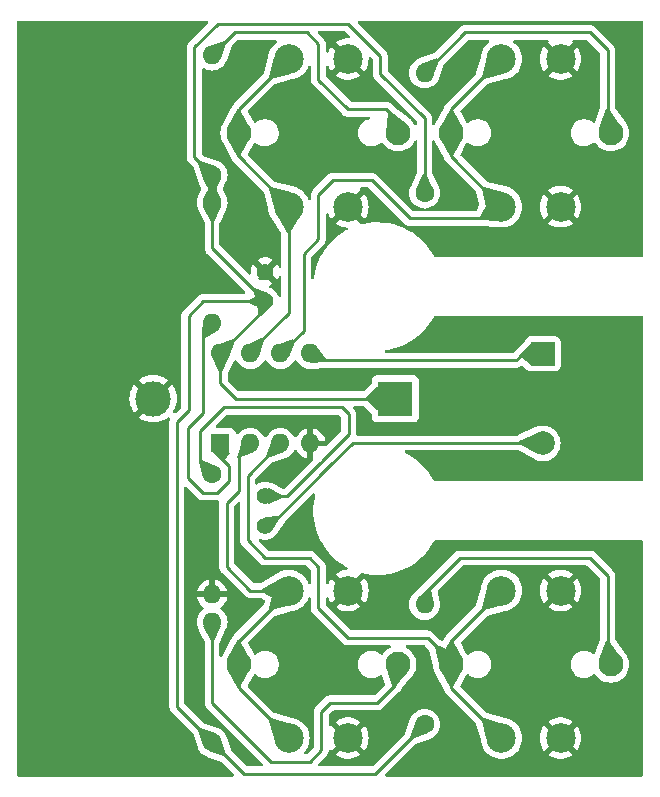
<source format=gbr>
%TF.GenerationSoftware,KiCad,Pcbnew,8.0.6-8.0.6-0~ubuntu20.04.1*%
%TF.CreationDate,2024-11-17T18:25:06+01:00*%
%TF.ProjectId,reaktor51_game,7265616b-746f-4723-9531-5f67616d652e,1*%
%TF.SameCoordinates,Original*%
%TF.FileFunction,Copper,L2,Bot*%
%TF.FilePolarity,Positive*%
%FSLAX46Y46*%
G04 Gerber Fmt 4.6, Leading zero omitted, Abs format (unit mm)*
G04 Created by KiCad (PCBNEW 8.0.6-8.0.6-0~ubuntu20.04.1) date 2024-11-17 18:25:06*
%MOMM*%
%LPD*%
G01*
G04 APERTURE LIST*
%TA.AperFunction,ComponentPad*%
%ADD10C,1.600000*%
%TD*%
%TA.AperFunction,ComponentPad*%
%ADD11O,1.600000X1.600000*%
%TD*%
%TA.AperFunction,ComponentPad*%
%ADD12R,1.600000X1.600000*%
%TD*%
%TA.AperFunction,ComponentPad*%
%ADD13C,1.400000*%
%TD*%
%TA.AperFunction,ComponentPad*%
%ADD14R,3.000000X3.000000*%
%TD*%
%TA.AperFunction,ComponentPad*%
%ADD15C,3.000000*%
%TD*%
%TA.AperFunction,ComponentPad*%
%ADD16C,2.500000*%
%TD*%
%TA.AperFunction,ComponentPad*%
%ADD17C,2.100000*%
%TD*%
%TA.AperFunction,ComponentPad*%
%ADD18R,2.000000X2.000000*%
%TD*%
%TA.AperFunction,ComponentPad*%
%ADD19C,2.000000*%
%TD*%
%TA.AperFunction,ViaPad*%
%ADD20C,0.600000*%
%TD*%
%TA.AperFunction,Conductor*%
%ADD21C,0.250000*%
%TD*%
G04 APERTURE END LIST*
D10*
%TO.P,R5,1*%
%TO.N,Net-(BT1-+)*%
X137000000Y-80920000D03*
D11*
%TO.P,R5,2*%
%TO.N,Net-(U1-~{RESET}{slash}PB5)*%
X137000000Y-91080000D03*
%TD*%
D12*
%TO.P,U1,1,~{RESET}/PB5*%
%TO.N,Net-(U1-~{RESET}{slash}PB5)*%
X137700000Y-101300000D03*
D11*
%TO.P,U1,2,PB3*%
%TO.N,Net-(SW3-K)*%
X140240000Y-101300000D03*
%TO.P,U1,3,PB4*%
%TO.N,Net-(SW4-K)*%
X142780000Y-101300000D03*
%TO.P,U1,4,GND*%
%TO.N,GND*%
X145320000Y-101300000D03*
%TO.P,U1,5,PB0*%
%TO.N,Net-(U1-PB0)*%
X145320000Y-93680000D03*
%TO.P,U1,6,PB1*%
%TO.N,Net-(SW1-K)*%
X142780000Y-93680000D03*
%TO.P,U1,7,PB2*%
%TO.N,Net-(SW2-K)*%
X140240000Y-93680000D03*
%TO.P,U1,8,VCC*%
%TO.N,Net-(BT1-+)*%
X137700000Y-93680000D03*
%TD*%
D10*
%TO.P,R6,1*%
%TO.N,Net-(C1-Pad1)*%
X137000000Y-103920000D03*
D11*
%TO.P,R6,2*%
%TO.N,GND*%
X137000000Y-114080000D03*
%TD*%
D10*
%TO.P,R1,1*%
%TO.N,Net-(BT1-+)*%
X155000000Y-80080000D03*
D11*
%TO.P,R1,2*%
%TO.N,Net-(SW1-A)*%
X155000000Y-69920000D03*
%TD*%
D10*
%TO.P,R2,1*%
%TO.N,Net-(BT1-+)*%
X137000000Y-78580000D03*
D11*
%TO.P,R2,2*%
%TO.N,Net-(SW2-A)*%
X137000000Y-68420000D03*
%TD*%
D10*
%TO.P,R3,1*%
%TO.N,Net-(BT1-+)*%
X137000000Y-126580000D03*
D11*
%TO.P,R3,2*%
%TO.N,Net-(SW3-A)*%
X137000000Y-116420000D03*
%TD*%
D10*
%TO.P,R4,1*%
%TO.N,Net-(BT1-+)*%
X155000000Y-125080000D03*
D11*
%TO.P,R4,2*%
%TO.N,Net-(SW4-A)*%
X155000000Y-114920000D03*
%TD*%
D13*
%TO.P,C1,1*%
%TO.N,Net-(C1-Pad1)*%
X141500000Y-105750000D03*
%TO.P,C1,2*%
%TO.N,Net-(C1-Pad2)*%
X141500000Y-108250000D03*
%TD*%
%TO.P,C2,1*%
%TO.N,GND*%
X141500000Y-86750000D03*
%TO.P,C2,2*%
%TO.N,Net-(BT1-+)*%
X141500000Y-89250000D03*
%TD*%
D14*
%TO.P,BT1,1,+*%
%TO.N,Net-(BT1-+)*%
X152500000Y-97500000D03*
D15*
%TO.P,BT1,2,-*%
%TO.N,GND*%
X132010000Y-97500000D03*
%TD*%
D16*
%TO.P,SW4,1,1*%
%TO.N,Net-(SW4-K)*%
X161500000Y-126250000D03*
X161500000Y-113750000D03*
%TO.P,SW4,2,2*%
%TO.N,GND*%
X166500000Y-126250000D03*
X166500000Y-113750000D03*
D17*
%TO.P,SW4,3,K*%
%TO.N,Net-(SW4-K)*%
X157250000Y-120000000D03*
%TO.P,SW4,4,A*%
%TO.N,Net-(SW4-A)*%
X170750000Y-120000000D03*
%TD*%
D16*
%TO.P,SW3,1,1*%
%TO.N,Net-(SW3-K)*%
X143500000Y-126250000D03*
X143500000Y-113750000D03*
%TO.P,SW3,2,2*%
%TO.N,GND*%
X148500000Y-126250000D03*
X148500000Y-113750000D03*
D17*
%TO.P,SW3,3,K*%
%TO.N,Net-(SW3-K)*%
X139250000Y-120000000D03*
%TO.P,SW3,4,A*%
%TO.N,Net-(SW3-A)*%
X152750000Y-120000000D03*
%TD*%
D16*
%TO.P,SW2,1,1*%
%TO.N,Net-(SW2-K)*%
X143500000Y-81250000D03*
X143500000Y-68750000D03*
%TO.P,SW2,2,2*%
%TO.N,GND*%
X148500000Y-81250000D03*
X148500000Y-68750000D03*
D17*
%TO.P,SW2,3,K*%
%TO.N,Net-(SW2-K)*%
X139250000Y-75000000D03*
%TO.P,SW2,4,A*%
%TO.N,Net-(SW2-A)*%
X152750000Y-75000000D03*
%TD*%
D16*
%TO.P,SW1,1,1*%
%TO.N,Net-(SW1-K)*%
X161500000Y-81250000D03*
X161500000Y-68750000D03*
%TO.P,SW1,2,2*%
%TO.N,GND*%
X166500000Y-81250000D03*
X166500000Y-68750000D03*
D17*
%TO.P,SW1,3,K*%
%TO.N,Net-(SW1-K)*%
X157250000Y-75000000D03*
%TO.P,SW1,4,A*%
%TO.N,Net-(SW1-A)*%
X170750000Y-75000000D03*
%TD*%
D18*
%TO.P,LS1,1,1*%
%TO.N,Net-(U1-PB0)*%
X165000000Y-93700000D03*
D19*
%TO.P,LS1,2,2*%
%TO.N,Net-(C1-Pad2)*%
X165000000Y-101300000D03*
%TD*%
D20*
%TO.N,GND*%
X142250000Y-117250000D03*
X150500000Y-77500000D03*
X144000000Y-99500000D03*
X143500000Y-103500000D03*
X162500000Y-102500000D03*
X132500000Y-125000000D03*
X132500000Y-70000000D03*
X171500000Y-102500000D03*
X171500000Y-92500000D03*
X162500000Y-92500000D03*
X157500000Y-102500000D03*
X157500000Y-92500000D03*
X141000000Y-112000000D03*
%TD*%
D21*
%TO.N,Net-(C1-Pad1)*%
X148580407Y-100500000D02*
X148580407Y-98830407D01*
X148580407Y-98830407D02*
X148000000Y-98250000D01*
%TO.N,Net-(C1-Pad2)*%
X141500000Y-108250000D02*
X141933243Y-108250000D01*
X148891067Y-101250000D02*
X164950000Y-101250000D01*
X141933243Y-108250000D02*
X146681485Y-103501758D01*
X146681485Y-103501758D02*
X147016393Y-103124674D01*
X147016393Y-103124674D02*
X148891067Y-101250000D01*
X164950000Y-101250000D02*
X165000000Y-101300000D01*
%TO.N,Net-(U1-PB0)*%
X162500000Y-94250000D02*
X145890000Y-94250000D01*
X162500000Y-94250000D02*
X162750000Y-94250000D01*
X162750000Y-94250000D02*
X163300000Y-93700000D01*
X163300000Y-93700000D02*
X165000000Y-93700000D01*
%TO.N,Net-(C1-Pad1)*%
X141500000Y-105750000D02*
X143372583Y-105750000D01*
X143372583Y-105750000D02*
X146135459Y-102987124D01*
X146135459Y-102987124D02*
X146266393Y-102839701D01*
X146266393Y-102839701D02*
X146266393Y-102814014D01*
X146266393Y-102814014D02*
X148580407Y-100500000D01*
%TO.N,Net-(SW3-A)*%
X152500000Y-121750000D02*
X151000000Y-123250000D01*
X152500000Y-120250000D02*
X152500000Y-121750000D01*
X152750000Y-120000000D02*
X152500000Y-120250000D01*
X147000000Y-123250000D02*
X146250000Y-124000000D01*
X151000000Y-123250000D02*
X147000000Y-123250000D01*
%TO.N,Net-(SW2-A)*%
X137000000Y-68420000D02*
X138920000Y-66500000D01*
X151750000Y-73000000D02*
X152750000Y-74000000D01*
X138920000Y-66500000D02*
X145000000Y-66500000D01*
X146000000Y-67500000D02*
X146000000Y-70500000D01*
X145000000Y-66500000D02*
X146000000Y-67500000D01*
X146000000Y-70500000D02*
X148500000Y-73000000D01*
X148500000Y-73000000D02*
X151750000Y-73000000D01*
X152750000Y-74000000D02*
X152750000Y-75000000D01*
%TO.N,Net-(BT1-+)*%
X137000000Y-78580000D02*
X135500000Y-77080000D01*
X135500000Y-77080000D02*
X135500000Y-67750000D01*
X137500000Y-65750000D02*
X148500000Y-65750000D01*
X135500000Y-67750000D02*
X137500000Y-65750000D01*
X148500000Y-65750000D02*
X151250000Y-68500000D01*
X151250000Y-68500000D02*
X151250000Y-70000000D01*
X151250000Y-70000000D02*
X155000000Y-73750000D01*
X155000000Y-73750000D02*
X155000000Y-80080000D01*
%TO.N,Net-(SW3-A)*%
X142000000Y-128250000D02*
X137000000Y-123250000D01*
X146250000Y-124000000D02*
X146250000Y-127250000D01*
X146250000Y-127250000D02*
X145250000Y-128250000D01*
X137000000Y-123250000D02*
X137000000Y-116420000D01*
X145250000Y-128250000D02*
X142000000Y-128250000D01*
%TO.N,Net-(BT1-+)*%
X137000000Y-126580000D02*
X139670000Y-129250000D01*
X139670000Y-129250000D02*
X150830000Y-129250000D01*
X150830000Y-129250000D02*
X155000000Y-125080000D01*
%TO.N,Net-(SW4-K)*%
X142780000Y-101300000D02*
X140000000Y-104080000D01*
X146000000Y-111750000D02*
X146000000Y-115250000D01*
X140000000Y-104080000D02*
X140000000Y-109500000D01*
X141500000Y-111000000D02*
X145250000Y-111000000D01*
X140000000Y-109500000D02*
X141500000Y-111000000D01*
X145250000Y-111000000D02*
X146000000Y-111750000D01*
X155250000Y-117750000D02*
X157500000Y-120000000D01*
X146000000Y-115250000D02*
X148500000Y-117750000D01*
X148500000Y-117750000D02*
X155250000Y-117750000D01*
%TO.N,Net-(SW3-K)*%
X140240000Y-101300000D02*
X139250000Y-102290000D01*
X139250000Y-102290000D02*
X139250000Y-105310660D01*
X138250000Y-111750000D02*
X140250000Y-113750000D01*
X139250000Y-105310660D02*
X138250000Y-106310660D01*
X138250000Y-106310660D02*
X138250000Y-111750000D01*
X140250000Y-113750000D02*
X143500000Y-113750000D01*
X143500000Y-113750000D02*
X139250000Y-118000000D01*
X139250000Y-118000000D02*
X139250000Y-120000000D01*
X139250000Y-120000000D02*
X139250000Y-122000000D01*
X139250000Y-122000000D02*
X143500000Y-126250000D01*
%TO.N,Net-(SW4-K)*%
X157250000Y-120000000D02*
X157250000Y-122000000D01*
X157250000Y-122000000D02*
X161500000Y-126250000D01*
X161500000Y-113750000D02*
X157250000Y-118000000D01*
X157250000Y-118000000D02*
X157250000Y-120000000D01*
%TO.N,Net-(SW1-K)*%
X157250000Y-75000000D02*
X157250000Y-77000000D01*
X157250000Y-77000000D02*
X161500000Y-81250000D01*
X157250000Y-75000000D02*
X157250000Y-73000000D01*
X157250000Y-73000000D02*
X161500000Y-68750000D01*
%TO.N,Net-(SW2-K)*%
X143500000Y-81250000D02*
X139250000Y-77000000D01*
X139250000Y-77000000D02*
X139250000Y-75000000D01*
X139250000Y-75000000D02*
X139250000Y-73000000D01*
X139250000Y-73000000D02*
X143500000Y-68750000D01*
X143500000Y-68750000D02*
X143500000Y-69750000D01*
X143500000Y-80250000D02*
X143500000Y-81250000D01*
%TO.N,Net-(SW1-K)*%
X161500000Y-68750000D02*
X161500000Y-69750000D01*
%TO.N,Net-(BT1-+)*%
X141500000Y-89250000D02*
X136250000Y-89250000D01*
X136250000Y-89250000D02*
X135022703Y-90477297D01*
X135022703Y-90477297D02*
X135022703Y-98477297D01*
X135022703Y-98477297D02*
X134000000Y-99500000D01*
X134000000Y-123580000D02*
X137000000Y-126580000D01*
X134000000Y-99500000D02*
X134000000Y-123580000D01*
%TO.N,Net-(C1-Pad1)*%
X137000000Y-103920000D02*
X136000000Y-102920000D01*
X136000000Y-102920000D02*
X136000000Y-100250000D01*
X138000000Y-98250000D02*
X148000000Y-98250000D01*
X136000000Y-100250000D02*
X138000000Y-98250000D01*
%TO.N,Net-(U1-~{RESET}{slash}PB5)*%
X137700000Y-101300000D02*
X137700000Y-102450000D01*
X137700000Y-102450000D02*
X138425000Y-103175000D01*
X138425000Y-103175000D02*
X138425000Y-104510255D01*
X138425000Y-104510255D02*
X137435255Y-105500000D01*
X135000000Y-100000000D02*
X136250000Y-98750000D01*
X137435255Y-105500000D02*
X136250000Y-105500000D01*
X136250000Y-105500000D02*
X135000000Y-104250000D01*
X135000000Y-104250000D02*
X135000000Y-100000000D01*
X136250000Y-98750000D02*
X136250000Y-91830000D01*
X136250000Y-91830000D02*
X137000000Y-91080000D01*
%TO.N,Net-(SW1-K)*%
X161500000Y-81250000D02*
X160500000Y-82250000D01*
X160500000Y-82250000D02*
X153750000Y-82250000D01*
X150500000Y-79000000D02*
X147250000Y-79000000D01*
X153750000Y-82250000D02*
X150500000Y-79000000D01*
X144750000Y-91750000D02*
X142820000Y-93680000D01*
X147250000Y-79000000D02*
X146000000Y-80250000D01*
X146000000Y-80250000D02*
X146000000Y-84000000D01*
X146000000Y-84000000D02*
X144750000Y-85250000D01*
X144750000Y-85250000D02*
X144750000Y-91750000D01*
X142820000Y-93680000D02*
X142780000Y-93680000D01*
%TO.N,Net-(SW2-K)*%
X143500000Y-81250000D02*
X143500000Y-90250000D01*
X143500000Y-90250000D02*
X140240000Y-93510000D01*
X140240000Y-93510000D02*
X140240000Y-93680000D01*
%TO.N,Net-(SW2-A)*%
X152500000Y-75000000D02*
X152280241Y-75000000D01*
%TO.N,Net-(SW1-A)*%
X170500000Y-75000000D02*
X170500000Y-68000000D01*
X170500000Y-68000000D02*
X169000000Y-66500000D01*
X169000000Y-66500000D02*
X158420000Y-66500000D01*
X158420000Y-66500000D02*
X155000000Y-69920000D01*
%TO.N,Net-(U1-PB0)*%
X145890000Y-94250000D02*
X145320000Y-93680000D01*
%TO.N,Net-(BT1-+)*%
X137700000Y-93680000D02*
X141500000Y-89880000D01*
X141500000Y-89880000D02*
X141500000Y-89250000D01*
X137000000Y-80920000D02*
X137000000Y-84750000D01*
X137000000Y-84750000D02*
X141500000Y-89250000D01*
X152500000Y-97500000D02*
X139000000Y-97500000D01*
X137700000Y-96200000D02*
X137700000Y-93680000D01*
X139000000Y-97500000D02*
X137700000Y-96200000D01*
X137000000Y-80920000D02*
X137000000Y-78580000D01*
%TO.N,Net-(SW4-A)*%
X170500000Y-120000000D02*
X170500000Y-112500000D01*
X155000000Y-114000000D02*
X155000000Y-114920000D01*
X170500000Y-112500000D02*
X169000000Y-111000000D01*
X169000000Y-111000000D02*
X158000000Y-111000000D01*
X158000000Y-111000000D02*
X155000000Y-114000000D01*
%TO.N,GND*%
X141650000Y-87250000D02*
X141000000Y-87250000D01*
%TD*%
%TA.AperFunction,Conductor*%
%TO.N,GND*%
G36*
X136632587Y-65520185D02*
G01*
X136678342Y-65572989D01*
X136688286Y-65642147D01*
X136659261Y-65705703D01*
X136653230Y-65712179D01*
X135101270Y-67264139D01*
X135101267Y-67264142D01*
X135067485Y-67297924D01*
X135014140Y-67351268D01*
X134996571Y-67377564D01*
X134996569Y-67377567D01*
X134955927Y-67438391D01*
X134945686Y-67453717D01*
X134945685Y-67453719D01*
X134898540Y-67567538D01*
X134898535Y-67567554D01*
X134875638Y-67682671D01*
X134875637Y-67682676D01*
X134874501Y-67688383D01*
X134874500Y-67688398D01*
X134874500Y-77141611D01*
X134898535Y-77262444D01*
X134898540Y-77262461D01*
X134945685Y-77376281D01*
X134945690Y-77376290D01*
X134968685Y-77410703D01*
X134968686Y-77410704D01*
X135014140Y-77478731D01*
X135014141Y-77478732D01*
X135014142Y-77478733D01*
X135101267Y-77565858D01*
X135101268Y-77565858D01*
X135108335Y-77572925D01*
X135108334Y-77572925D01*
X135108338Y-77572928D01*
X135318611Y-77783201D01*
X135347738Y-77829267D01*
X135768510Y-79010316D01*
X135771477Y-79019838D01*
X135773260Y-79026493D01*
X135773264Y-79026504D01*
X135775087Y-79030413D01*
X135779517Y-79041211D01*
X135780609Y-79044278D01*
X135783373Y-79051742D01*
X135784926Y-79055936D01*
X135785122Y-79056446D01*
X135792920Y-79073324D01*
X135801530Y-79091961D01*
X135807409Y-79107272D01*
X135809494Y-79114002D01*
X135809495Y-79114006D01*
X136086122Y-79696830D01*
X136097085Y-79765834D01*
X136086122Y-79803168D01*
X135809489Y-80386005D01*
X135803855Y-80398296D01*
X135803621Y-80398825D01*
X135803619Y-80398829D01*
X135788968Y-80438765D01*
X135784941Y-80448453D01*
X135773260Y-80473504D01*
X135714366Y-80693302D01*
X135714364Y-80693313D01*
X135694532Y-80919998D01*
X135694532Y-80920001D01*
X135714364Y-81146686D01*
X135714366Y-81146697D01*
X135773258Y-81366488D01*
X135773260Y-81366493D01*
X135773261Y-81366496D01*
X135787238Y-81396470D01*
X135796882Y-81417151D01*
X135802948Y-81432868D01*
X135809494Y-81454003D01*
X136030965Y-81920618D01*
X136362521Y-82619172D01*
X136362522Y-82619173D01*
X136374500Y-82672342D01*
X136374500Y-84811611D01*
X136398535Y-84932444D01*
X136398540Y-84932461D01*
X136445685Y-85046280D01*
X136445690Y-85046289D01*
X136479914Y-85097507D01*
X136479915Y-85097509D01*
X136514141Y-85148733D01*
X136605586Y-85240178D01*
X136605608Y-85240198D01*
X139778229Y-88412819D01*
X139811714Y-88474142D01*
X139806730Y-88543834D01*
X139764858Y-88599767D01*
X139699394Y-88624184D01*
X139690548Y-88624500D01*
X136188389Y-88624500D01*
X136127971Y-88636518D01*
X136090259Y-88644019D01*
X136067550Y-88648536D01*
X136067548Y-88648537D01*
X136034207Y-88662347D01*
X135953719Y-88695684D01*
X135953705Y-88695692D01*
X135851272Y-88764138D01*
X135851264Y-88764144D01*
X135143873Y-89471536D01*
X134623973Y-89991436D01*
X134623970Y-89991439D01*
X134589551Y-90025858D01*
X134536844Y-90078564D01*
X134522186Y-90100500D01*
X134522187Y-90100501D01*
X134468392Y-90181009D01*
X134468388Y-90181016D01*
X134421243Y-90294835D01*
X134421238Y-90294851D01*
X134398756Y-90407876D01*
X134398757Y-90407877D01*
X134397203Y-90415690D01*
X134397203Y-98166844D01*
X134377518Y-98233883D01*
X134360884Y-98254525D01*
X133904217Y-98711191D01*
X133842894Y-98744676D01*
X133773202Y-98739692D01*
X133717269Y-98697820D01*
X133692852Y-98632356D01*
X133707704Y-98564083D01*
X133833908Y-98332957D01*
X133933890Y-98064895D01*
X133994699Y-97785362D01*
X134015109Y-97500001D01*
X134015109Y-97499998D01*
X133994699Y-97214637D01*
X133933890Y-96935104D01*
X133833908Y-96667041D01*
X133696808Y-96415961D01*
X133696807Y-96415960D01*
X133590115Y-96273436D01*
X132687577Y-97175974D01*
X132674641Y-97144742D01*
X132592563Y-97021903D01*
X132488097Y-96917437D01*
X132365258Y-96835359D01*
X132334024Y-96822421D01*
X133236562Y-95919883D01*
X133236561Y-95919882D01*
X133094046Y-95813196D01*
X133094038Y-95813191D01*
X132842957Y-95676091D01*
X132842958Y-95676091D01*
X132574895Y-95576109D01*
X132295362Y-95515300D01*
X132010001Y-95494891D01*
X132009999Y-95494891D01*
X131724637Y-95515300D01*
X131445104Y-95576109D01*
X131177041Y-95676091D01*
X130925961Y-95813191D01*
X130925953Y-95813196D01*
X130783437Y-95919882D01*
X130783436Y-95919883D01*
X131685975Y-96822421D01*
X131654742Y-96835359D01*
X131531903Y-96917437D01*
X131427437Y-97021903D01*
X131345359Y-97144742D01*
X131332421Y-97175974D01*
X130429883Y-96273436D01*
X130429882Y-96273437D01*
X130323196Y-96415953D01*
X130323191Y-96415961D01*
X130186091Y-96667041D01*
X130086109Y-96935104D01*
X130025300Y-97214637D01*
X130004891Y-97499998D01*
X130004891Y-97500001D01*
X130025300Y-97785362D01*
X130086109Y-98064895D01*
X130186091Y-98332958D01*
X130323191Y-98584038D01*
X130323196Y-98584046D01*
X130429882Y-98726561D01*
X130429883Y-98726562D01*
X131332421Y-97824024D01*
X131345359Y-97855258D01*
X131427437Y-97978097D01*
X131531903Y-98082563D01*
X131654742Y-98164641D01*
X131685974Y-98177578D01*
X130783436Y-99080115D01*
X130925960Y-99186807D01*
X130925961Y-99186808D01*
X131177042Y-99323908D01*
X131177041Y-99323908D01*
X131445104Y-99423890D01*
X131724637Y-99484699D01*
X132009999Y-99505109D01*
X132010001Y-99505109D01*
X132295362Y-99484699D01*
X132574895Y-99423890D01*
X132842958Y-99323908D01*
X133094038Y-99186808D01*
X133094039Y-99186807D01*
X133252036Y-99068532D01*
X133317500Y-99044115D01*
X133385773Y-99058967D01*
X133435179Y-99108372D01*
X133450031Y-99176644D01*
X133440909Y-99215250D01*
X133398539Y-99317543D01*
X133398535Y-99317554D01*
X133375797Y-99431871D01*
X133374500Y-99438391D01*
X133374500Y-123641608D01*
X133398535Y-123762444D01*
X133398540Y-123762461D01*
X133445685Y-123876280D01*
X133445690Y-123876289D01*
X133479914Y-123927507D01*
X133479915Y-123927509D01*
X133514140Y-123978731D01*
X133514141Y-123978732D01*
X133514142Y-123978733D01*
X133601267Y-124065858D01*
X133601268Y-124065858D01*
X133608335Y-124072925D01*
X133608334Y-124072925D01*
X133608338Y-124072928D01*
X135318611Y-125783202D01*
X135347738Y-125829268D01*
X135768510Y-127010316D01*
X135771477Y-127019838D01*
X135773260Y-127026493D01*
X135773264Y-127026504D01*
X135775087Y-127030413D01*
X135779517Y-127041211D01*
X135780609Y-127044278D01*
X135784921Y-127055923D01*
X135785122Y-127056446D01*
X135785126Y-127056457D01*
X135813038Y-127116869D01*
X135816352Y-127122433D01*
X135816164Y-127122544D01*
X135824729Y-127136869D01*
X135869430Y-127232731D01*
X135869431Y-127232733D01*
X135869432Y-127232734D01*
X135895639Y-127270162D01*
X135999954Y-127419141D01*
X136160858Y-127580045D01*
X136160861Y-127580047D01*
X136347266Y-127710568D01*
X136517648Y-127790018D01*
X136523025Y-127792687D01*
X136535781Y-127799410D01*
X136535784Y-127799411D01*
X136535786Y-127799412D01*
X136538792Y-127800483D01*
X136549565Y-127804902D01*
X136553504Y-127806739D01*
X136560177Y-127808526D01*
X136569694Y-127811491D01*
X137100214Y-128000500D01*
X137750731Y-128232260D01*
X137796797Y-128261387D01*
X138823229Y-129287819D01*
X138856714Y-129349142D01*
X138851730Y-129418834D01*
X138809858Y-129474767D01*
X138744394Y-129499184D01*
X138735548Y-129499500D01*
X120624500Y-129499500D01*
X120557461Y-129479815D01*
X120511706Y-129427011D01*
X120500500Y-129375500D01*
X120500500Y-65624500D01*
X120520185Y-65557461D01*
X120572989Y-65511706D01*
X120624500Y-65500500D01*
X136565548Y-65500500D01*
X136632587Y-65520185D01*
G37*
%TD.AperFunction*%
%TA.AperFunction,Conductor*%
G36*
X173442539Y-109520185D02*
G01*
X173488294Y-109572989D01*
X173499500Y-109624500D01*
X173499500Y-129375500D01*
X173479815Y-129442539D01*
X173427011Y-129488294D01*
X173375500Y-129499500D01*
X151764452Y-129499500D01*
X151697413Y-129479815D01*
X151651658Y-129427011D01*
X151641714Y-129357853D01*
X151670739Y-129294297D01*
X151676771Y-129287819D01*
X152732330Y-128232260D01*
X154203204Y-126761385D01*
X154249266Y-126732261D01*
X155430323Y-126311485D01*
X155439817Y-126308528D01*
X155446496Y-126306739D01*
X155450422Y-126304907D01*
X155461228Y-126300475D01*
X155464217Y-126299411D01*
X155475326Y-126295306D01*
X155475864Y-126295100D01*
X155536876Y-126266957D01*
X155536886Y-126266949D01*
X155542457Y-126263635D01*
X155542568Y-126263822D01*
X155556866Y-126255272D01*
X155652734Y-126210568D01*
X155839139Y-126080047D01*
X156000047Y-125919139D01*
X156130568Y-125732734D01*
X156226739Y-125526496D01*
X156285635Y-125306692D01*
X156305468Y-125080000D01*
X156303369Y-125056014D01*
X156292147Y-124927738D01*
X156285635Y-124853308D01*
X156226739Y-124633504D01*
X156130568Y-124427266D01*
X156000047Y-124240861D01*
X156000045Y-124240858D01*
X155839141Y-124079954D01*
X155652734Y-123949432D01*
X155652732Y-123949431D01*
X155446497Y-123853261D01*
X155446488Y-123853258D01*
X155226697Y-123794366D01*
X155226693Y-123794365D01*
X155226692Y-123794365D01*
X155226691Y-123794364D01*
X155226686Y-123794364D01*
X155000002Y-123774532D01*
X154999998Y-123774532D01*
X154773313Y-123794364D01*
X154773302Y-123794366D01*
X154553511Y-123853258D01*
X154553502Y-123853261D01*
X154347267Y-123949431D01*
X154347265Y-123949432D01*
X154160858Y-124079954D01*
X153999954Y-124240858D01*
X153869431Y-124427266D01*
X153790000Y-124597604D01*
X153787322Y-124602999D01*
X153780595Y-124615765D01*
X153780584Y-124615791D01*
X153779508Y-124618811D01*
X153775096Y-124629567D01*
X153773261Y-124633501D01*
X153773261Y-124633502D01*
X153771476Y-124640164D01*
X153768512Y-124649674D01*
X153347736Y-125830732D01*
X153318609Y-125876798D01*
X150607229Y-128588181D01*
X150545906Y-128621666D01*
X150519548Y-128624500D01*
X146059452Y-128624500D01*
X145992413Y-128604815D01*
X145946658Y-128552011D01*
X145936714Y-128482853D01*
X145965739Y-128419297D01*
X145971771Y-128412819D01*
X146735855Y-127648736D01*
X146735855Y-127648735D01*
X146735858Y-127648733D01*
X146804312Y-127546285D01*
X146831932Y-127479603D01*
X146851463Y-127432452D01*
X146856151Y-127408884D01*
X146869879Y-127339867D01*
X146902264Y-127277957D01*
X146962979Y-127243383D01*
X147032749Y-127247122D01*
X147088443Y-127286747D01*
X147097872Y-127298571D01*
X147097874Y-127298571D01*
X147822421Y-126574024D01*
X147835359Y-126605258D01*
X147917437Y-126728097D01*
X148021903Y-126832563D01*
X148144742Y-126914641D01*
X148175974Y-126927577D01*
X147450830Y-127652720D01*
X147622546Y-127769793D01*
X147622550Y-127769795D01*
X147858854Y-127883594D01*
X147858858Y-127883595D01*
X148109494Y-127960907D01*
X148109500Y-127960909D01*
X148368848Y-127999999D01*
X148368857Y-128000000D01*
X148631143Y-128000000D01*
X148631151Y-127999999D01*
X148890499Y-127960909D01*
X148890505Y-127960907D01*
X149141143Y-127883595D01*
X149377445Y-127769798D01*
X149377447Y-127769797D01*
X149549168Y-127652720D01*
X148824025Y-126927578D01*
X148855258Y-126914641D01*
X148978097Y-126832563D01*
X149082563Y-126728097D01*
X149164641Y-126605258D01*
X149177578Y-126574025D01*
X149902125Y-127298572D01*
X149949971Y-127238573D01*
X150081116Y-127011426D01*
X150176941Y-126767270D01*
X150235306Y-126511550D01*
X150235307Y-126511545D01*
X150254907Y-126250004D01*
X150254907Y-126249995D01*
X150235307Y-125988454D01*
X150235306Y-125988449D01*
X150176941Y-125732729D01*
X150081116Y-125488573D01*
X150081117Y-125488573D01*
X149949972Y-125261426D01*
X149902124Y-125201427D01*
X149177577Y-125925973D01*
X149164641Y-125894742D01*
X149082563Y-125771903D01*
X148978097Y-125667437D01*
X148855258Y-125585359D01*
X148824025Y-125572421D01*
X149549168Y-124847278D01*
X149377454Y-124730206D01*
X149377445Y-124730201D01*
X149141142Y-124616404D01*
X149141144Y-124616404D01*
X148890505Y-124539092D01*
X148890499Y-124539090D01*
X148631151Y-124500000D01*
X148368848Y-124500000D01*
X148109500Y-124539090D01*
X148109494Y-124539092D01*
X147858858Y-124616404D01*
X147858854Y-124616405D01*
X147622547Y-124730205D01*
X147622539Y-124730210D01*
X147450830Y-124847277D01*
X148175974Y-125572421D01*
X148144742Y-125585359D01*
X148021903Y-125667437D01*
X147917437Y-125771903D01*
X147835359Y-125894742D01*
X147822422Y-125925974D01*
X147097875Y-125201427D01*
X147097873Y-125201427D01*
X147096447Y-125203216D01*
X147039259Y-125243356D01*
X146969447Y-125246206D01*
X146909177Y-125210861D01*
X146877584Y-125148542D01*
X146875500Y-125125903D01*
X146875500Y-124310452D01*
X146895185Y-124243413D01*
X146911819Y-124222771D01*
X147222771Y-123911819D01*
X147284094Y-123878334D01*
X147310452Y-123875500D01*
X151061607Y-123875500D01*
X151122029Y-123863481D01*
X151182452Y-123851463D01*
X151182455Y-123851461D01*
X151182458Y-123851461D01*
X151215787Y-123837654D01*
X151215786Y-123837654D01*
X151215792Y-123837652D01*
X151296286Y-123804312D01*
X151358932Y-123762452D01*
X151398733Y-123735858D01*
X151485858Y-123648733D01*
X151485858Y-123648731D01*
X151496066Y-123638524D01*
X151496067Y-123638521D01*
X152774238Y-122360351D01*
X152779778Y-122355143D01*
X152804932Y-122332907D01*
X152819968Y-122315201D01*
X152826787Y-122307802D01*
X152985857Y-122148734D01*
X153019520Y-122098355D01*
X153054311Y-122046286D01*
X153054314Y-122046277D01*
X153057183Y-122040913D01*
X153058131Y-122041419D01*
X153072582Y-122017755D01*
X153870784Y-121077899D01*
X153891525Y-121051778D01*
X153891526Y-121051776D01*
X153894920Y-121047502D01*
X153894946Y-121047522D01*
X153899171Y-121041903D01*
X154008259Y-120914179D01*
X154135777Y-120706089D01*
X154229172Y-120480612D01*
X154286146Y-120243302D01*
X154305294Y-120000000D01*
X154286146Y-119756698D01*
X154229172Y-119519388D01*
X154229169Y-119519380D01*
X154135777Y-119293910D01*
X154008262Y-119085826D01*
X154008261Y-119085823D01*
X153948630Y-119016004D01*
X153849759Y-118900241D01*
X153683086Y-118757889D01*
X153664176Y-118741738D01*
X153664173Y-118741737D01*
X153456088Y-118614222D01*
X153456083Y-118614219D01*
X153455698Y-118614060D01*
X153455574Y-118613960D01*
X153451745Y-118612009D01*
X153452154Y-118611204D01*
X153401295Y-118570219D01*
X153379231Y-118503924D01*
X153396511Y-118436225D01*
X153447649Y-118388615D01*
X153503152Y-118375500D01*
X154939548Y-118375500D01*
X155006587Y-118395185D01*
X155027229Y-118411819D01*
X155373299Y-118757889D01*
X155406609Y-118818419D01*
X155705162Y-120148830D01*
X155707789Y-120166249D01*
X155710306Y-120198229D01*
X155713854Y-120243302D01*
X155770828Y-120480612D01*
X155770831Y-120480619D01*
X155791801Y-120531246D01*
X155793593Y-120535896D01*
X155793615Y-120535888D01*
X155794639Y-120538673D01*
X155805728Y-120564880D01*
X155806090Y-120565745D01*
X155828410Y-120619630D01*
X155830469Y-120624945D01*
X155839807Y-120650799D01*
X155843805Y-120658307D01*
X155848912Y-120669127D01*
X155864221Y-120706086D01*
X155864226Y-120706095D01*
X155900672Y-120765569D01*
X155904392Y-120772071D01*
X156635776Y-122145388D01*
X156647944Y-122179475D01*
X156648534Y-122182442D01*
X156648536Y-122182448D01*
X156648537Y-122182452D01*
X156654995Y-122198042D01*
X156654996Y-122198044D01*
X156654996Y-122198045D01*
X156695685Y-122296280D01*
X156695687Y-122296283D01*
X156695688Y-122296286D01*
X156720155Y-122332903D01*
X156720157Y-122332905D01*
X156720158Y-122332907D01*
X156764140Y-122398731D01*
X156764141Y-122398732D01*
X156764142Y-122398733D01*
X156851267Y-122485858D01*
X156851268Y-122485858D01*
X156858335Y-122492925D01*
X156858334Y-122492925D01*
X156858338Y-122492928D01*
X159351558Y-124986149D01*
X159383632Y-125041664D01*
X159741482Y-126373961D01*
X159741483Y-126373968D01*
X159755653Y-126426724D01*
X159759551Y-126449623D01*
X159764197Y-126511625D01*
X159764199Y-126511633D01*
X159822576Y-126767402D01*
X159822578Y-126767411D01*
X159822580Y-126767416D01*
X159918432Y-127011643D01*
X160049614Y-127238857D01*
X160122882Y-127330732D01*
X160213198Y-127443985D01*
X160368606Y-127588181D01*
X160405521Y-127622433D01*
X160622296Y-127770228D01*
X160622301Y-127770230D01*
X160622302Y-127770231D01*
X160622303Y-127770232D01*
X160747843Y-127830688D01*
X160858673Y-127884061D01*
X160858674Y-127884061D01*
X160858677Y-127884063D01*
X161109385Y-127961396D01*
X161368818Y-128000500D01*
X161631182Y-128000500D01*
X161890615Y-127961396D01*
X162141323Y-127884063D01*
X162377704Y-127770228D01*
X162594479Y-127622433D01*
X162786805Y-127443981D01*
X162950386Y-127238857D01*
X163081568Y-127011643D01*
X163177420Y-126767416D01*
X163235802Y-126511630D01*
X163235808Y-126511550D01*
X163255408Y-126250004D01*
X163255408Y-126249995D01*
X164745093Y-126249995D01*
X164745093Y-126250004D01*
X164764692Y-126511545D01*
X164764693Y-126511550D01*
X164823058Y-126767270D01*
X164918883Y-127011426D01*
X164918882Y-127011426D01*
X165050027Y-127238573D01*
X165097874Y-127298571D01*
X165822421Y-126574024D01*
X165835359Y-126605258D01*
X165917437Y-126728097D01*
X166021903Y-126832563D01*
X166144742Y-126914641D01*
X166175974Y-126927577D01*
X165450830Y-127652720D01*
X165622546Y-127769793D01*
X165622550Y-127769795D01*
X165858854Y-127883594D01*
X165858858Y-127883595D01*
X166109494Y-127960907D01*
X166109500Y-127960909D01*
X166368848Y-127999999D01*
X166368857Y-128000000D01*
X166631143Y-128000000D01*
X166631151Y-127999999D01*
X166890499Y-127960909D01*
X166890505Y-127960907D01*
X167141143Y-127883595D01*
X167377445Y-127769798D01*
X167377447Y-127769797D01*
X167549168Y-127652720D01*
X166824025Y-126927578D01*
X166855258Y-126914641D01*
X166978097Y-126832563D01*
X167082563Y-126728097D01*
X167164641Y-126605258D01*
X167177578Y-126574025D01*
X167902125Y-127298572D01*
X167949971Y-127238573D01*
X168081116Y-127011426D01*
X168176941Y-126767270D01*
X168235306Y-126511550D01*
X168235307Y-126511545D01*
X168254907Y-126250004D01*
X168254907Y-126249995D01*
X168235307Y-125988454D01*
X168235306Y-125988449D01*
X168176941Y-125732729D01*
X168081116Y-125488573D01*
X168081117Y-125488573D01*
X167949972Y-125261426D01*
X167902124Y-125201427D01*
X167177577Y-125925973D01*
X167164641Y-125894742D01*
X167082563Y-125771903D01*
X166978097Y-125667437D01*
X166855258Y-125585359D01*
X166824025Y-125572421D01*
X167549168Y-124847278D01*
X167377454Y-124730206D01*
X167377445Y-124730201D01*
X167141142Y-124616404D01*
X167141144Y-124616404D01*
X166890505Y-124539092D01*
X166890499Y-124539090D01*
X166631151Y-124500000D01*
X166368848Y-124500000D01*
X166109500Y-124539090D01*
X166109494Y-124539092D01*
X165858858Y-124616404D01*
X165858854Y-124616405D01*
X165622547Y-124730205D01*
X165622539Y-124730210D01*
X165450830Y-124847277D01*
X166175974Y-125572421D01*
X166144742Y-125585359D01*
X166021903Y-125667437D01*
X165917437Y-125771903D01*
X165835359Y-125894742D01*
X165822422Y-125925974D01*
X165097875Y-125201427D01*
X165097874Y-125201427D01*
X165050028Y-125261425D01*
X164918883Y-125488573D01*
X164823058Y-125732729D01*
X164764693Y-125988449D01*
X164764692Y-125988454D01*
X164745093Y-126249995D01*
X163255408Y-126249995D01*
X163235803Y-125988379D01*
X163235802Y-125988374D01*
X163235802Y-125988370D01*
X163177420Y-125732584D01*
X163081568Y-125488357D01*
X162950386Y-125261143D01*
X162786805Y-125056019D01*
X162786804Y-125056018D01*
X162786801Y-125056014D01*
X162594479Y-124877567D01*
X162558905Y-124853313D01*
X162377704Y-124729772D01*
X162377700Y-124729770D01*
X162377697Y-124729768D01*
X162377696Y-124729767D01*
X162141325Y-124615938D01*
X162141327Y-124615938D01*
X161890620Y-124538605D01*
X161890616Y-124538604D01*
X161890615Y-124538604D01*
X161834291Y-124530113D01*
X161787669Y-124523086D01*
X161774776Y-124520436D01*
X160290970Y-124132359D01*
X160234665Y-124100075D01*
X158062350Y-121927760D01*
X158028865Y-121866437D01*
X158033849Y-121796745D01*
X158041268Y-121780526D01*
X158532353Y-120883950D01*
X158581821Y-120834612D01*
X158650113Y-120819850D01*
X158715546Y-120844352D01*
X158728787Y-120855841D01*
X158750500Y-120877554D01*
X158750505Y-120877558D01*
X158853683Y-120952520D01*
X158897006Y-120983996D01*
X159002484Y-121037740D01*
X159058360Y-121066211D01*
X159058363Y-121066212D01*
X159144476Y-121094191D01*
X159230591Y-121122171D01*
X159313429Y-121135291D01*
X159409449Y-121150500D01*
X159409454Y-121150500D01*
X159590551Y-121150500D01*
X159677259Y-121136765D01*
X159769409Y-121122171D01*
X159941639Y-121066211D01*
X160102994Y-120983996D01*
X160249501Y-120877553D01*
X160377553Y-120749501D01*
X160483996Y-120602994D01*
X160566211Y-120441639D01*
X160622171Y-120269409D01*
X160641269Y-120148830D01*
X160650500Y-120090551D01*
X160650500Y-119909448D01*
X160634019Y-119805397D01*
X160622171Y-119730591D01*
X160566211Y-119558361D01*
X160566211Y-119558360D01*
X160510413Y-119448852D01*
X160483996Y-119397006D01*
X160464935Y-119370770D01*
X160377558Y-119250505D01*
X160377554Y-119250500D01*
X160249499Y-119122445D01*
X160249494Y-119122441D01*
X160102997Y-119016006D01*
X160102996Y-119016005D01*
X160102994Y-119016004D01*
X160051300Y-118989664D01*
X159941639Y-118933788D01*
X159941636Y-118933787D01*
X159769410Y-118877829D01*
X159590551Y-118849500D01*
X159590546Y-118849500D01*
X159409454Y-118849500D01*
X159409449Y-118849500D01*
X159230589Y-118877829D01*
X159058363Y-118933787D01*
X159058360Y-118933788D01*
X158897002Y-119016006D01*
X158750505Y-119122441D01*
X158728784Y-119144161D01*
X158667459Y-119177643D01*
X158597768Y-119172656D01*
X158541836Y-119130782D01*
X158532354Y-119116050D01*
X158041275Y-118219485D01*
X158026336Y-118151234D01*
X158050667Y-118085738D01*
X158062343Y-118072245D01*
X160234669Y-115899920D01*
X160290970Y-115867639D01*
X161774787Y-115479559D01*
X161787660Y-115476914D01*
X161890615Y-115461396D01*
X162141323Y-115384063D01*
X162328111Y-115294110D01*
X162377696Y-115270232D01*
X162377696Y-115270231D01*
X162377704Y-115270228D01*
X162594479Y-115122433D01*
X162743733Y-114983945D01*
X162786801Y-114943985D01*
X162786801Y-114943983D01*
X162786805Y-114943981D01*
X162950386Y-114738857D01*
X163081568Y-114511643D01*
X163177420Y-114267416D01*
X163235802Y-114011630D01*
X163235808Y-114011550D01*
X163255408Y-113750004D01*
X163255408Y-113749995D01*
X164745093Y-113749995D01*
X164745093Y-113750004D01*
X164764692Y-114011545D01*
X164764693Y-114011550D01*
X164823058Y-114267270D01*
X164918883Y-114511426D01*
X164918882Y-114511426D01*
X165050027Y-114738573D01*
X165097874Y-114798571D01*
X165822421Y-114074024D01*
X165835359Y-114105258D01*
X165917437Y-114228097D01*
X166021903Y-114332563D01*
X166144742Y-114414641D01*
X166175974Y-114427577D01*
X165450830Y-115152720D01*
X165622546Y-115269793D01*
X165622550Y-115269795D01*
X165858854Y-115383594D01*
X165858858Y-115383595D01*
X166109494Y-115460907D01*
X166109500Y-115460909D01*
X166368848Y-115499999D01*
X166368857Y-115500000D01*
X166631143Y-115500000D01*
X166631151Y-115499999D01*
X166890499Y-115460909D01*
X166890505Y-115460907D01*
X167141143Y-115383595D01*
X167377445Y-115269798D01*
X167377447Y-115269797D01*
X167549168Y-115152720D01*
X166824025Y-114427578D01*
X166855258Y-114414641D01*
X166978097Y-114332563D01*
X167082563Y-114228097D01*
X167164641Y-114105258D01*
X167177578Y-114074025D01*
X167902125Y-114798572D01*
X167949971Y-114738573D01*
X168081116Y-114511426D01*
X168176941Y-114267270D01*
X168235306Y-114011550D01*
X168235307Y-114011545D01*
X168254907Y-113750004D01*
X168254907Y-113749995D01*
X168235307Y-113488454D01*
X168235306Y-113488449D01*
X168176941Y-113232729D01*
X168081116Y-112988573D01*
X168081117Y-112988573D01*
X167949972Y-112761426D01*
X167902124Y-112701427D01*
X167177577Y-113425973D01*
X167164641Y-113394742D01*
X167082563Y-113271903D01*
X166978097Y-113167437D01*
X166855258Y-113085359D01*
X166824025Y-113072421D01*
X167549168Y-112347278D01*
X167377454Y-112230206D01*
X167377445Y-112230201D01*
X167141142Y-112116404D01*
X167141144Y-112116404D01*
X166890505Y-112039092D01*
X166890499Y-112039090D01*
X166631151Y-112000000D01*
X166368848Y-112000000D01*
X166109500Y-112039090D01*
X166109494Y-112039092D01*
X165858858Y-112116404D01*
X165858854Y-112116405D01*
X165622547Y-112230205D01*
X165622539Y-112230210D01*
X165450830Y-112347277D01*
X166175974Y-113072421D01*
X166144742Y-113085359D01*
X166021903Y-113167437D01*
X165917437Y-113271903D01*
X165835359Y-113394742D01*
X165822422Y-113425974D01*
X165097875Y-112701427D01*
X165097874Y-112701427D01*
X165050028Y-112761425D01*
X164918883Y-112988573D01*
X164823058Y-113232729D01*
X164764693Y-113488449D01*
X164764692Y-113488454D01*
X164745093Y-113749995D01*
X163255408Y-113749995D01*
X163235803Y-113488379D01*
X163235802Y-113488374D01*
X163235802Y-113488373D01*
X163235802Y-113488370D01*
X163177420Y-113232584D01*
X163081568Y-112988357D01*
X162950386Y-112761143D01*
X162786805Y-112556019D01*
X162786804Y-112556018D01*
X162786801Y-112556014D01*
X162594479Y-112377567D01*
X162560900Y-112354673D01*
X162377704Y-112229772D01*
X162377700Y-112229770D01*
X162377697Y-112229768D01*
X162377696Y-112229767D01*
X162141325Y-112115938D01*
X162141327Y-112115938D01*
X161890623Y-112038606D01*
X161890619Y-112038605D01*
X161890615Y-112038604D01*
X161765823Y-112019794D01*
X161631187Y-111999500D01*
X161631182Y-111999500D01*
X161368818Y-111999500D01*
X161368812Y-111999500D01*
X161207247Y-112023853D01*
X161109385Y-112038604D01*
X161109382Y-112038605D01*
X161109376Y-112038606D01*
X160858673Y-112115938D01*
X160622303Y-112229767D01*
X160622302Y-112229768D01*
X160622296Y-112229771D01*
X160622296Y-112229772D01*
X160613367Y-112235860D01*
X160405520Y-112377567D01*
X160213198Y-112556014D01*
X160049614Y-112761143D01*
X159918432Y-112988356D01*
X159822582Y-113232578D01*
X159822576Y-113232597D01*
X159785568Y-113394742D01*
X159764198Y-113488370D01*
X159764192Y-113488449D01*
X159759550Y-113550380D01*
X159755652Y-113573277D01*
X159383631Y-114958335D01*
X159351557Y-115013850D01*
X156851269Y-117514139D01*
X156851263Y-117514145D01*
X156836473Y-117528933D01*
X156832630Y-117532614D01*
X156828391Y-117536502D01*
X156826253Y-117538890D01*
X156821578Y-117543828D01*
X156764145Y-117601263D01*
X156764141Y-117601268D01*
X156733760Y-117646737D01*
X156733759Y-117646738D01*
X156695690Y-117703709D01*
X156695687Y-117703715D01*
X156676019Y-117751196D01*
X156676020Y-117751197D01*
X156651002Y-117811599D01*
X156650999Y-117811607D01*
X156648537Y-117817547D01*
X156648535Y-117817556D01*
X156647943Y-117820532D01*
X156635776Y-117854611D01*
X156598172Y-117925220D01*
X156549285Y-117975138D01*
X156481170Y-117990702D01*
X156441282Y-117981497D01*
X156335731Y-117937787D01*
X156295493Y-117910903D01*
X155742928Y-117358338D01*
X155742925Y-117358334D01*
X155742925Y-117358335D01*
X155735858Y-117351268D01*
X155735858Y-117351267D01*
X155648733Y-117264142D01*
X155648732Y-117264141D01*
X155648731Y-117264140D01*
X155597509Y-117229915D01*
X155546287Y-117195689D01*
X155546286Y-117195688D01*
X155546283Y-117195686D01*
X155546280Y-117195685D01*
X155465792Y-117162347D01*
X155432453Y-117148537D01*
X155422427Y-117146543D01*
X155372029Y-117136518D01*
X155311610Y-117124500D01*
X155311607Y-117124500D01*
X155311606Y-117124500D01*
X148810452Y-117124500D01*
X148743413Y-117104815D01*
X148722771Y-117088181D01*
X146661819Y-115027229D01*
X146628334Y-114965906D01*
X146625500Y-114939548D01*
X146625500Y-114419252D01*
X146645185Y-114352213D01*
X146697989Y-114306458D01*
X146767147Y-114296514D01*
X146830703Y-114325539D01*
X146864928Y-114373950D01*
X146918883Y-114511426D01*
X147050027Y-114738573D01*
X147097874Y-114798571D01*
X147822421Y-114074024D01*
X147835359Y-114105258D01*
X147917437Y-114228097D01*
X148021903Y-114332563D01*
X148144742Y-114414641D01*
X148175974Y-114427577D01*
X147450830Y-115152720D01*
X147622546Y-115269793D01*
X147622550Y-115269795D01*
X147858854Y-115383594D01*
X147858858Y-115383595D01*
X148109494Y-115460907D01*
X148109500Y-115460909D01*
X148368848Y-115499999D01*
X148368857Y-115500000D01*
X148631143Y-115500000D01*
X148631151Y-115499999D01*
X148890499Y-115460909D01*
X148890505Y-115460907D01*
X149141143Y-115383595D01*
X149377445Y-115269798D01*
X149377447Y-115269797D01*
X149549168Y-115152720D01*
X149316446Y-114919998D01*
X153694532Y-114919998D01*
X153694532Y-114920001D01*
X153714364Y-115146686D01*
X153714366Y-115146697D01*
X153773258Y-115366488D01*
X153773261Y-115366497D01*
X153798189Y-115419954D01*
X153857095Y-115546278D01*
X153869430Y-115572729D01*
X153869432Y-115572734D01*
X153999954Y-115759141D01*
X154160858Y-115920045D01*
X154160861Y-115920047D01*
X154347266Y-116050568D01*
X154553504Y-116146739D01*
X154773308Y-116205635D01*
X154935230Y-116219801D01*
X154999998Y-116225468D01*
X155000000Y-116225468D01*
X155000002Y-116225468D01*
X155056673Y-116220509D01*
X155226692Y-116205635D01*
X155446496Y-116146739D01*
X155652734Y-116050568D01*
X155839139Y-115920047D01*
X156000047Y-115759139D01*
X156130568Y-115572734D01*
X156226739Y-115366496D01*
X156285635Y-115146692D01*
X156305468Y-114920000D01*
X156285635Y-114693308D01*
X156251430Y-114565656D01*
X156249080Y-114555039D01*
X156122742Y-113836555D01*
X156130519Y-113767121D01*
X156157184Y-113727404D01*
X158222772Y-111661819D01*
X158284095Y-111628334D01*
X158310453Y-111625500D01*
X168689548Y-111625500D01*
X168756587Y-111645185D01*
X168777229Y-111661819D01*
X169838181Y-112722771D01*
X169871666Y-112784094D01*
X169874500Y-112810452D01*
X169874500Y-117872924D01*
X169866708Y-117916186D01*
X169438819Y-119065554D01*
X169396982Y-119121514D01*
X169331533Y-119145971D01*
X169263251Y-119131161D01*
X169249726Y-119122610D01*
X169102997Y-119016006D01*
X169102996Y-119016005D01*
X169102994Y-119016004D01*
X169051300Y-118989664D01*
X168941639Y-118933788D01*
X168941636Y-118933787D01*
X168769410Y-118877829D01*
X168590551Y-118849500D01*
X168590546Y-118849500D01*
X168409454Y-118849500D01*
X168409449Y-118849500D01*
X168230589Y-118877829D01*
X168058363Y-118933787D01*
X168058360Y-118933788D01*
X167897002Y-119016006D01*
X167750505Y-119122441D01*
X167750500Y-119122445D01*
X167622445Y-119250500D01*
X167622441Y-119250505D01*
X167516006Y-119397002D01*
X167433788Y-119558360D01*
X167433787Y-119558363D01*
X167377829Y-119730589D01*
X167349500Y-119909448D01*
X167349500Y-120090551D01*
X167377829Y-120269410D01*
X167433787Y-120441636D01*
X167433788Y-120441639D01*
X167516006Y-120602997D01*
X167622441Y-120749494D01*
X167622445Y-120749499D01*
X167750500Y-120877554D01*
X167750505Y-120877558D01*
X167853683Y-120952520D01*
X167897006Y-120983996D01*
X168002484Y-121037740D01*
X168058360Y-121066211D01*
X168058363Y-121066212D01*
X168144476Y-121094191D01*
X168230591Y-121122171D01*
X168313429Y-121135291D01*
X168409449Y-121150500D01*
X168409454Y-121150500D01*
X168590551Y-121150500D01*
X168677259Y-121136765D01*
X168769409Y-121122171D01*
X168941639Y-121066211D01*
X169102994Y-120983996D01*
X169249501Y-120877553D01*
X169274561Y-120852492D01*
X169335880Y-120819009D01*
X169405572Y-120823992D01*
X169461506Y-120865863D01*
X169467967Y-120875384D01*
X169491742Y-120914181D01*
X169524487Y-120952520D01*
X169650241Y-121099759D01*
X169793897Y-121222453D01*
X169835823Y-121258261D01*
X169835826Y-121258262D01*
X170043910Y-121385777D01*
X170269381Y-121479169D01*
X170269378Y-121479169D01*
X170269384Y-121479170D01*
X170269388Y-121479172D01*
X170506698Y-121536146D01*
X170750000Y-121555294D01*
X170993302Y-121536146D01*
X171230612Y-121479172D01*
X171456089Y-121385777D01*
X171664179Y-121258259D01*
X171849759Y-121099759D01*
X172008259Y-120914179D01*
X172135777Y-120706089D01*
X172229172Y-120480612D01*
X172286146Y-120243302D01*
X172305294Y-120000000D01*
X172286146Y-119756698D01*
X172229172Y-119519388D01*
X172229169Y-119519380D01*
X172135777Y-119293910D01*
X172008260Y-119085823D01*
X172008257Y-119085818D01*
X171907663Y-118968038D01*
X171899875Y-118957905D01*
X171883242Y-118933788D01*
X171877095Y-118924875D01*
X171147422Y-117866854D01*
X171125566Y-117800491D01*
X171125500Y-117796455D01*
X171125500Y-112438393D01*
X171120213Y-112411817D01*
X171120212Y-112411812D01*
X171119542Y-112408445D01*
X171107512Y-112347960D01*
X171107376Y-112347278D01*
X171101464Y-112317554D01*
X171101463Y-112317548D01*
X171054311Y-112203714D01*
X171054310Y-112203713D01*
X171054307Y-112203707D01*
X170985859Y-112101268D01*
X170945043Y-112060452D01*
X170898733Y-112014142D01*
X170898732Y-112014141D01*
X169492927Y-110608337D01*
X169492925Y-110608334D01*
X169492925Y-110608335D01*
X169485858Y-110601268D01*
X169485858Y-110601267D01*
X169398733Y-110514142D01*
X169398732Y-110514141D01*
X169398731Y-110514140D01*
X169347509Y-110479915D01*
X169296287Y-110445689D01*
X169296286Y-110445688D01*
X169296283Y-110445686D01*
X169296280Y-110445685D01*
X169215792Y-110412347D01*
X169182453Y-110398537D01*
X169172427Y-110396543D01*
X169122029Y-110386518D01*
X169061610Y-110374500D01*
X169061607Y-110374500D01*
X169061606Y-110374500D01*
X158067741Y-110374500D01*
X158067721Y-110374499D01*
X158061607Y-110374499D01*
X157938394Y-110374499D01*
X157837597Y-110394548D01*
X157837592Y-110394548D01*
X157817549Y-110398536D01*
X157817547Y-110398536D01*
X157770397Y-110418067D01*
X157703719Y-110445685D01*
X157703717Y-110445686D01*
X157601266Y-110514141D01*
X155066358Y-113049049D01*
X155051154Y-113061981D01*
X155033368Y-113074792D01*
X155033366Y-113074794D01*
X154092020Y-113982152D01*
X154088095Y-113985980D01*
X154087968Y-113986104D01*
X154087825Y-113986245D01*
X154087815Y-113986255D01*
X154087814Y-113986257D01*
X154049534Y-114028518D01*
X154047208Y-114031666D01*
X154035177Y-114045635D01*
X153999956Y-114080857D01*
X153999948Y-114080866D01*
X153869432Y-114267265D01*
X153869431Y-114267267D01*
X153773261Y-114473502D01*
X153773258Y-114473511D01*
X153714366Y-114693302D01*
X153714364Y-114693313D01*
X153694532Y-114919998D01*
X149316446Y-114919998D01*
X148824025Y-114427578D01*
X148855258Y-114414641D01*
X148978097Y-114332563D01*
X149082563Y-114228097D01*
X149164641Y-114105258D01*
X149177578Y-114074025D01*
X149902125Y-114798572D01*
X149949971Y-114738573D01*
X150081116Y-114511426D01*
X150176941Y-114267270D01*
X150235306Y-114011550D01*
X150235307Y-114011545D01*
X150254907Y-113750004D01*
X150254907Y-113749995D01*
X150235307Y-113488454D01*
X150235306Y-113488449D01*
X150176941Y-113232729D01*
X150081116Y-112988573D01*
X150081117Y-112988573D01*
X149949972Y-112761426D01*
X149902124Y-112701427D01*
X149177577Y-113425973D01*
X149164641Y-113394742D01*
X149082563Y-113271903D01*
X148978097Y-113167437D01*
X148855258Y-113085359D01*
X148824025Y-113072422D01*
X149590388Y-112306059D01*
X149592933Y-112308604D01*
X149616025Y-112284444D01*
X149683945Y-112268053D01*
X149703628Y-112270604D01*
X150099787Y-112354676D01*
X150558207Y-112411816D01*
X150558215Y-112411816D01*
X150558224Y-112411817D01*
X151019821Y-112429783D01*
X151019822Y-112429782D01*
X151019824Y-112429783D01*
X151481298Y-112408446D01*
X151939287Y-112347960D01*
X152390478Y-112248762D01*
X152831604Y-112111571D01*
X153259471Y-111937380D01*
X153670984Y-111727450D01*
X154063162Y-111483299D01*
X154433168Y-111206696D01*
X154778322Y-110899643D01*
X155096127Y-110564362D01*
X155384282Y-110203281D01*
X155640701Y-109819012D01*
X155780740Y-109564687D01*
X155830319Y-109515459D01*
X155889361Y-109500500D01*
X173375500Y-109500500D01*
X173442539Y-109520185D01*
G37*
%TD.AperFunction*%
%TA.AperFunction,Conductor*%
G36*
X134830703Y-104965739D02*
G01*
X134837181Y-104971771D01*
X135761016Y-105895606D01*
X135761045Y-105895637D01*
X135851264Y-105985856D01*
X135851267Y-105985858D01*
X135928190Y-106037256D01*
X135953710Y-106054309D01*
X135953713Y-106054311D01*
X135953715Y-106054312D01*
X135996892Y-106072196D01*
X135996893Y-106072197D01*
X136016958Y-106080508D01*
X136067548Y-106101463D01*
X136127971Y-106113481D01*
X136188393Y-106125500D01*
X137500500Y-106125500D01*
X137567539Y-106145185D01*
X137613294Y-106197989D01*
X137624500Y-106249500D01*
X137624500Y-111811610D01*
X137648535Y-111932444D01*
X137648539Y-111932458D01*
X137654020Y-111945690D01*
X137695685Y-112046281D01*
X137695687Y-112046284D01*
X137729914Y-112097507D01*
X137729915Y-112097509D01*
X137764141Y-112148733D01*
X137855586Y-112240178D01*
X137855608Y-112240198D01*
X139761016Y-114145606D01*
X139761045Y-114145637D01*
X139851263Y-114235855D01*
X139851271Y-114235861D01*
X139893536Y-114264102D01*
X139893537Y-114264102D01*
X139953714Y-114304312D01*
X140034207Y-114337652D01*
X140067548Y-114351463D01*
X140127971Y-114363481D01*
X140188393Y-114375500D01*
X140188394Y-114375500D01*
X141073666Y-114375500D01*
X141135327Y-114391918D01*
X141369818Y-114526317D01*
X141399474Y-114543314D01*
X141447849Y-114593728D01*
X141461288Y-114662293D01*
X141457568Y-114683062D01*
X141383631Y-114958335D01*
X141351557Y-115013850D01*
X138851269Y-117514139D01*
X138851263Y-117514145D01*
X138836473Y-117528933D01*
X138832630Y-117532614D01*
X138828391Y-117536502D01*
X138826253Y-117538890D01*
X138821578Y-117543828D01*
X138764145Y-117601263D01*
X138764141Y-117601268D01*
X138733760Y-117646737D01*
X138733759Y-117646738D01*
X138695690Y-117703709D01*
X138695687Y-117703715D01*
X138676019Y-117751196D01*
X138676020Y-117751197D01*
X138651002Y-117811599D01*
X138650999Y-117811607D01*
X138648537Y-117817547D01*
X138648534Y-117817557D01*
X138647945Y-117820522D01*
X138635777Y-117854609D01*
X137904393Y-119227925D01*
X137900674Y-119234425D01*
X137864228Y-119293901D01*
X137864222Y-119293912D01*
X137864059Y-119294307D01*
X137863956Y-119294433D01*
X137862013Y-119298249D01*
X137861211Y-119297840D01*
X137820216Y-119348708D01*
X137753920Y-119370770D01*
X137686222Y-119353488D01*
X137638614Y-119302349D01*
X137625500Y-119246849D01*
X137625500Y-118172341D01*
X137637478Y-118119172D01*
X137659755Y-118072238D01*
X138190505Y-116954002D01*
X138195837Y-116942391D01*
X138196071Y-116941864D01*
X138210966Y-116901351D01*
X138214958Y-116891758D01*
X138226739Y-116866496D01*
X138285635Y-116646692D01*
X138305468Y-116420000D01*
X138285635Y-116193308D01*
X138226739Y-115973504D01*
X138130568Y-115767266D01*
X138000047Y-115580861D01*
X138000045Y-115580858D01*
X137839141Y-115419954D01*
X137741048Y-115351269D01*
X137697423Y-115296692D01*
X137690229Y-115227194D01*
X137721752Y-115164839D01*
X137741048Y-115148119D01*
X137838817Y-115079660D01*
X137999657Y-114918820D01*
X138130134Y-114732482D01*
X138226265Y-114526326D01*
X138226269Y-114526317D01*
X138278872Y-114330000D01*
X137315686Y-114330000D01*
X137320080Y-114325606D01*
X137372741Y-114234394D01*
X137400000Y-114132661D01*
X137400000Y-114027339D01*
X137372741Y-113925606D01*
X137320080Y-113834394D01*
X137315686Y-113830000D01*
X138278872Y-113830000D01*
X138278872Y-113829999D01*
X138226269Y-113633682D01*
X138226265Y-113633673D01*
X138130134Y-113427517D01*
X137999657Y-113241179D01*
X137838820Y-113080342D01*
X137652482Y-112949865D01*
X137446328Y-112853734D01*
X137250000Y-112801127D01*
X137250000Y-113764314D01*
X137245606Y-113759920D01*
X137154394Y-113707259D01*
X137052661Y-113680000D01*
X136947339Y-113680000D01*
X136845606Y-113707259D01*
X136754394Y-113759920D01*
X136750000Y-113764314D01*
X136750000Y-112801127D01*
X136553671Y-112853734D01*
X136347517Y-112949865D01*
X136161179Y-113080342D01*
X136000342Y-113241179D01*
X135869865Y-113427517D01*
X135773734Y-113633673D01*
X135773730Y-113633682D01*
X135721127Y-113829999D01*
X135721128Y-113830000D01*
X136684314Y-113830000D01*
X136679920Y-113834394D01*
X136627259Y-113925606D01*
X136600000Y-114027339D01*
X136600000Y-114132661D01*
X136627259Y-114234394D01*
X136679920Y-114325606D01*
X136684314Y-114330000D01*
X135721128Y-114330000D01*
X135773730Y-114526317D01*
X135773734Y-114526326D01*
X135869865Y-114732482D01*
X136000342Y-114918820D01*
X136161179Y-115079657D01*
X136258952Y-115148119D01*
X136302577Y-115202696D01*
X136309769Y-115272195D01*
X136278247Y-115334549D01*
X136258952Y-115351269D01*
X136160856Y-115419956D01*
X135999954Y-115580858D01*
X135869432Y-115767265D01*
X135869431Y-115767267D01*
X135773261Y-115973502D01*
X135773258Y-115973511D01*
X135714366Y-116193302D01*
X135714364Y-116193313D01*
X135694532Y-116419998D01*
X135694532Y-116420001D01*
X135714364Y-116646686D01*
X135714366Y-116646697D01*
X135773258Y-116866488D01*
X135773260Y-116866493D01*
X135773261Y-116866496D01*
X135787238Y-116896470D01*
X135796882Y-116917151D01*
X135802948Y-116932868D01*
X135809494Y-116954003D01*
X136084122Y-117532614D01*
X136362521Y-118119172D01*
X136362522Y-118119173D01*
X136374500Y-118172342D01*
X136374500Y-123311611D01*
X136398535Y-123432444D01*
X136398540Y-123432461D01*
X136445685Y-123546280D01*
X136445690Y-123546289D01*
X136479914Y-123597507D01*
X136479915Y-123597509D01*
X136514141Y-123648733D01*
X136605586Y-123740178D01*
X136605608Y-123740198D01*
X141278229Y-128412819D01*
X141311714Y-128474142D01*
X141306730Y-128543834D01*
X141264858Y-128599767D01*
X141199394Y-128624184D01*
X141190548Y-128624500D01*
X139980452Y-128624500D01*
X139913413Y-128604815D01*
X139892771Y-128588181D01*
X138681388Y-127376798D01*
X138652261Y-127330732D01*
X138636590Y-127286747D01*
X138587677Y-127149454D01*
X138231487Y-126149681D01*
X138228528Y-126140183D01*
X138226739Y-126133504D01*
X138224904Y-126129570D01*
X138220478Y-126118778D01*
X138219409Y-126115777D01*
X138215329Y-126104734D01*
X138215125Y-126104201D01*
X138215118Y-126104187D01*
X138215116Y-126104180D01*
X138186960Y-126043129D01*
X138186958Y-126043127D01*
X138186957Y-126043123D01*
X138186954Y-126043119D01*
X138183636Y-126037544D01*
X138183822Y-126037433D01*
X138175267Y-126023124D01*
X138130570Y-125927271D01*
X138130567Y-125927265D01*
X138107794Y-125894742D01*
X138000047Y-125740861D01*
X138000045Y-125740858D01*
X137839141Y-125579954D01*
X137652731Y-125449430D01*
X137482372Y-125369990D01*
X137476967Y-125367308D01*
X137464212Y-125360586D01*
X137461197Y-125359512D01*
X137450423Y-125355092D01*
X137446495Y-125353260D01*
X137439831Y-125351475D01*
X137430310Y-125348508D01*
X136249268Y-124927738D01*
X136203202Y-124898611D01*
X134661819Y-123357228D01*
X134628334Y-123295905D01*
X134625500Y-123269547D01*
X134625500Y-105059452D01*
X134645185Y-104992413D01*
X134697989Y-104946658D01*
X134767147Y-104936714D01*
X134830703Y-104965739D01*
G37*
%TD.AperFunction*%
%TA.AperFunction,Conductor*%
G36*
X145311768Y-114312812D02*
G01*
X145360327Y-114363049D01*
X145374500Y-114420618D01*
X145374500Y-115311606D01*
X145380444Y-115341492D01*
X145380443Y-115341492D01*
X145398535Y-115432444D01*
X145398538Y-115432456D01*
X145410526Y-115461397D01*
X145445684Y-115546278D01*
X145445685Y-115546280D01*
X145445688Y-115546286D01*
X145463361Y-115572734D01*
X145514141Y-115648733D01*
X145605586Y-115740178D01*
X145605608Y-115740198D01*
X148011016Y-118145606D01*
X148011045Y-118145637D01*
X148101264Y-118235856D01*
X148101267Y-118235858D01*
X148178190Y-118287256D01*
X148203710Y-118304309D01*
X148203712Y-118304310D01*
X148203715Y-118304312D01*
X148270396Y-118331931D01*
X148270398Y-118331933D01*
X148310640Y-118348601D01*
X148317548Y-118351463D01*
X148377971Y-118363481D01*
X148438393Y-118375500D01*
X148438394Y-118375500D01*
X151996848Y-118375500D01*
X152063887Y-118395185D01*
X152109642Y-118447989D01*
X152119586Y-118517147D01*
X152090561Y-118580703D01*
X152047957Y-118611424D01*
X152048255Y-118612009D01*
X152044475Y-118613934D01*
X152044302Y-118614060D01*
X152043916Y-118614219D01*
X152043911Y-118614222D01*
X151835826Y-118741737D01*
X151835823Y-118741738D01*
X151650241Y-118900241D01*
X151491738Y-119085823D01*
X151491738Y-119085824D01*
X151467966Y-119124616D01*
X151416154Y-119171490D01*
X151347224Y-119182911D01*
X151283061Y-119155253D01*
X151274559Y-119147505D01*
X151249499Y-119122445D01*
X151249494Y-119122441D01*
X151102997Y-119016006D01*
X151102996Y-119016005D01*
X151102994Y-119016004D01*
X151051300Y-118989664D01*
X150941639Y-118933788D01*
X150941636Y-118933787D01*
X150769410Y-118877829D01*
X150590551Y-118849500D01*
X150590546Y-118849500D01*
X150409454Y-118849500D01*
X150409449Y-118849500D01*
X150230589Y-118877829D01*
X150058363Y-118933787D01*
X150058360Y-118933788D01*
X149897002Y-119016006D01*
X149750505Y-119122441D01*
X149750500Y-119122445D01*
X149622445Y-119250500D01*
X149622441Y-119250505D01*
X149516006Y-119397002D01*
X149433788Y-119558360D01*
X149433787Y-119558363D01*
X149377829Y-119730589D01*
X149349500Y-119909448D01*
X149349500Y-120090551D01*
X149377829Y-120269410D01*
X149433787Y-120441636D01*
X149433788Y-120441639D01*
X149516006Y-120602997D01*
X149622441Y-120749494D01*
X149622445Y-120749499D01*
X149750500Y-120877554D01*
X149750505Y-120877558D01*
X149853683Y-120952520D01*
X149897006Y-120983996D01*
X150002484Y-121037740D01*
X150058360Y-121066211D01*
X150058363Y-121066212D01*
X150144476Y-121094191D01*
X150230591Y-121122171D01*
X150313429Y-121135291D01*
X150409449Y-121150500D01*
X150409454Y-121150500D01*
X150590551Y-121150500D01*
X150677259Y-121136765D01*
X150769409Y-121122171D01*
X150941639Y-121066211D01*
X151102994Y-120983996D01*
X151199087Y-120914181D01*
X151232897Y-120889617D01*
X151298703Y-120866137D01*
X151366757Y-120881963D01*
X151415452Y-120932068D01*
X151424003Y-120952520D01*
X151639002Y-121631849D01*
X151640463Y-121701703D01*
X151608462Y-121756945D01*
X150777229Y-122588181D01*
X150715906Y-122621666D01*
X150689548Y-122624500D01*
X146938389Y-122624500D01*
X146877971Y-122636518D01*
X146834743Y-122645116D01*
X146817546Y-122648537D01*
X146703716Y-122695687D01*
X146703707Y-122695692D01*
X146601268Y-122764140D01*
X146557705Y-122807703D01*
X146514142Y-122851267D01*
X146514139Y-122851270D01*
X145851270Y-123514139D01*
X145851267Y-123514142D01*
X145819129Y-123546280D01*
X145764142Y-123601266D01*
X145737187Y-123641608D01*
X145737186Y-123641609D01*
X145695690Y-123703708D01*
X145695688Y-123703713D01*
X145666354Y-123774531D01*
X145666355Y-123774532D01*
X145648536Y-123817549D01*
X145648535Y-123817555D01*
X145624500Y-123938389D01*
X145624500Y-126939547D01*
X145604815Y-127006586D01*
X145588181Y-127027228D01*
X145027229Y-127588181D01*
X144965906Y-127621666D01*
X144939548Y-127624500D01*
X144900334Y-127624500D01*
X144833295Y-127604815D01*
X144787540Y-127552011D01*
X144777596Y-127482853D01*
X144803386Y-127423188D01*
X144950386Y-127238857D01*
X145081568Y-127011643D01*
X145177420Y-126767416D01*
X145235802Y-126511630D01*
X145235808Y-126511550D01*
X145255408Y-126250004D01*
X145255408Y-126249995D01*
X145235803Y-125988379D01*
X145235802Y-125988374D01*
X145235802Y-125988370D01*
X145177420Y-125732584D01*
X145081568Y-125488357D01*
X144950386Y-125261143D01*
X144786805Y-125056019D01*
X144786804Y-125056018D01*
X144786801Y-125056014D01*
X144594479Y-124877567D01*
X144558905Y-124853313D01*
X144377704Y-124729772D01*
X144377700Y-124729770D01*
X144377697Y-124729768D01*
X144377696Y-124729767D01*
X144141325Y-124615938D01*
X144141327Y-124615938D01*
X143890620Y-124538605D01*
X143890616Y-124538604D01*
X143890615Y-124538604D01*
X143834291Y-124530113D01*
X143787669Y-124523086D01*
X143774776Y-124520436D01*
X142290970Y-124132359D01*
X142234665Y-124100075D01*
X140062350Y-121927760D01*
X140028865Y-121866437D01*
X140033849Y-121796745D01*
X140041268Y-121780526D01*
X140532353Y-120883950D01*
X140581821Y-120834612D01*
X140650113Y-120819850D01*
X140715546Y-120844352D01*
X140728787Y-120855841D01*
X140750500Y-120877554D01*
X140750505Y-120877558D01*
X140853683Y-120952520D01*
X140897006Y-120983996D01*
X141002484Y-121037740D01*
X141058360Y-121066211D01*
X141058363Y-121066212D01*
X141144476Y-121094191D01*
X141230591Y-121122171D01*
X141313429Y-121135291D01*
X141409449Y-121150500D01*
X141409454Y-121150500D01*
X141590551Y-121150500D01*
X141677259Y-121136765D01*
X141769409Y-121122171D01*
X141941639Y-121066211D01*
X142102994Y-120983996D01*
X142249501Y-120877553D01*
X142377553Y-120749501D01*
X142483996Y-120602994D01*
X142566211Y-120441639D01*
X142622171Y-120269409D01*
X142641269Y-120148830D01*
X142650500Y-120090551D01*
X142650500Y-119909448D01*
X142634019Y-119805397D01*
X142622171Y-119730591D01*
X142566211Y-119558361D01*
X142566211Y-119558360D01*
X142510413Y-119448852D01*
X142483996Y-119397006D01*
X142464935Y-119370770D01*
X142377558Y-119250505D01*
X142377554Y-119250500D01*
X142249499Y-119122445D01*
X142249494Y-119122441D01*
X142102997Y-119016006D01*
X142102996Y-119016005D01*
X142102994Y-119016004D01*
X142051300Y-118989664D01*
X141941639Y-118933788D01*
X141941636Y-118933787D01*
X141769410Y-118877829D01*
X141590551Y-118849500D01*
X141590546Y-118849500D01*
X141409454Y-118849500D01*
X141409449Y-118849500D01*
X141230589Y-118877829D01*
X141058363Y-118933787D01*
X141058360Y-118933788D01*
X140897002Y-119016006D01*
X140750505Y-119122441D01*
X140728784Y-119144161D01*
X140667459Y-119177643D01*
X140597768Y-119172656D01*
X140541836Y-119130782D01*
X140532354Y-119116050D01*
X140041275Y-118219485D01*
X140026336Y-118151234D01*
X140050667Y-118085738D01*
X140062343Y-118072245D01*
X142234669Y-115899920D01*
X142290970Y-115867639D01*
X143774787Y-115479559D01*
X143787660Y-115476914D01*
X143890615Y-115461396D01*
X144141323Y-115384063D01*
X144328111Y-115294110D01*
X144377696Y-115270232D01*
X144377696Y-115270231D01*
X144377704Y-115270228D01*
X144594479Y-115122433D01*
X144743733Y-114983945D01*
X144786801Y-114943985D01*
X144786801Y-114943983D01*
X144786805Y-114943981D01*
X144950386Y-114738857D01*
X145081568Y-114511643D01*
X145135072Y-114375314D01*
X145177887Y-114320102D01*
X145243757Y-114296801D01*
X145311768Y-114312812D01*
G37*
%TD.AperFunction*%
%TA.AperFunction,Conductor*%
G36*
X145669500Y-105500845D02*
G01*
X145725433Y-105542717D01*
X145749850Y-105608181D01*
X145746146Y-105648343D01*
X145692618Y-105853424D01*
X145614364Y-106308724D01*
X145575096Y-106769020D01*
X145575096Y-107230979D01*
X145614364Y-107691275D01*
X145692618Y-108146575D01*
X145809285Y-108593554D01*
X145809286Y-108593559D01*
X145963528Y-109029013D01*
X146154226Y-109449779D01*
X146380011Y-109852829D01*
X146639217Y-110235197D01*
X146639219Y-110235200D01*
X146639225Y-110235208D01*
X146930009Y-110594176D01*
X147250253Y-110927128D01*
X147327911Y-110995204D01*
X147597637Y-111231651D01*
X147597640Y-111231653D01*
X147969656Y-111505546D01*
X148363606Y-111746827D01*
X148363618Y-111746833D01*
X148403606Y-111766866D01*
X148454728Y-111814493D01*
X148471986Y-111882198D01*
X148449899Y-111948485D01*
X148395482Y-111992308D01*
X148366547Y-112000347D01*
X148109500Y-112039090D01*
X148109494Y-112039092D01*
X147858858Y-112116404D01*
X147858854Y-112116405D01*
X147622547Y-112230205D01*
X147622539Y-112230210D01*
X147450830Y-112347277D01*
X148175974Y-113072421D01*
X148144742Y-113085359D01*
X148021903Y-113167437D01*
X147917437Y-113271903D01*
X147835359Y-113394742D01*
X147822422Y-113425974D01*
X147097875Y-112701427D01*
X147097874Y-112701427D01*
X147050028Y-112761425D01*
X146918883Y-112988573D01*
X146864928Y-113126049D01*
X146822112Y-113181263D01*
X146756242Y-113204564D01*
X146688232Y-113188553D01*
X146639673Y-113138315D01*
X146625500Y-113080747D01*
X146625500Y-111688393D01*
X146625499Y-111688389D01*
X146608209Y-111601463D01*
X146601463Y-111567548D01*
X146554311Y-111453714D01*
X146554310Y-111453713D01*
X146554307Y-111453707D01*
X146485858Y-111351267D01*
X146485855Y-111351263D01*
X146395637Y-111261045D01*
X146395606Y-111261016D01*
X145740198Y-110605608D01*
X145740178Y-110605586D01*
X145648733Y-110514141D01*
X145597509Y-110479915D01*
X145546287Y-110445689D01*
X145546286Y-110445688D01*
X145546283Y-110445686D01*
X145546280Y-110445685D01*
X145465792Y-110412347D01*
X145432453Y-110398537D01*
X145422427Y-110396543D01*
X145372029Y-110386518D01*
X145311610Y-110374500D01*
X145311607Y-110374500D01*
X145311606Y-110374500D01*
X141810453Y-110374500D01*
X141743414Y-110354815D01*
X141722772Y-110338181D01*
X140972177Y-109587586D01*
X140938692Y-109526263D01*
X140943676Y-109456571D01*
X140985548Y-109400638D01*
X141051012Y-109376221D01*
X141104648Y-109384277D01*
X141170060Y-109409618D01*
X141388757Y-109450500D01*
X141388759Y-109450500D01*
X141611241Y-109450500D01*
X141611243Y-109450500D01*
X141829940Y-109409618D01*
X142037401Y-109329247D01*
X142226562Y-109212124D01*
X142366282Y-109084751D01*
X142390979Y-109062238D01*
X142390981Y-109062236D01*
X142525058Y-108884689D01*
X142567060Y-108800336D01*
X142574577Y-108787293D01*
X143139564Y-107931820D01*
X143155345Y-107912486D01*
X145538487Y-105529344D01*
X145599808Y-105495861D01*
X145669500Y-105500845D01*
G37*
%TD.AperFunction*%
%TA.AperFunction,Conductor*%
G36*
X139293834Y-106253930D02*
G01*
X139349767Y-106295802D01*
X139374184Y-106361266D01*
X139374500Y-106370112D01*
X139374500Y-109561611D01*
X139398535Y-109682444D01*
X139398540Y-109682461D01*
X139445685Y-109796280D01*
X139445687Y-109796283D01*
X139445688Y-109796286D01*
X139460873Y-109819012D01*
X139479914Y-109847507D01*
X139479915Y-109847509D01*
X139514140Y-109898731D01*
X139514141Y-109898732D01*
X139514142Y-109898733D01*
X139601267Y-109985858D01*
X139601268Y-109985858D01*
X139608335Y-109992925D01*
X139608334Y-109992925D01*
X139608337Y-109992927D01*
X141014141Y-111398732D01*
X141014142Y-111398733D01*
X141069116Y-111453707D01*
X141101268Y-111485859D01*
X141203707Y-111554307D01*
X141203713Y-111554310D01*
X141203714Y-111554311D01*
X141317548Y-111601463D01*
X141377971Y-111613481D01*
X141438393Y-111625500D01*
X141438394Y-111625500D01*
X144939548Y-111625500D01*
X145006587Y-111645185D01*
X145027229Y-111661819D01*
X145338181Y-111972771D01*
X145371666Y-112034094D01*
X145374500Y-112060452D01*
X145374500Y-113079381D01*
X145354815Y-113146420D01*
X145302011Y-113192175D01*
X145232853Y-113202119D01*
X145169297Y-113173094D01*
X145135072Y-113124683D01*
X145117292Y-113079381D01*
X145081568Y-112988357D01*
X144950386Y-112761143D01*
X144786805Y-112556019D01*
X144786804Y-112556018D01*
X144786801Y-112556014D01*
X144594479Y-112377567D01*
X144560900Y-112354673D01*
X144377704Y-112229772D01*
X144377700Y-112229770D01*
X144377697Y-112229768D01*
X144377696Y-112229767D01*
X144141325Y-112115938D01*
X144141327Y-112115938D01*
X143890623Y-112038606D01*
X143890619Y-112038605D01*
X143890615Y-112038604D01*
X143765823Y-112019794D01*
X143631187Y-111999500D01*
X143631182Y-111999500D01*
X143368818Y-111999500D01*
X143368812Y-111999500D01*
X143207247Y-112023853D01*
X143109385Y-112038604D01*
X143109382Y-112038605D01*
X143109376Y-112038606D01*
X142858673Y-112115938D01*
X142622303Y-112229767D01*
X142622302Y-112229768D01*
X142622296Y-112229771D01*
X142622296Y-112229772D01*
X142613367Y-112235860D01*
X142405506Y-112377577D01*
X142401888Y-112380463D01*
X142401487Y-112379961D01*
X142386187Y-112391145D01*
X141135325Y-113108082D01*
X141073664Y-113124500D01*
X140560452Y-113124500D01*
X140493413Y-113104815D01*
X140472771Y-113088181D01*
X138911819Y-111527229D01*
X138878334Y-111465906D01*
X138875500Y-111439548D01*
X138875500Y-106621112D01*
X138895185Y-106554073D01*
X138911819Y-106533431D01*
X139162819Y-106282431D01*
X139224142Y-106248946D01*
X139293834Y-106253930D01*
G37*
%TD.AperFunction*%
%TA.AperFunction,Conductor*%
G36*
X145570000Y-102616629D02*
G01*
X145550315Y-102683668D01*
X145533681Y-102704310D01*
X143149812Y-105088181D01*
X143088489Y-105121666D01*
X143062131Y-105124500D01*
X143048919Y-105124500D01*
X142997022Y-105113117D01*
X142042938Y-104673446D01*
X142039587Y-104671841D01*
X142036589Y-104670349D01*
X142031954Y-104668385D01*
X141990542Y-104649300D01*
X141981088Y-104645059D01*
X141980774Y-104644922D01*
X141980719Y-104644900D01*
X141921580Y-104623361D01*
X141915406Y-104621807D01*
X141915518Y-104621361D01*
X141898081Y-104616779D01*
X141829944Y-104590383D01*
X141829941Y-104590382D01*
X141829940Y-104590382D01*
X141611243Y-104549500D01*
X141388757Y-104549500D01*
X141170060Y-104590382D01*
X141084932Y-104623361D01*
X140962601Y-104670752D01*
X140962595Y-104670755D01*
X140814777Y-104762279D01*
X140747416Y-104780834D01*
X140680717Y-104760026D01*
X140635856Y-104706461D01*
X140625500Y-104656852D01*
X140625500Y-104390452D01*
X140645185Y-104323413D01*
X140661819Y-104302771D01*
X141274098Y-103690492D01*
X141983204Y-102981385D01*
X142029266Y-102952261D01*
X143210323Y-102531485D01*
X143219817Y-102528528D01*
X143226496Y-102526739D01*
X143230422Y-102524907D01*
X143241228Y-102520475D01*
X143244217Y-102519411D01*
X143255326Y-102515306D01*
X143255864Y-102515100D01*
X143316876Y-102486957D01*
X143316886Y-102486949D01*
X143322457Y-102483635D01*
X143322568Y-102483822D01*
X143336866Y-102475272D01*
X143432734Y-102430568D01*
X143619139Y-102300047D01*
X143780047Y-102139139D01*
X143910568Y-101952734D01*
X143937895Y-101894129D01*
X143984064Y-101841695D01*
X144051257Y-101822542D01*
X144118139Y-101842757D01*
X144162657Y-101894133D01*
X144189865Y-101952482D01*
X144320342Y-102138820D01*
X144481179Y-102299657D01*
X144667517Y-102430134D01*
X144873673Y-102526265D01*
X144873682Y-102526269D01*
X145069999Y-102578872D01*
X145070000Y-102578871D01*
X145070000Y-101615686D01*
X145074394Y-101620080D01*
X145165606Y-101672741D01*
X145267339Y-101700000D01*
X145372661Y-101700000D01*
X145474394Y-101672741D01*
X145565606Y-101620080D01*
X145570000Y-101615686D01*
X145570000Y-102616629D01*
G37*
%TD.AperFunction*%
%TA.AperFunction,Conductor*%
G36*
X173442539Y-90520185D02*
G01*
X173488294Y-90572989D01*
X173499500Y-90624500D01*
X173499500Y-104375500D01*
X173479815Y-104442539D01*
X173427011Y-104488294D01*
X173375500Y-104499500D01*
X155889361Y-104499500D01*
X155822322Y-104479815D01*
X155780739Y-104435311D01*
X155640701Y-104180988D01*
X155384282Y-103796719D01*
X155096127Y-103435638D01*
X154778322Y-103100357D01*
X154778319Y-103100354D01*
X154778315Y-103100350D01*
X154490432Y-102844247D01*
X154433168Y-102793304D01*
X154146327Y-102578872D01*
X154063173Y-102516709D01*
X154063168Y-102516706D01*
X154063162Y-102516701D01*
X154063156Y-102516697D01*
X154063147Y-102516691D01*
X153671002Y-102272561D01*
X153670997Y-102272558D01*
X153670984Y-102272550D01*
X153352261Y-102109956D01*
X153301490Y-102061958D01*
X153284727Y-101994129D01*
X153307297Y-101928005D01*
X153362034Y-101884580D01*
X153408611Y-101875500D01*
X162844465Y-101875500D01*
X162902371Y-101889851D01*
X164349267Y-102653982D01*
X164350257Y-102654511D01*
X164395190Y-102678828D01*
X164395195Y-102678829D01*
X164395200Y-102678832D01*
X164441259Y-102694644D01*
X164445015Y-102696001D01*
X164450085Y-102697926D01*
X164464043Y-102703226D01*
X164464057Y-102703228D01*
X164468391Y-102704350D01*
X164477575Y-102707110D01*
X164590267Y-102745797D01*
X164630385Y-102759571D01*
X164875665Y-102800500D01*
X165124335Y-102800500D01*
X165369614Y-102759571D01*
X165604810Y-102678828D01*
X165823509Y-102560474D01*
X166019744Y-102407738D01*
X166188164Y-102224785D01*
X166324173Y-102016607D01*
X166424063Y-101788881D01*
X166485108Y-101547821D01*
X166485109Y-101547812D01*
X166505643Y-101300005D01*
X166505643Y-101299994D01*
X166485109Y-101052187D01*
X166485107Y-101052175D01*
X166424063Y-100811118D01*
X166324173Y-100583393D01*
X166188166Y-100375217D01*
X166166557Y-100351744D01*
X166019744Y-100192262D01*
X165823509Y-100039526D01*
X165823507Y-100039525D01*
X165823506Y-100039524D01*
X165604811Y-99921172D01*
X165604802Y-99921169D01*
X165369616Y-99840429D01*
X165124335Y-99799500D01*
X164875665Y-99799500D01*
X164630383Y-99840429D01*
X164395196Y-99921169D01*
X164395187Y-99921173D01*
X164388293Y-99924904D01*
X164381648Y-99928246D01*
X162912132Y-100612900D01*
X162859765Y-100624500D01*
X149329907Y-100624500D01*
X149262868Y-100604815D01*
X149217113Y-100552011D01*
X149205907Y-100500500D01*
X149205907Y-98768802D01*
X149203293Y-98755661D01*
X149199354Y-98735858D01*
X149181870Y-98647955D01*
X149134718Y-98534121D01*
X149134717Y-98534120D01*
X149134714Y-98534114D01*
X149081068Y-98453828D01*
X149081067Y-98453827D01*
X149066265Y-98431674D01*
X148979140Y-98344549D01*
X148979139Y-98344548D01*
X148971772Y-98337181D01*
X148938287Y-98275858D01*
X148943271Y-98206166D01*
X148985143Y-98150233D01*
X149050607Y-98125816D01*
X149059453Y-98125500D01*
X149757762Y-98125500D01*
X149824801Y-98145185D01*
X149839416Y-98156180D01*
X150271350Y-98534123D01*
X150457155Y-98696702D01*
X150494645Y-98755661D01*
X150499500Y-98790021D01*
X150499500Y-99047869D01*
X150499501Y-99047876D01*
X150505908Y-99107483D01*
X150556202Y-99242328D01*
X150556206Y-99242335D01*
X150642452Y-99357544D01*
X150642455Y-99357547D01*
X150757664Y-99443793D01*
X150757671Y-99443797D01*
X150892517Y-99494091D01*
X150892516Y-99494091D01*
X150899444Y-99494835D01*
X150952127Y-99500500D01*
X154047872Y-99500499D01*
X154107483Y-99494091D01*
X154242331Y-99443796D01*
X154357546Y-99357546D01*
X154443796Y-99242331D01*
X154494091Y-99107483D01*
X154500500Y-99047873D01*
X154500499Y-95952128D01*
X154494091Y-95892517D01*
X154492983Y-95889547D01*
X154443797Y-95757671D01*
X154443793Y-95757664D01*
X154357547Y-95642455D01*
X154357544Y-95642452D01*
X154242335Y-95556206D01*
X154242328Y-95556202D01*
X154107482Y-95505908D01*
X154107483Y-95505908D01*
X154047883Y-95499501D01*
X154047881Y-95499500D01*
X154047873Y-95499500D01*
X154047864Y-95499500D01*
X150952129Y-95499500D01*
X150952123Y-95499501D01*
X150892516Y-95505908D01*
X150757671Y-95556202D01*
X150757664Y-95556206D01*
X150642455Y-95642452D01*
X150642452Y-95642455D01*
X150556206Y-95757664D01*
X150556202Y-95757671D01*
X150505908Y-95892517D01*
X150500706Y-95940909D01*
X150499501Y-95952123D01*
X150499500Y-95952135D01*
X150499500Y-96209976D01*
X150479815Y-96277015D01*
X150457155Y-96303295D01*
X150041447Y-96667041D01*
X149849085Y-96835359D01*
X149839416Y-96843819D01*
X149776001Y-96873151D01*
X149757761Y-96874500D01*
X139310453Y-96874500D01*
X139243414Y-96854815D01*
X139222772Y-96838181D01*
X138361819Y-95977228D01*
X138328334Y-95915905D01*
X138325500Y-95889547D01*
X138325500Y-95432341D01*
X138337478Y-95379172D01*
X138422282Y-95200500D01*
X138859994Y-94278284D01*
X138906522Y-94226161D01*
X138973845Y-94207467D01*
X139040587Y-94228139D01*
X139084397Y-94279047D01*
X139109432Y-94332734D01*
X139109433Y-94332735D01*
X139239954Y-94519141D01*
X139400858Y-94680045D01*
X139400861Y-94680047D01*
X139587266Y-94810568D01*
X139793504Y-94906739D01*
X140013308Y-94965635D01*
X140175230Y-94979801D01*
X140239998Y-94985468D01*
X140240000Y-94985468D01*
X140240002Y-94985468D01*
X140296673Y-94980509D01*
X140466692Y-94965635D01*
X140686496Y-94906739D01*
X140892734Y-94810568D01*
X141079139Y-94680047D01*
X141240047Y-94519139D01*
X141370568Y-94332734D01*
X141397618Y-94274724D01*
X141443790Y-94222285D01*
X141510983Y-94203133D01*
X141577865Y-94223348D01*
X141622382Y-94274725D01*
X141649429Y-94332728D01*
X141649432Y-94332734D01*
X141779954Y-94519141D01*
X141940858Y-94680045D01*
X141940861Y-94680047D01*
X142127266Y-94810568D01*
X142333504Y-94906739D01*
X142553308Y-94965635D01*
X142715230Y-94979801D01*
X142779998Y-94985468D01*
X142780000Y-94985468D01*
X142780002Y-94985468D01*
X142836673Y-94980509D01*
X143006692Y-94965635D01*
X143226496Y-94906739D01*
X143432734Y-94810568D01*
X143619139Y-94680047D01*
X143780047Y-94519139D01*
X143910568Y-94332734D01*
X143937619Y-94274722D01*
X143983788Y-94222286D01*
X144050981Y-94203133D01*
X144117862Y-94223348D01*
X144162380Y-94274722D01*
X144189432Y-94332734D01*
X144189433Y-94332735D01*
X144319954Y-94519141D01*
X144480858Y-94680045D01*
X144480861Y-94680047D01*
X144667266Y-94810568D01*
X144873504Y-94906739D01*
X145093308Y-94965635D01*
X145255230Y-94979801D01*
X145319998Y-94985468D01*
X145320000Y-94985468D01*
X145348433Y-94982979D01*
X145367419Y-94982778D01*
X145371383Y-94983040D01*
X146711897Y-94879840D01*
X146720433Y-94878887D01*
X146743918Y-94876266D01*
X146757675Y-94875500D01*
X162811607Y-94875500D01*
X162872029Y-94863481D01*
X162932452Y-94851463D01*
X162980181Y-94831693D01*
X163046286Y-94804312D01*
X163097509Y-94770084D01*
X163133891Y-94745774D01*
X163200567Y-94724897D01*
X163267947Y-94743381D01*
X163283043Y-94754357D01*
X163374118Y-94831693D01*
X163664583Y-95078341D01*
X163690849Y-95099186D01*
X163690853Y-95099188D01*
X163708671Y-95108803D01*
X163724095Y-95118662D01*
X163757669Y-95143796D01*
X163757672Y-95143797D01*
X163757674Y-95143798D01*
X163800958Y-95159942D01*
X163816516Y-95167001D01*
X163817469Y-95167515D01*
X163825042Y-95170297D01*
X163833097Y-95172485D01*
X163843913Y-95175962D01*
X163872846Y-95186754D01*
X163892511Y-95194089D01*
X163892512Y-95194089D01*
X163892517Y-95194091D01*
X163952127Y-95200500D01*
X166047872Y-95200499D01*
X166107483Y-95194091D01*
X166242331Y-95143796D01*
X166357546Y-95057546D01*
X166443796Y-94942331D01*
X166494091Y-94807483D01*
X166500500Y-94747873D01*
X166500499Y-92652128D01*
X166494091Y-92592517D01*
X166478021Y-92549432D01*
X166443797Y-92457671D01*
X166443793Y-92457664D01*
X166357547Y-92342455D01*
X166357544Y-92342452D01*
X166242335Y-92256206D01*
X166242328Y-92256202D01*
X166107482Y-92205908D01*
X166107483Y-92205908D01*
X166047883Y-92199501D01*
X166047881Y-92199500D01*
X166047873Y-92199500D01*
X166047864Y-92199500D01*
X163952129Y-92199500D01*
X163952123Y-92199501D01*
X163892516Y-92205908D01*
X163757671Y-92256202D01*
X163757664Y-92256206D01*
X163642455Y-92342452D01*
X163642452Y-92342455D01*
X163556206Y-92457664D01*
X163556202Y-92457671D01*
X163518922Y-92557626D01*
X163491232Y-92601156D01*
X162646842Y-93461374D01*
X162612489Y-93500163D01*
X162610947Y-93502289D01*
X162598275Y-93517134D01*
X162527229Y-93588181D01*
X162465906Y-93621666D01*
X162439547Y-93624500D01*
X151731340Y-93624500D01*
X151664301Y-93604815D01*
X151618546Y-93552011D01*
X151608602Y-93482853D01*
X151637627Y-93419297D01*
X151696405Y-93381523D01*
X151715097Y-93377568D01*
X151939287Y-93347960D01*
X152390478Y-93248762D01*
X152831604Y-93111571D01*
X153259471Y-92937380D01*
X153670984Y-92727450D01*
X154063162Y-92483299D01*
X154433168Y-92206696D01*
X154778322Y-91899643D01*
X155096127Y-91564362D01*
X155384282Y-91203281D01*
X155640701Y-90819012D01*
X155780740Y-90564687D01*
X155830319Y-90515459D01*
X155889361Y-90500500D01*
X173375500Y-90500500D01*
X173442539Y-90520185D01*
G37*
%TD.AperFunction*%
%TA.AperFunction,Conductor*%
G36*
X147756587Y-98895185D02*
G01*
X147777229Y-98911819D01*
X147918588Y-99053178D01*
X147952073Y-99114501D01*
X147954907Y-99140859D01*
X147954907Y-100189547D01*
X147935222Y-100256586D01*
X147918588Y-100277228D01*
X146682134Y-101513681D01*
X146620811Y-101547166D01*
X146594453Y-101550000D01*
X145635686Y-101550000D01*
X145640080Y-101545606D01*
X145692741Y-101454394D01*
X145720000Y-101352661D01*
X145720000Y-101247339D01*
X145692741Y-101145606D01*
X145640080Y-101054394D01*
X145635686Y-101050000D01*
X146598872Y-101050000D01*
X146598872Y-101049999D01*
X146546269Y-100853682D01*
X146546265Y-100853673D01*
X146450134Y-100647517D01*
X146319657Y-100461179D01*
X146158820Y-100300342D01*
X145972482Y-100169865D01*
X145766328Y-100073734D01*
X145570000Y-100021127D01*
X145570000Y-100984314D01*
X145565606Y-100979920D01*
X145474394Y-100927259D01*
X145372661Y-100900000D01*
X145267339Y-100900000D01*
X145165606Y-100927259D01*
X145074394Y-100979920D01*
X145070000Y-100984314D01*
X145070000Y-100021127D01*
X144873671Y-100073734D01*
X144667517Y-100169865D01*
X144481179Y-100300342D01*
X144320342Y-100461179D01*
X144189867Y-100647515D01*
X144162657Y-100705867D01*
X144116484Y-100758306D01*
X144049290Y-100777457D01*
X143982409Y-100757241D01*
X143937893Y-100705865D01*
X143937618Y-100705276D01*
X143910568Y-100647266D01*
X143780047Y-100460861D01*
X143780045Y-100460858D01*
X143619141Y-100299954D01*
X143432734Y-100169432D01*
X143432732Y-100169431D01*
X143226497Y-100073261D01*
X143226488Y-100073258D01*
X143006697Y-100014366D01*
X143006693Y-100014365D01*
X143006692Y-100014365D01*
X143006691Y-100014364D01*
X143006686Y-100014364D01*
X142780002Y-99994532D01*
X142779998Y-99994532D01*
X142553313Y-100014364D01*
X142553302Y-100014366D01*
X142333511Y-100073258D01*
X142333502Y-100073261D01*
X142127267Y-100169431D01*
X142127265Y-100169432D01*
X141940858Y-100299954D01*
X141779954Y-100460858D01*
X141649430Y-100647268D01*
X141649430Y-100647269D01*
X141622380Y-100705276D01*
X141576207Y-100757714D01*
X141509013Y-100776865D01*
X141442132Y-100756648D01*
X141397617Y-100705273D01*
X141370570Y-100647271D01*
X141370569Y-100647269D01*
X141370568Y-100647266D01*
X141240047Y-100460861D01*
X141240045Y-100460858D01*
X141079141Y-100299954D01*
X140892734Y-100169432D01*
X140892732Y-100169431D01*
X140686497Y-100073261D01*
X140686488Y-100073258D01*
X140466697Y-100014366D01*
X140466693Y-100014365D01*
X140466692Y-100014365D01*
X140466691Y-100014364D01*
X140466686Y-100014364D01*
X140240002Y-99994532D01*
X140239998Y-99994532D01*
X140013313Y-100014364D01*
X140013302Y-100014366D01*
X139793511Y-100073258D01*
X139793502Y-100073261D01*
X139587267Y-100169431D01*
X139587265Y-100169432D01*
X139400858Y-100299954D01*
X139239954Y-100460858D01*
X139222725Y-100485464D01*
X139168147Y-100529088D01*
X139098648Y-100536280D01*
X139036294Y-100504757D01*
X139000882Y-100444526D01*
X138997861Y-100427591D01*
X138994091Y-100392516D01*
X138943797Y-100257671D01*
X138943793Y-100257664D01*
X138857547Y-100142455D01*
X138857544Y-100142452D01*
X138742335Y-100056206D01*
X138742328Y-100056202D01*
X138607482Y-100005908D01*
X138607483Y-100005908D01*
X138547883Y-99999501D01*
X138547881Y-99999500D01*
X138547873Y-99999500D01*
X138547865Y-99999500D01*
X137434451Y-99999500D01*
X137367412Y-99979815D01*
X137321657Y-99927011D01*
X137311713Y-99857853D01*
X137340738Y-99794297D01*
X137346770Y-99787819D01*
X137702719Y-99431871D01*
X138222771Y-98911819D01*
X138284094Y-98878334D01*
X138310452Y-98875500D01*
X147689548Y-98875500D01*
X147756587Y-98895185D01*
G37*
%TD.AperFunction*%
%TA.AperFunction,Conductor*%
G36*
X142440276Y-67145185D02*
G01*
X142486031Y-67197989D01*
X142495975Y-67267147D01*
X142466950Y-67330703D01*
X142443089Y-67351953D01*
X142405524Y-67377564D01*
X142213198Y-67556014D01*
X142049614Y-67761143D01*
X141918432Y-67988356D01*
X141822582Y-68232578D01*
X141822576Y-68232597D01*
X141775605Y-68438391D01*
X141764198Y-68488370D01*
X141764192Y-68488449D01*
X141759550Y-68550380D01*
X141755652Y-68573277D01*
X141383631Y-69958335D01*
X141351557Y-70013850D01*
X138851269Y-72514139D01*
X138851263Y-72514145D01*
X138836473Y-72528933D01*
X138832630Y-72532614D01*
X138828391Y-72536502D01*
X138826253Y-72538890D01*
X138821578Y-72543828D01*
X138764147Y-72601261D01*
X138764143Y-72601265D01*
X138764142Y-72601267D01*
X138729915Y-72652490D01*
X138729914Y-72652492D01*
X138729913Y-72652491D01*
X138695690Y-72703708D01*
X138695689Y-72703710D01*
X138676019Y-72751199D01*
X138648538Y-72817543D01*
X138647947Y-72820515D01*
X138635777Y-72854608D01*
X137904393Y-74227925D01*
X137900674Y-74234425D01*
X137864228Y-74293901D01*
X137864223Y-74293910D01*
X137848914Y-74330868D01*
X137843808Y-74341685D01*
X137839816Y-74349182D01*
X137828673Y-74371404D01*
X137828196Y-74372416D01*
X137799569Y-74447702D01*
X137795555Y-74459687D01*
X137770827Y-74519387D01*
X137713853Y-74756701D01*
X137694706Y-75000000D01*
X137713853Y-75243297D01*
X137713853Y-75243300D01*
X137713854Y-75243302D01*
X137761471Y-75441639D01*
X137770829Y-75480615D01*
X137770832Y-75480623D01*
X137828407Y-75619623D01*
X137830472Y-75624953D01*
X137839803Y-75650790D01*
X137839807Y-75650800D01*
X137840073Y-75651299D01*
X137843805Y-75658307D01*
X137848912Y-75669127D01*
X137864221Y-75706086D01*
X137864226Y-75706095D01*
X137900672Y-75765569D01*
X137904392Y-75772071D01*
X138635776Y-77145389D01*
X138647943Y-77179471D01*
X138648534Y-77182443D01*
X138648537Y-77182451D01*
X138662347Y-77215791D01*
X138662347Y-77215793D01*
X138695685Y-77296281D01*
X138695687Y-77296284D01*
X138695688Y-77296286D01*
X138729852Y-77347415D01*
X138729853Y-77347417D01*
X138764138Y-77398728D01*
X138764139Y-77398729D01*
X138764142Y-77398733D01*
X138851267Y-77485858D01*
X138851269Y-77485859D01*
X138858335Y-77492925D01*
X138858334Y-77492925D01*
X138858338Y-77492928D01*
X141351558Y-79986149D01*
X141383632Y-80041664D01*
X141741482Y-81373961D01*
X141741483Y-81373968D01*
X141755653Y-81426724D01*
X141759551Y-81449623D01*
X141764197Y-81511625D01*
X141764199Y-81511633D01*
X141822576Y-81767402D01*
X141822578Y-81767411D01*
X141822580Y-81767416D01*
X141918432Y-82011643D01*
X142049614Y-82238857D01*
X142097235Y-82298572D01*
X142102623Y-82305328D01*
X142112787Y-82320165D01*
X142810631Y-83516709D01*
X142857614Y-83597266D01*
X142874500Y-83659737D01*
X142874500Y-86306981D01*
X142854815Y-86374020D01*
X142802011Y-86419775D01*
X142732853Y-86429719D01*
X142669297Y-86400694D01*
X142631523Y-86341916D01*
X142631234Y-86340915D01*
X142623763Y-86314657D01*
X142623760Y-86314651D01*
X142524635Y-86115580D01*
X142524630Y-86115572D01*
X142508860Y-86094690D01*
X141853553Y-86749999D01*
X141853553Y-86750000D01*
X142508861Y-87405308D01*
X142524631Y-87384425D01*
X142524633Y-87384422D01*
X142623760Y-87185349D01*
X142631233Y-87159085D01*
X142668512Y-87099991D01*
X142731821Y-87070433D01*
X142801061Y-87079794D01*
X142854248Y-87125104D01*
X142874496Y-87191975D01*
X142874500Y-87193018D01*
X142874500Y-88805158D01*
X142854815Y-88872197D01*
X142802011Y-88917952D01*
X142732853Y-88927896D01*
X142669297Y-88898871D01*
X142631523Y-88840093D01*
X142631234Y-88839093D01*
X142627514Y-88826019D01*
X142624229Y-88814472D01*
X142624224Y-88814461D01*
X142525061Y-88615316D01*
X142525056Y-88615308D01*
X142390979Y-88437761D01*
X142226562Y-88287876D01*
X142226560Y-88287874D01*
X142037404Y-88170755D01*
X142037401Y-88170753D01*
X141970521Y-88144843D01*
X141956272Y-88138257D01*
X141931509Y-88124846D01*
X141931508Y-88124845D01*
X141931505Y-88124844D01*
X141901850Y-88113899D01*
X141845774Y-88072220D01*
X141821133Y-88006839D01*
X141835751Y-87938516D01*
X141884987Y-87888942D01*
X141899992Y-87881943D01*
X142037177Y-87828797D01*
X142037181Y-87828795D01*
X142153326Y-87756879D01*
X141496447Y-87100000D01*
X141546078Y-87100000D01*
X141635095Y-87076148D01*
X141714905Y-87030070D01*
X141780070Y-86964905D01*
X141826148Y-86885095D01*
X141850000Y-86796078D01*
X141850000Y-86703922D01*
X141826148Y-86614905D01*
X141780070Y-86535095D01*
X141714905Y-86469930D01*
X141635095Y-86423852D01*
X141546078Y-86400000D01*
X141453922Y-86400000D01*
X141364905Y-86423852D01*
X141285095Y-86469930D01*
X141219930Y-86535095D01*
X141173852Y-86614905D01*
X141150000Y-86703922D01*
X141150000Y-86753553D01*
X140491138Y-86094691D01*
X140491137Y-86094691D01*
X140475368Y-86115574D01*
X140376240Y-86314649D01*
X140315378Y-86528560D01*
X140294859Y-86749999D01*
X140294859Y-86750000D01*
X140305071Y-86860207D01*
X140291656Y-86928777D01*
X140243299Y-86979208D01*
X140175353Y-86995491D01*
X140109390Y-86972454D01*
X140093919Y-86959329D01*
X138877709Y-85743119D01*
X140846671Y-85743119D01*
X141500000Y-86396447D01*
X141500001Y-86396447D01*
X142153327Y-85743119D01*
X142037178Y-85671202D01*
X142037177Y-85671201D01*
X141829804Y-85590865D01*
X141611193Y-85550000D01*
X141388807Y-85550000D01*
X141170195Y-85590865D01*
X140962824Y-85671200D01*
X140962823Y-85671201D01*
X140846671Y-85743119D01*
X138877709Y-85743119D01*
X137661819Y-84527229D01*
X137628334Y-84465906D01*
X137625500Y-84439548D01*
X137625500Y-82672341D01*
X137637478Y-82619172D01*
X137650587Y-82591554D01*
X138142489Y-81555166D01*
X138190489Y-81454036D01*
X138190493Y-81454027D01*
X138190505Y-81454002D01*
X138195837Y-81442391D01*
X138196071Y-81441864D01*
X138210966Y-81401351D01*
X138214958Y-81391758D01*
X138226739Y-81366496D01*
X138285635Y-81146692D01*
X138305468Y-80920000D01*
X138285635Y-80693308D01*
X138226739Y-80473504D01*
X138203112Y-80422838D01*
X138197049Y-80407127D01*
X138190505Y-80385997D01*
X137913874Y-79803165D01*
X137902912Y-79734164D01*
X137913873Y-79696835D01*
X138190505Y-79114002D01*
X138195837Y-79102391D01*
X138196071Y-79101864D01*
X138210966Y-79061351D01*
X138214958Y-79051758D01*
X138226739Y-79026496D01*
X138285635Y-78806692D01*
X138305468Y-78580000D01*
X138285635Y-78353308D01*
X138226739Y-78133504D01*
X138130568Y-77927266D01*
X138000047Y-77740861D01*
X138000045Y-77740858D01*
X137839141Y-77579954D01*
X137652731Y-77449430D01*
X137482372Y-77369990D01*
X137476967Y-77367308D01*
X137464212Y-77360586D01*
X137461197Y-77359512D01*
X137450423Y-77355092D01*
X137446495Y-77353260D01*
X137439831Y-77351475D01*
X137430310Y-77348508D01*
X136249269Y-76927739D01*
X136203202Y-76898611D01*
X136161818Y-76857226D01*
X136128333Y-76795903D01*
X136125500Y-76769546D01*
X136125500Y-69633487D01*
X136145185Y-69566448D01*
X136197989Y-69520693D01*
X136267147Y-69510749D01*
X136320621Y-69531911D01*
X136347266Y-69550568D01*
X136553504Y-69646739D01*
X136773308Y-69705635D01*
X136935230Y-69719801D01*
X136999998Y-69725468D01*
X137000000Y-69725468D01*
X137000002Y-69725468D01*
X137056673Y-69720509D01*
X137226692Y-69705635D01*
X137446496Y-69646739D01*
X137652734Y-69550568D01*
X137839139Y-69420047D01*
X138000047Y-69259139D01*
X138130568Y-69072734D01*
X138210019Y-68902348D01*
X138212684Y-68896977D01*
X138219411Y-68884217D01*
X138220476Y-68881226D01*
X138224906Y-68870425D01*
X138226739Y-68866496D01*
X138228528Y-68859817D01*
X138231485Y-68850323D01*
X138652261Y-67669265D01*
X138681385Y-67623203D01*
X139142771Y-67161819D01*
X139204094Y-67128334D01*
X139230452Y-67125500D01*
X142373237Y-67125500D01*
X142440276Y-67145185D01*
G37*
%TD.AperFunction*%
%TA.AperFunction,Conductor*%
G36*
X147835359Y-81605258D02*
G01*
X147917437Y-81728097D01*
X148021903Y-81832563D01*
X148144742Y-81914641D01*
X148175974Y-81927577D01*
X147450830Y-82652720D01*
X147622546Y-82769793D01*
X147622550Y-82769795D01*
X147858854Y-82883594D01*
X147858858Y-82883595D01*
X148109494Y-82960907D01*
X148109500Y-82960909D01*
X148366547Y-82999652D01*
X148429904Y-83029108D01*
X148467278Y-83088142D01*
X148466803Y-83158010D01*
X148428630Y-83216530D01*
X148403608Y-83233132D01*
X148363619Y-83253165D01*
X148363600Y-83253176D01*
X147969660Y-83494451D01*
X147597637Y-83768348D01*
X147250245Y-84072879D01*
X147035369Y-84296283D01*
X146930009Y-84405824D01*
X146701113Y-84688393D01*
X146639222Y-84764796D01*
X146639217Y-84764802D01*
X146380011Y-85147170D01*
X146154226Y-85550220D01*
X145963528Y-85970986D01*
X145809286Y-86406440D01*
X145809285Y-86406445D01*
X145692618Y-86853424D01*
X145621708Y-87265997D01*
X145590952Y-87328734D01*
X145531161Y-87364883D01*
X145461317Y-87362968D01*
X145403597Y-87323597D01*
X145376325Y-87259270D01*
X145375500Y-87244993D01*
X145375500Y-85560451D01*
X145395185Y-85493412D01*
X145411814Y-85472774D01*
X146398729Y-84485860D01*
X146398733Y-84485858D01*
X146485858Y-84398733D01*
X146554311Y-84296286D01*
X146554312Y-84296285D01*
X146581932Y-84229603D01*
X146601463Y-84182452D01*
X146625500Y-84061606D01*
X146625500Y-81919252D01*
X146645185Y-81852213D01*
X146697989Y-81806458D01*
X146767147Y-81796514D01*
X146830703Y-81825539D01*
X146864928Y-81873950D01*
X146918883Y-82011426D01*
X147050027Y-82238573D01*
X147097874Y-82298571D01*
X147822421Y-81574024D01*
X147835359Y-81605258D01*
G37*
%TD.AperFunction*%
%TA.AperFunction,Conductor*%
G36*
X173442539Y-65520185D02*
G01*
X173488294Y-65572989D01*
X173499500Y-65624500D01*
X173499500Y-85375500D01*
X173479815Y-85442539D01*
X173427011Y-85488294D01*
X173375500Y-85499500D01*
X155889361Y-85499500D01*
X155822322Y-85479815D01*
X155780739Y-85435311D01*
X155640701Y-85180988D01*
X155384282Y-84796719D01*
X155096127Y-84435638D01*
X154778322Y-84100357D01*
X154778319Y-84100354D01*
X154778315Y-84100350D01*
X154490432Y-83844247D01*
X154433168Y-83793304D01*
X154063162Y-83516701D01*
X154063156Y-83516697D01*
X154063147Y-83516691D01*
X153671002Y-83272561D01*
X153670997Y-83272558D01*
X153670984Y-83272550D01*
X153259471Y-83062620D01*
X153259470Y-83062619D01*
X153259467Y-83062618D01*
X152831610Y-82888431D01*
X152816060Y-82883595D01*
X152745824Y-82861751D01*
X152390483Y-82751239D01*
X152291118Y-82729393D01*
X151939287Y-82652040D01*
X151481298Y-82591554D01*
X151481294Y-82591553D01*
X151481291Y-82591553D01*
X151019819Y-82570216D01*
X150558224Y-82588182D01*
X150558211Y-82588183D01*
X150250863Y-82626493D01*
X150099787Y-82645324D01*
X149928146Y-82681749D01*
X149703637Y-82729393D01*
X149633972Y-82724054D01*
X149592016Y-82692311D01*
X149590388Y-82693940D01*
X149578638Y-82682190D01*
X149578252Y-82681898D01*
X149578197Y-82681749D01*
X148824025Y-81927578D01*
X148855258Y-81914641D01*
X148978097Y-81832563D01*
X149082563Y-81728097D01*
X149164641Y-81605258D01*
X149177578Y-81574025D01*
X149902125Y-82298572D01*
X149949971Y-82238573D01*
X150081116Y-82011426D01*
X150176941Y-81767270D01*
X150235306Y-81511550D01*
X150235307Y-81511545D01*
X150254907Y-81250004D01*
X150254907Y-81249995D01*
X150235307Y-80988454D01*
X150235306Y-80988449D01*
X150176941Y-80732729D01*
X150081116Y-80488573D01*
X150081117Y-80488573D01*
X149949972Y-80261426D01*
X149902124Y-80201427D01*
X149177577Y-80925973D01*
X149164641Y-80894742D01*
X149082563Y-80771903D01*
X148978097Y-80667437D01*
X148855258Y-80585359D01*
X148824024Y-80572421D01*
X149549168Y-79847278D01*
X149548778Y-79843114D01*
X149511724Y-79797925D01*
X149503665Y-79728521D01*
X149534408Y-79665779D01*
X149594192Y-79629617D01*
X149625878Y-79625500D01*
X150189548Y-79625500D01*
X150256587Y-79645185D01*
X150277229Y-79661819D01*
X153261016Y-82645606D01*
X153261045Y-82645637D01*
X153351264Y-82735856D01*
X153351267Y-82735858D01*
X153402490Y-82770084D01*
X153453714Y-82804312D01*
X153534207Y-82837652D01*
X153567548Y-82851463D01*
X153581353Y-82854208D01*
X153606610Y-82859233D01*
X153606630Y-82859236D01*
X153606652Y-82859241D01*
X153688391Y-82875499D01*
X153688392Y-82875500D01*
X153688393Y-82875500D01*
X153688394Y-82875500D01*
X159621296Y-82875500D01*
X159646996Y-82878193D01*
X159656092Y-82880120D01*
X159656093Y-82880120D01*
X159656102Y-82880122D01*
X161239150Y-82984718D01*
X161245929Y-82984987D01*
X161266233Y-82985794D01*
X161279795Y-82987081D01*
X161368818Y-83000500D01*
X161368824Y-83000500D01*
X161631182Y-83000500D01*
X161890615Y-82961396D01*
X162141323Y-82884063D01*
X162377704Y-82770228D01*
X162594479Y-82622433D01*
X162786805Y-82443981D01*
X162950386Y-82238857D01*
X163081568Y-82011643D01*
X163177420Y-81767416D01*
X163235802Y-81511630D01*
X163235808Y-81511550D01*
X163255408Y-81250004D01*
X163255408Y-81249995D01*
X164745093Y-81249995D01*
X164745093Y-81250004D01*
X164764692Y-81511545D01*
X164764693Y-81511550D01*
X164823058Y-81767270D01*
X164918883Y-82011426D01*
X164918882Y-82011426D01*
X165050027Y-82238573D01*
X165097874Y-82298571D01*
X165822421Y-81574024D01*
X165835359Y-81605258D01*
X165917437Y-81728097D01*
X166021903Y-81832563D01*
X166144742Y-81914641D01*
X166175974Y-81927577D01*
X165450830Y-82652720D01*
X165622546Y-82769793D01*
X165622550Y-82769795D01*
X165858854Y-82883594D01*
X165858858Y-82883595D01*
X166109494Y-82960907D01*
X166109500Y-82960909D01*
X166368848Y-82999999D01*
X166368857Y-83000000D01*
X166631143Y-83000000D01*
X166631151Y-82999999D01*
X166890499Y-82960909D01*
X166890505Y-82960907D01*
X167141143Y-82883595D01*
X167377445Y-82769798D01*
X167377447Y-82769797D01*
X167549168Y-82652720D01*
X166824025Y-81927578D01*
X166855258Y-81914641D01*
X166978097Y-81832563D01*
X167082563Y-81728097D01*
X167164641Y-81605258D01*
X167177578Y-81574025D01*
X167902125Y-82298572D01*
X167949971Y-82238573D01*
X168081116Y-82011426D01*
X168176941Y-81767270D01*
X168235306Y-81511550D01*
X168235307Y-81511545D01*
X168254907Y-81250004D01*
X168254907Y-81249995D01*
X168235307Y-80988454D01*
X168235306Y-80988449D01*
X168176941Y-80732729D01*
X168081116Y-80488573D01*
X168081117Y-80488573D01*
X167949972Y-80261426D01*
X167902124Y-80201427D01*
X167177577Y-80925973D01*
X167164641Y-80894742D01*
X167082563Y-80771903D01*
X166978097Y-80667437D01*
X166855258Y-80585359D01*
X166824025Y-80572421D01*
X167549168Y-79847278D01*
X167377454Y-79730206D01*
X167377445Y-79730201D01*
X167141142Y-79616404D01*
X167141144Y-79616404D01*
X166890505Y-79539092D01*
X166890499Y-79539090D01*
X166631151Y-79500000D01*
X166368848Y-79500000D01*
X166109500Y-79539090D01*
X166109494Y-79539092D01*
X165858858Y-79616404D01*
X165858854Y-79616405D01*
X165622547Y-79730205D01*
X165622539Y-79730210D01*
X165450830Y-79847277D01*
X166175974Y-80572421D01*
X166144742Y-80585359D01*
X166021903Y-80667437D01*
X165917437Y-80771903D01*
X165835359Y-80894742D01*
X165822422Y-80925974D01*
X165097875Y-80201427D01*
X165097874Y-80201427D01*
X165050028Y-80261425D01*
X164918883Y-80488573D01*
X164823058Y-80732729D01*
X164764693Y-80988449D01*
X164764692Y-80988454D01*
X164745093Y-81249995D01*
X163255408Y-81249995D01*
X163235803Y-80988379D01*
X163235802Y-80988374D01*
X163235802Y-80988370D01*
X163177420Y-80732584D01*
X163081568Y-80488357D01*
X162950386Y-80261143D01*
X162786805Y-80056019D01*
X162786804Y-80056018D01*
X162786801Y-80056014D01*
X162594479Y-79877567D01*
X162558905Y-79853313D01*
X162377704Y-79729772D01*
X162377700Y-79729770D01*
X162377697Y-79729768D01*
X162377696Y-79729767D01*
X162141325Y-79615938D01*
X162141327Y-79615938D01*
X161890620Y-79538605D01*
X161890616Y-79538604D01*
X161890615Y-79538604D01*
X161834291Y-79530113D01*
X161787669Y-79523086D01*
X161774776Y-79520436D01*
X160290970Y-79132359D01*
X160234665Y-79100075D01*
X158062350Y-76927760D01*
X158028865Y-76866437D01*
X158033849Y-76796745D01*
X158041268Y-76780526D01*
X158532353Y-75883950D01*
X158581821Y-75834612D01*
X158650113Y-75819850D01*
X158715546Y-75844352D01*
X158728787Y-75855841D01*
X158750500Y-75877554D01*
X158750505Y-75877558D01*
X158800913Y-75914181D01*
X158897006Y-75983996D01*
X159002484Y-76037740D01*
X159058360Y-76066211D01*
X159058363Y-76066212D01*
X159144476Y-76094191D01*
X159230591Y-76122171D01*
X159313429Y-76135291D01*
X159409449Y-76150500D01*
X159409454Y-76150500D01*
X159590551Y-76150500D01*
X159677259Y-76136765D01*
X159769409Y-76122171D01*
X159941639Y-76066211D01*
X160102994Y-75983996D01*
X160249501Y-75877553D01*
X160377553Y-75749501D01*
X160483996Y-75602994D01*
X160566211Y-75441639D01*
X160622171Y-75269409D01*
X160636765Y-75177259D01*
X160650500Y-75090551D01*
X160650500Y-74909448D01*
X160634019Y-74805397D01*
X160622171Y-74730591D01*
X160566211Y-74558361D01*
X160566211Y-74558360D01*
X160537740Y-74502484D01*
X160483996Y-74397006D01*
X160456850Y-74359642D01*
X160377558Y-74250505D01*
X160377554Y-74250500D01*
X160249499Y-74122445D01*
X160249494Y-74122441D01*
X160102997Y-74016006D01*
X160102996Y-74016005D01*
X160102994Y-74016004D01*
X160051300Y-73989664D01*
X159941639Y-73933788D01*
X159941636Y-73933787D01*
X159769410Y-73877829D01*
X159590551Y-73849500D01*
X159590546Y-73849500D01*
X159409454Y-73849500D01*
X159409449Y-73849500D01*
X159230589Y-73877829D01*
X159058363Y-73933787D01*
X159058360Y-73933788D01*
X158897002Y-74016006D01*
X158750505Y-74122441D01*
X158728784Y-74144161D01*
X158667459Y-74177643D01*
X158597768Y-74172656D01*
X158541836Y-74130782D01*
X158532354Y-74116050D01*
X158041275Y-73219485D01*
X158026336Y-73151234D01*
X158050667Y-73085738D01*
X158062343Y-73072245D01*
X160234669Y-70899920D01*
X160290970Y-70867639D01*
X161774787Y-70479559D01*
X161787660Y-70476914D01*
X161890615Y-70461396D01*
X162141323Y-70384063D01*
X162377704Y-70270228D01*
X162594479Y-70122433D01*
X162786805Y-69943981D01*
X162950386Y-69738857D01*
X163081568Y-69511643D01*
X163177420Y-69267416D01*
X163235802Y-69011630D01*
X163235808Y-69011550D01*
X163255408Y-68750004D01*
X163255408Y-68749995D01*
X163235803Y-68488379D01*
X163235802Y-68488374D01*
X163235802Y-68488373D01*
X163235802Y-68488370D01*
X163177420Y-68232584D01*
X163081568Y-67988357D01*
X162950386Y-67761143D01*
X162786805Y-67556019D01*
X162786804Y-67556018D01*
X162786801Y-67556014D01*
X162660032Y-67438391D01*
X162594479Y-67377567D01*
X162594475Y-67377564D01*
X162556911Y-67351953D01*
X162512609Y-67297924D01*
X162504551Y-67228521D01*
X162535294Y-67165778D01*
X162595077Y-67129617D01*
X162626763Y-67125500D01*
X165374120Y-67125500D01*
X165441159Y-67145185D01*
X165486914Y-67197989D01*
X165496858Y-67267147D01*
X165467833Y-67330703D01*
X165450977Y-67345714D01*
X165450830Y-67347277D01*
X166175974Y-68072421D01*
X166144742Y-68085359D01*
X166021903Y-68167437D01*
X165917437Y-68271903D01*
X165835359Y-68394742D01*
X165822422Y-68425974D01*
X165097875Y-67701427D01*
X165097874Y-67701427D01*
X165050028Y-67761425D01*
X164918883Y-67988573D01*
X164823058Y-68232729D01*
X164764693Y-68488449D01*
X164764692Y-68488454D01*
X164745093Y-68749995D01*
X164745093Y-68750004D01*
X164764692Y-69011545D01*
X164764693Y-69011550D01*
X164823058Y-69267270D01*
X164918883Y-69511426D01*
X164918882Y-69511426D01*
X165050027Y-69738573D01*
X165097874Y-69798571D01*
X165822421Y-69074024D01*
X165835359Y-69105258D01*
X165917437Y-69228097D01*
X166021903Y-69332563D01*
X166144742Y-69414641D01*
X166175974Y-69427577D01*
X165450830Y-70152720D01*
X165622546Y-70269793D01*
X165622550Y-70269795D01*
X165858854Y-70383594D01*
X165858858Y-70383595D01*
X166109494Y-70460907D01*
X166109500Y-70460909D01*
X166368848Y-70499999D01*
X166368857Y-70500000D01*
X166631143Y-70500000D01*
X166631151Y-70499999D01*
X166890499Y-70460909D01*
X166890505Y-70460907D01*
X167141143Y-70383595D01*
X167377445Y-70269798D01*
X167377447Y-70269797D01*
X167549168Y-70152720D01*
X166824025Y-69427578D01*
X166855258Y-69414641D01*
X166978097Y-69332563D01*
X167082563Y-69228097D01*
X167164641Y-69105258D01*
X167177578Y-69074025D01*
X167902125Y-69798572D01*
X167949971Y-69738573D01*
X168081116Y-69511426D01*
X168176941Y-69267270D01*
X168235306Y-69011550D01*
X168235307Y-69011545D01*
X168254907Y-68750004D01*
X168254907Y-68749995D01*
X168235307Y-68488454D01*
X168235306Y-68488449D01*
X168176941Y-68232729D01*
X168081116Y-67988573D01*
X168081117Y-67988573D01*
X167949972Y-67761426D01*
X167902124Y-67701427D01*
X167177577Y-68425973D01*
X167164641Y-68394742D01*
X167082563Y-68271903D01*
X166978097Y-68167437D01*
X166855258Y-68085359D01*
X166824025Y-68072421D01*
X167549168Y-67347278D01*
X167548778Y-67343114D01*
X167511724Y-67297925D01*
X167503665Y-67228521D01*
X167534408Y-67165779D01*
X167594192Y-67129617D01*
X167625878Y-67125500D01*
X168689548Y-67125500D01*
X168756587Y-67145185D01*
X168777229Y-67161819D01*
X169838181Y-68222771D01*
X169871666Y-68284094D01*
X169874500Y-68310452D01*
X169874500Y-72872924D01*
X169866708Y-72916186D01*
X169438819Y-74065554D01*
X169396982Y-74121514D01*
X169331533Y-74145971D01*
X169263251Y-74131161D01*
X169249726Y-74122610D01*
X169102997Y-74016006D01*
X169102996Y-74016005D01*
X169102994Y-74016004D01*
X169051300Y-73989664D01*
X168941639Y-73933788D01*
X168941636Y-73933787D01*
X168769410Y-73877829D01*
X168590551Y-73849500D01*
X168590546Y-73849500D01*
X168409454Y-73849500D01*
X168409449Y-73849500D01*
X168230589Y-73877829D01*
X168058363Y-73933787D01*
X168058360Y-73933788D01*
X167897002Y-74016006D01*
X167750505Y-74122441D01*
X167750500Y-74122445D01*
X167622445Y-74250500D01*
X167622441Y-74250505D01*
X167516006Y-74397002D01*
X167433788Y-74558360D01*
X167433787Y-74558363D01*
X167377829Y-74730589D01*
X167349500Y-74909448D01*
X167349500Y-75090551D01*
X167377829Y-75269410D01*
X167433787Y-75441636D01*
X167433788Y-75441639D01*
X167516006Y-75602997D01*
X167622441Y-75749494D01*
X167622445Y-75749499D01*
X167750500Y-75877554D01*
X167750505Y-75877558D01*
X167800913Y-75914181D01*
X167897006Y-75983996D01*
X168002484Y-76037740D01*
X168058360Y-76066211D01*
X168058363Y-76066212D01*
X168144476Y-76094191D01*
X168230591Y-76122171D01*
X168313429Y-76135291D01*
X168409449Y-76150500D01*
X168409454Y-76150500D01*
X168590551Y-76150500D01*
X168677259Y-76136765D01*
X168769409Y-76122171D01*
X168941639Y-76066211D01*
X169102994Y-75983996D01*
X169249501Y-75877553D01*
X169274561Y-75852492D01*
X169335880Y-75819009D01*
X169405572Y-75823992D01*
X169461506Y-75865863D01*
X169467967Y-75875384D01*
X169491742Y-75914181D01*
X169551368Y-75983993D01*
X169650241Y-76099759D01*
X169793897Y-76222453D01*
X169835823Y-76258261D01*
X169835826Y-76258262D01*
X170043910Y-76385777D01*
X170269381Y-76479169D01*
X170269378Y-76479169D01*
X170269384Y-76479170D01*
X170269388Y-76479172D01*
X170506698Y-76536146D01*
X170750000Y-76555294D01*
X170993302Y-76536146D01*
X171230612Y-76479172D01*
X171456089Y-76385777D01*
X171664179Y-76258259D01*
X171849759Y-76099759D01*
X172008259Y-75914179D01*
X172135777Y-75706089D01*
X172229172Y-75480612D01*
X172286146Y-75243302D01*
X172305294Y-75000000D01*
X172286146Y-74756698D01*
X172229172Y-74519388D01*
X172229169Y-74519380D01*
X172135777Y-74293910D01*
X172008260Y-74085823D01*
X172008257Y-74085818D01*
X171942725Y-74009090D01*
X171907660Y-73968034D01*
X171899875Y-73957905D01*
X171883242Y-73933788D01*
X171877095Y-73924875D01*
X171147422Y-72866854D01*
X171125566Y-72800491D01*
X171125500Y-72796455D01*
X171125500Y-67938396D01*
X171125499Y-67938388D01*
X171124896Y-67935358D01*
X171124892Y-67935341D01*
X171101463Y-67817549D01*
X171092608Y-67796172D01*
X171054311Y-67703714D01*
X171054309Y-67703711D01*
X171054307Y-67703707D01*
X170985859Y-67601268D01*
X170946198Y-67561607D01*
X170898733Y-67514142D01*
X170898732Y-67514141D01*
X169492927Y-66108337D01*
X169492925Y-66108334D01*
X169492925Y-66108335D01*
X169485858Y-66101268D01*
X169485858Y-66101267D01*
X169398733Y-66014142D01*
X169398732Y-66014141D01*
X169398731Y-66014140D01*
X169347509Y-65979915D01*
X169296287Y-65945689D01*
X169296286Y-65945688D01*
X169296283Y-65945686D01*
X169296280Y-65945685D01*
X169215792Y-65912347D01*
X169182453Y-65898537D01*
X169172427Y-65896543D01*
X169122029Y-65886518D01*
X169061610Y-65874500D01*
X169061607Y-65874500D01*
X169061606Y-65874500D01*
X158481606Y-65874500D01*
X158358393Y-65874500D01*
X158358389Y-65874500D01*
X158297971Y-65886518D01*
X158254743Y-65895116D01*
X158237546Y-65898537D01*
X158155673Y-65932451D01*
X158123715Y-65945687D01*
X158021265Y-66014142D01*
X158021262Y-66014145D01*
X155796798Y-68238610D01*
X155750732Y-68267737D01*
X154569683Y-68688509D01*
X154560172Y-68691473D01*
X154553510Y-68693258D01*
X154553505Y-68693260D01*
X154549565Y-68695097D01*
X154538820Y-68699505D01*
X154535703Y-68700616D01*
X154523761Y-68705041D01*
X154523240Y-68705242D01*
X154523228Y-68705246D01*
X154463121Y-68733042D01*
X154457574Y-68736347D01*
X154457461Y-68736158D01*
X154443133Y-68744726D01*
X154347271Y-68789428D01*
X154347264Y-68789432D01*
X154160858Y-68919954D01*
X153999954Y-69080858D01*
X153869432Y-69267265D01*
X153869431Y-69267267D01*
X153773261Y-69473502D01*
X153773258Y-69473511D01*
X153714366Y-69693302D01*
X153714364Y-69693313D01*
X153694532Y-69919998D01*
X153694532Y-69920001D01*
X153714364Y-70146686D01*
X153714366Y-70146697D01*
X153773258Y-70366488D01*
X153773261Y-70366497D01*
X153869431Y-70572732D01*
X153869432Y-70572734D01*
X153999954Y-70759141D01*
X154160858Y-70920045D01*
X154160861Y-70920047D01*
X154347266Y-71050568D01*
X154553504Y-71146739D01*
X154773308Y-71205635D01*
X154935230Y-71219801D01*
X154999998Y-71225468D01*
X155000000Y-71225468D01*
X155000002Y-71225468D01*
X155056673Y-71220509D01*
X155226692Y-71205635D01*
X155446496Y-71146739D01*
X155652734Y-71050568D01*
X155839139Y-70920047D01*
X156000047Y-70759139D01*
X156130568Y-70572734D01*
X156210019Y-70402348D01*
X156212684Y-70396977D01*
X156219411Y-70384217D01*
X156220476Y-70381226D01*
X156224906Y-70370425D01*
X156226739Y-70366496D01*
X156228528Y-70359817D01*
X156231485Y-70350323D01*
X156652261Y-69169266D01*
X156681385Y-69123204D01*
X158642772Y-67161819D01*
X158704095Y-67128334D01*
X158730453Y-67125500D01*
X160373237Y-67125500D01*
X160440276Y-67145185D01*
X160486031Y-67197989D01*
X160495975Y-67267147D01*
X160466950Y-67330703D01*
X160443089Y-67351953D01*
X160405524Y-67377564D01*
X160213198Y-67556014D01*
X160049614Y-67761143D01*
X159918432Y-67988356D01*
X159822582Y-68232578D01*
X159822576Y-68232597D01*
X159775605Y-68438391D01*
X159764198Y-68488370D01*
X159764192Y-68488449D01*
X159759550Y-68550380D01*
X159755652Y-68573277D01*
X159383631Y-69958335D01*
X159351557Y-70013850D01*
X156851269Y-72514139D01*
X156851263Y-72514145D01*
X156836473Y-72528933D01*
X156832630Y-72532614D01*
X156828391Y-72536502D01*
X156826253Y-72538890D01*
X156821578Y-72543828D01*
X156764147Y-72601261D01*
X156764143Y-72601265D01*
X156764142Y-72601267D01*
X156729915Y-72652490D01*
X156729914Y-72652492D01*
X156729913Y-72652491D01*
X156695690Y-72703708D01*
X156695689Y-72703710D01*
X156676019Y-72751199D01*
X156648538Y-72817543D01*
X156647947Y-72820515D01*
X156635777Y-72854608D01*
X155904393Y-74227925D01*
X155900674Y-74234425D01*
X155864228Y-74293901D01*
X155864222Y-74293912D01*
X155864059Y-74294307D01*
X155863956Y-74294433D01*
X155862013Y-74298249D01*
X155861211Y-74297840D01*
X155820216Y-74348708D01*
X155753920Y-74370770D01*
X155686222Y-74353488D01*
X155638614Y-74302349D01*
X155625500Y-74246849D01*
X155625500Y-73688393D01*
X155625499Y-73688389D01*
X155601463Y-73567548D01*
X155567625Y-73485857D01*
X155554312Y-73453715D01*
X155537256Y-73428190D01*
X155485858Y-73351267D01*
X155485856Y-73351264D01*
X155395637Y-73261045D01*
X155395606Y-73261016D01*
X151911819Y-69777229D01*
X151878334Y-69715906D01*
X151875500Y-69689548D01*
X151875500Y-68438391D01*
X151870920Y-68415371D01*
X151870920Y-68415366D01*
X151851464Y-68317556D01*
X151851463Y-68317549D01*
X151840100Y-68290117D01*
X151804311Y-68203714D01*
X151804309Y-68203711D01*
X151804307Y-68203707D01*
X151735858Y-68101267D01*
X151735855Y-68101263D01*
X151645637Y-68011045D01*
X151645606Y-68011016D01*
X149346771Y-65712181D01*
X149313286Y-65650858D01*
X149318270Y-65581166D01*
X149360142Y-65525233D01*
X149425606Y-65500816D01*
X149434452Y-65500500D01*
X173375500Y-65500500D01*
X173442539Y-65520185D01*
G37*
%TD.AperFunction*%
%TA.AperFunction,Conductor*%
G36*
X145311768Y-69312812D02*
G01*
X145360327Y-69363049D01*
X145374500Y-69420618D01*
X145374500Y-70561610D01*
X145398535Y-70682444D01*
X145398538Y-70682454D01*
X145409578Y-70709107D01*
X145409578Y-70709108D01*
X145445685Y-70796281D01*
X145445687Y-70796285D01*
X145457941Y-70814623D01*
X145457942Y-70814625D01*
X145514141Y-70898732D01*
X145514144Y-70898736D01*
X145605586Y-70990178D01*
X145605608Y-70990198D01*
X148011016Y-73395606D01*
X148011045Y-73395637D01*
X148101264Y-73485856D01*
X148101267Y-73485858D01*
X148178190Y-73537256D01*
X148203710Y-73554309D01*
X148203712Y-73554310D01*
X148203715Y-73554312D01*
X148270396Y-73581931D01*
X148270398Y-73581933D01*
X148310640Y-73598601D01*
X148317548Y-73601463D01*
X148377971Y-73613481D01*
X148438393Y-73625500D01*
X148438394Y-73625500D01*
X150248165Y-73625500D01*
X150315204Y-73645185D01*
X150360959Y-73697989D01*
X150370903Y-73767147D01*
X150341878Y-73830703D01*
X150283100Y-73868477D01*
X150267563Y-73871973D01*
X150230589Y-73877829D01*
X150058363Y-73933787D01*
X150058360Y-73933788D01*
X149897002Y-74016006D01*
X149750505Y-74122441D01*
X149750500Y-74122445D01*
X149622445Y-74250500D01*
X149622441Y-74250505D01*
X149516006Y-74397002D01*
X149433788Y-74558360D01*
X149433787Y-74558363D01*
X149377829Y-74730589D01*
X149349500Y-74909448D01*
X149349500Y-75090551D01*
X149377829Y-75269410D01*
X149433787Y-75441636D01*
X149433788Y-75441639D01*
X149516006Y-75602997D01*
X149622441Y-75749494D01*
X149622445Y-75749499D01*
X149750500Y-75877554D01*
X149750505Y-75877558D01*
X149800913Y-75914181D01*
X149897006Y-75983996D01*
X150002484Y-76037740D01*
X150058360Y-76066211D01*
X150058363Y-76066212D01*
X150144476Y-76094191D01*
X150230591Y-76122171D01*
X150313429Y-76135291D01*
X150409449Y-76150500D01*
X150409454Y-76150500D01*
X150590551Y-76150500D01*
X150677259Y-76136765D01*
X150769409Y-76122171D01*
X150941639Y-76066211D01*
X151102994Y-75983996D01*
X151249501Y-75877553D01*
X151274561Y-75852492D01*
X151335880Y-75819009D01*
X151405572Y-75823992D01*
X151461506Y-75865863D01*
X151467967Y-75875384D01*
X151491742Y-75914181D01*
X151551368Y-75983993D01*
X151650241Y-76099759D01*
X151793897Y-76222453D01*
X151835823Y-76258261D01*
X151835826Y-76258262D01*
X152043910Y-76385777D01*
X152269381Y-76479169D01*
X152269378Y-76479169D01*
X152269384Y-76479170D01*
X152269388Y-76479172D01*
X152506698Y-76536146D01*
X152750000Y-76555294D01*
X152993302Y-76536146D01*
X153230612Y-76479172D01*
X153456089Y-76385777D01*
X153664179Y-76258259D01*
X153849759Y-76099759D01*
X154008259Y-75914179D01*
X154115248Y-75739590D01*
X154135776Y-75706091D01*
X154135936Y-75705705D01*
X154136037Y-75705579D01*
X154137991Y-75701745D01*
X154138796Y-75702155D01*
X154179774Y-75651299D01*
X154246067Y-75629230D01*
X154313767Y-75646506D01*
X154361381Y-75697640D01*
X154374500Y-75753151D01*
X154374500Y-78327655D01*
X154362522Y-78380824D01*
X153809489Y-79546005D01*
X153803855Y-79558296D01*
X153803621Y-79558825D01*
X153803619Y-79558829D01*
X153788968Y-79598765D01*
X153784941Y-79608453D01*
X153773260Y-79633504D01*
X153714366Y-79853302D01*
X153714364Y-79853313D01*
X153694532Y-80079998D01*
X153694532Y-80080001D01*
X153714364Y-80306686D01*
X153714366Y-80306697D01*
X153773258Y-80526488D01*
X153773261Y-80526497D01*
X153869431Y-80732732D01*
X153869432Y-80732734D01*
X153999954Y-80919141D01*
X154160858Y-81080045D01*
X154160861Y-81080047D01*
X154347266Y-81210568D01*
X154553504Y-81306739D01*
X154773308Y-81365635D01*
X154893894Y-81376184D01*
X154902890Y-81376972D01*
X154967959Y-81402424D01*
X155001043Y-81448113D01*
X155014204Y-81419297D01*
X155072982Y-81381523D01*
X155097110Y-81376972D01*
X155104694Y-81376308D01*
X155226692Y-81365635D01*
X155446496Y-81306739D01*
X155652734Y-81210568D01*
X155839139Y-81080047D01*
X156000047Y-80919139D01*
X156130568Y-80732734D01*
X156226739Y-80526496D01*
X156285635Y-80306692D01*
X156305468Y-80080000D01*
X156303369Y-80056014D01*
X156287757Y-79877567D01*
X156285635Y-79853308D01*
X156226739Y-79633504D01*
X156203112Y-79582838D01*
X156197049Y-79567127D01*
X156190505Y-79545997D01*
X155742108Y-78601270D01*
X155637478Y-78380825D01*
X155625500Y-78327656D01*
X155625500Y-75753150D01*
X155645185Y-75686111D01*
X155697989Y-75640356D01*
X155767147Y-75630412D01*
X155830703Y-75659437D01*
X155861429Y-75702048D01*
X155862013Y-75701751D01*
X155863935Y-75705525D01*
X155864062Y-75705700D01*
X155864222Y-75706087D01*
X155864226Y-75706095D01*
X155900672Y-75765569D01*
X155904392Y-75772071D01*
X156635776Y-77145389D01*
X156647943Y-77179471D01*
X156648534Y-77182443D01*
X156648537Y-77182451D01*
X156662347Y-77215791D01*
X156662347Y-77215793D01*
X156695685Y-77296281D01*
X156695687Y-77296284D01*
X156695688Y-77296286D01*
X156729852Y-77347415D01*
X156729853Y-77347417D01*
X156764138Y-77398728D01*
X156764139Y-77398729D01*
X156764142Y-77398733D01*
X156851267Y-77485858D01*
X156851269Y-77485859D01*
X156858335Y-77492925D01*
X156858334Y-77492925D01*
X156858338Y-77492928D01*
X159351558Y-79986149D01*
X159383632Y-80041664D01*
X159640019Y-80996211D01*
X159638399Y-81066062D01*
X159631322Y-81083532D01*
X159396850Y-81555655D01*
X159349401Y-81606942D01*
X159285792Y-81624500D01*
X155107917Y-81624500D01*
X155040878Y-81604815D01*
X154997857Y-81555166D01*
X154978362Y-81589561D01*
X154916515Y-81622069D01*
X154892083Y-81624500D01*
X154060452Y-81624500D01*
X153993413Y-81604815D01*
X153972771Y-81588181D01*
X150990198Y-78605608D01*
X150990178Y-78605586D01*
X150898733Y-78514141D01*
X150847509Y-78479915D01*
X150806374Y-78452429D01*
X150796286Y-78445688D01*
X150796283Y-78445686D01*
X150796280Y-78445685D01*
X150715792Y-78412347D01*
X150682452Y-78398537D01*
X150682453Y-78398537D01*
X150669018Y-78395864D01*
X150614908Y-78385102D01*
X150588257Y-78379801D01*
X150561608Y-78374500D01*
X150561607Y-78374500D01*
X150561606Y-78374500D01*
X147311607Y-78374500D01*
X147188393Y-78374500D01*
X147188392Y-78374500D01*
X147161742Y-78379801D01*
X147135092Y-78385102D01*
X147080982Y-78395864D01*
X147067547Y-78398537D01*
X147034208Y-78412347D01*
X147028687Y-78414634D01*
X146993341Y-78429274D01*
X146953711Y-78445689D01*
X146943627Y-78452428D01*
X146943626Y-78452429D01*
X146851268Y-78514140D01*
X146807705Y-78557703D01*
X146764142Y-78601267D01*
X145514143Y-79851265D01*
X145514142Y-79851267D01*
X145504542Y-79865635D01*
X145504540Y-79865638D01*
X145504539Y-79865637D01*
X145445687Y-79953715D01*
X145432253Y-79986149D01*
X145418439Y-80019500D01*
X145398538Y-80067544D01*
X145398535Y-80067556D01*
X145374500Y-80188389D01*
X145374500Y-80579381D01*
X145354815Y-80646420D01*
X145302011Y-80692175D01*
X145232853Y-80702119D01*
X145169297Y-80673094D01*
X145135072Y-80624683D01*
X145097449Y-80528822D01*
X145081568Y-80488357D01*
X144950386Y-80261143D01*
X144786805Y-80056019D01*
X144786804Y-80056018D01*
X144786801Y-80056014D01*
X144594479Y-79877567D01*
X144558905Y-79853313D01*
X144377704Y-79729772D01*
X144377700Y-79729770D01*
X144377697Y-79729768D01*
X144377696Y-79729767D01*
X144141325Y-79615938D01*
X144141327Y-79615938D01*
X143890620Y-79538605D01*
X143890616Y-79538604D01*
X143890615Y-79538604D01*
X143834291Y-79530113D01*
X143787669Y-79523086D01*
X143774776Y-79520436D01*
X142290970Y-79132359D01*
X142234665Y-79100075D01*
X140062350Y-76927760D01*
X140028865Y-76866437D01*
X140033849Y-76796745D01*
X140041268Y-76780526D01*
X140532353Y-75883950D01*
X140581821Y-75834612D01*
X140650113Y-75819850D01*
X140715546Y-75844352D01*
X140728787Y-75855841D01*
X140750500Y-75877554D01*
X140750505Y-75877558D01*
X140800913Y-75914181D01*
X140897006Y-75983996D01*
X141002484Y-76037740D01*
X141058360Y-76066211D01*
X141058363Y-76066212D01*
X141144476Y-76094191D01*
X141230591Y-76122171D01*
X141313429Y-76135291D01*
X141409449Y-76150500D01*
X141409454Y-76150500D01*
X141590551Y-76150500D01*
X141677259Y-76136765D01*
X141769409Y-76122171D01*
X141941639Y-76066211D01*
X142102994Y-75983996D01*
X142249501Y-75877553D01*
X142377553Y-75749501D01*
X142483996Y-75602994D01*
X142566211Y-75441639D01*
X142622171Y-75269409D01*
X142636765Y-75177259D01*
X142650500Y-75090551D01*
X142650500Y-74909448D01*
X142634019Y-74805397D01*
X142622171Y-74730591D01*
X142566211Y-74558361D01*
X142566211Y-74558360D01*
X142537740Y-74502484D01*
X142483996Y-74397006D01*
X142456850Y-74359642D01*
X142377558Y-74250505D01*
X142377554Y-74250500D01*
X142249499Y-74122445D01*
X142249494Y-74122441D01*
X142102997Y-74016006D01*
X142102996Y-74016005D01*
X142102994Y-74016004D01*
X142051300Y-73989664D01*
X141941639Y-73933788D01*
X141941636Y-73933787D01*
X141769410Y-73877829D01*
X141590551Y-73849500D01*
X141590546Y-73849500D01*
X141409454Y-73849500D01*
X141409449Y-73849500D01*
X141230589Y-73877829D01*
X141058363Y-73933787D01*
X141058360Y-73933788D01*
X140897002Y-74016006D01*
X140750505Y-74122441D01*
X140728784Y-74144161D01*
X140667459Y-74177643D01*
X140597768Y-74172656D01*
X140541836Y-74130782D01*
X140532354Y-74116050D01*
X140041275Y-73219485D01*
X140026336Y-73151234D01*
X140050667Y-73085738D01*
X140062343Y-73072245D01*
X142234669Y-70899920D01*
X142290970Y-70867639D01*
X143774787Y-70479559D01*
X143787660Y-70476914D01*
X143890615Y-70461396D01*
X144141323Y-70384063D01*
X144377704Y-70270228D01*
X144594479Y-70122433D01*
X144786805Y-69943981D01*
X144950386Y-69738857D01*
X145081568Y-69511643D01*
X145135072Y-69375314D01*
X145177887Y-69320102D01*
X145243757Y-69296801D01*
X145311768Y-69312812D01*
G37*
%TD.AperFunction*%
%TA.AperFunction,Conductor*%
G36*
X150448300Y-68584761D02*
G01*
X150462010Y-68596600D01*
X150588181Y-68722771D01*
X150621666Y-68784094D01*
X150624500Y-68810452D01*
X150624500Y-70061611D01*
X150648535Y-70182444D01*
X150648540Y-70182461D01*
X150695685Y-70296280D01*
X150695686Y-70296282D01*
X150695688Y-70296286D01*
X150712536Y-70321501D01*
X150729270Y-70346545D01*
X150729272Y-70346547D01*
X150764141Y-70398732D01*
X150764144Y-70398736D01*
X150855586Y-70490178D01*
X150855608Y-70490198D01*
X154338181Y-73972771D01*
X154371666Y-74034094D01*
X154374500Y-74060452D01*
X154374500Y-74246848D01*
X154354815Y-74313887D01*
X154302011Y-74359642D01*
X154232853Y-74369586D01*
X154169297Y-74340561D01*
X154138575Y-74297957D01*
X154137991Y-74298255D01*
X154136065Y-74294475D01*
X154135940Y-74294302D01*
X154135780Y-74293916D01*
X154135777Y-74293911D01*
X154008262Y-74085826D01*
X154008261Y-74085823D01*
X153947211Y-74014343D01*
X153849759Y-73900241D01*
X153849755Y-73900238D01*
X153849753Y-73900235D01*
X153802503Y-73859881D01*
X153793607Y-73851490D01*
X153793026Y-73850885D01*
X153793019Y-73850879D01*
X153782960Y-73843030D01*
X153778710Y-73839560D01*
X153693925Y-73767147D01*
X153664179Y-73741741D01*
X153618827Y-73713949D01*
X153607338Y-73705984D01*
X153584795Y-73688393D01*
X152408717Y-72770643D01*
X152402352Y-72765906D01*
X152388701Y-72754111D01*
X152242928Y-72608338D01*
X152242925Y-72608334D01*
X152242925Y-72608335D01*
X152235858Y-72601268D01*
X152235858Y-72601267D01*
X152148733Y-72514142D01*
X152148732Y-72514141D01*
X152148731Y-72514140D01*
X152096397Y-72479172D01*
X152046286Y-72445688D01*
X151965792Y-72412347D01*
X151932452Y-72398537D01*
X151932448Y-72398536D01*
X151932444Y-72398535D01*
X151846139Y-72381368D01*
X151846138Y-72381368D01*
X151811611Y-72374500D01*
X151811607Y-72374500D01*
X151811606Y-72374500D01*
X148810452Y-72374500D01*
X148743413Y-72354815D01*
X148722771Y-72338181D01*
X146661819Y-70277229D01*
X146628334Y-70215906D01*
X146625500Y-70189548D01*
X146625500Y-69419252D01*
X146645185Y-69352213D01*
X146697989Y-69306458D01*
X146767147Y-69296514D01*
X146830703Y-69325539D01*
X146864928Y-69373950D01*
X146918883Y-69511426D01*
X147050027Y-69738573D01*
X147097874Y-69798571D01*
X147822421Y-69074024D01*
X147835359Y-69105258D01*
X147917437Y-69228097D01*
X148021903Y-69332563D01*
X148144742Y-69414641D01*
X148175974Y-69427577D01*
X147450830Y-70152720D01*
X147622546Y-70269793D01*
X147622550Y-70269795D01*
X147858854Y-70383594D01*
X147858858Y-70383595D01*
X148109494Y-70460907D01*
X148109500Y-70460909D01*
X148368848Y-70499999D01*
X148368857Y-70500000D01*
X148631143Y-70500000D01*
X148631151Y-70499999D01*
X148890499Y-70460909D01*
X148890505Y-70460907D01*
X149141143Y-70383595D01*
X149377445Y-70269798D01*
X149377447Y-70269797D01*
X149549168Y-70152720D01*
X148824025Y-69427578D01*
X148855258Y-69414641D01*
X148978097Y-69332563D01*
X149082563Y-69228097D01*
X149164641Y-69105258D01*
X149177578Y-69074025D01*
X149902125Y-69798572D01*
X149949971Y-69738573D01*
X150081116Y-69511426D01*
X150176941Y-69267270D01*
X150235306Y-69011550D01*
X150235307Y-69011545D01*
X150254907Y-68750004D01*
X150254907Y-68749998D01*
X150250676Y-68693549D01*
X150265295Y-68625226D01*
X150314531Y-68575652D01*
X150382753Y-68560567D01*
X150448300Y-68584761D01*
G37*
%TD.AperFunction*%
%TA.AperFunction,Conductor*%
G36*
X148256587Y-66395185D02*
G01*
X148277229Y-66411819D01*
X148653729Y-66788319D01*
X148687214Y-66849642D01*
X148682230Y-66919334D01*
X148640358Y-66975267D01*
X148574894Y-66999684D01*
X148566048Y-67000000D01*
X148368848Y-67000000D01*
X148109500Y-67039090D01*
X148109494Y-67039092D01*
X147858858Y-67116404D01*
X147858854Y-67116405D01*
X147622547Y-67230205D01*
X147622539Y-67230210D01*
X147450830Y-67347277D01*
X148175974Y-68072421D01*
X148144742Y-68085359D01*
X148021903Y-68167437D01*
X147917437Y-68271903D01*
X147835359Y-68394742D01*
X147822422Y-68425974D01*
X147097875Y-67701427D01*
X147097874Y-67701427D01*
X147050028Y-67761425D01*
X146918883Y-67988573D01*
X146864928Y-68126049D01*
X146822112Y-68181263D01*
X146756242Y-68204564D01*
X146688232Y-68188553D01*
X146639673Y-68138315D01*
X146625500Y-68080747D01*
X146625500Y-67567741D01*
X146625501Y-67567720D01*
X146625501Y-67438391D01*
X146607377Y-67347278D01*
X146603147Y-67326014D01*
X146601463Y-67317548D01*
X146565105Y-67229772D01*
X146554312Y-67203715D01*
X146554311Y-67203713D01*
X146554310Y-67203711D01*
X146485858Y-67101267D01*
X146485855Y-67101263D01*
X145971772Y-66587181D01*
X145938287Y-66525858D01*
X145943271Y-66456167D01*
X145985142Y-66400233D01*
X146050607Y-66375816D01*
X146059453Y-66375500D01*
X148189548Y-66375500D01*
X148256587Y-66395185D01*
G37*
%TD.AperFunction*%
%TD*%
%TA.AperFunction,Conductor*%
%TO.N,Net-(C1-Pad2)*%
G36*
X164621798Y-100386938D02*
G01*
X164621998Y-100387392D01*
X164999136Y-101295513D01*
X164999145Y-101304467D01*
X164999136Y-101304487D01*
X164622238Y-102212028D01*
X164615900Y-102218355D01*
X164606946Y-102218346D01*
X164605969Y-102217887D01*
X163016182Y-101378293D01*
X163010467Y-101371399D01*
X163009946Y-101367947D01*
X163009946Y-101132455D01*
X163013373Y-101124182D01*
X163016700Y-101121852D01*
X164606254Y-100381273D01*
X164615198Y-100380886D01*
X164621798Y-100386938D01*
G37*
%TD.AperFunction*%
%TD*%
%TA.AperFunction,Conductor*%
%TO.N,Net-(C1-Pad2)*%
G36*
X142565385Y-107447276D02*
G01*
X142566246Y-107448056D01*
X142732352Y-107614162D01*
X142735779Y-107622435D01*
X142733842Y-107628883D01*
X142152029Y-108509832D01*
X142144610Y-108514847D01*
X142137803Y-108514199D01*
X141506537Y-108253696D01*
X141500197Y-108247373D01*
X141499300Y-108242873D01*
X141499989Y-107560579D01*
X141503424Y-107552311D01*
X141510526Y-107548950D01*
X142556814Y-107444687D01*
X142565385Y-107447276D01*
G37*
%TD.AperFunction*%
%TD*%
%TA.AperFunction,Conductor*%
%TO.N,Net-(U1-PB0)*%
G36*
X164008325Y-92811913D02*
G01*
X164991484Y-93691046D01*
X164995367Y-93699115D01*
X164992407Y-93707567D01*
X164991958Y-93708041D01*
X164007625Y-94692374D01*
X163999352Y-94695801D01*
X163991779Y-94693019D01*
X163176621Y-94000829D01*
X163175921Y-94000184D01*
X163007676Y-93831939D01*
X163004249Y-93823666D01*
X163007597Y-93815473D01*
X163992177Y-92812438D01*
X164000417Y-92808936D01*
X164008325Y-92811913D01*
G37*
%TD.AperFunction*%
%TD*%
%TA.AperFunction,Conductor*%
%TO.N,Net-(C1-Pad1)*%
G36*
X141778508Y-105108192D02*
G01*
X141778902Y-105108364D01*
X142893198Y-105621865D01*
X142899276Y-105628439D01*
X142900000Y-105632490D01*
X142900000Y-105867509D01*
X142896573Y-105875782D01*
X142893197Y-105878135D01*
X141778913Y-106391630D01*
X141769965Y-106391980D01*
X141763390Y-106385901D01*
X141763213Y-106385496D01*
X141552273Y-105878135D01*
X141500866Y-105754490D01*
X141500855Y-105745538D01*
X141763214Y-105114501D01*
X141769553Y-105108180D01*
X141778508Y-105108192D01*
G37*
%TD.AperFunction*%
%TD*%
%TA.AperFunction,Conductor*%
%TO.N,Net-(SW3-A)*%
G36*
X152756237Y-120004834D02*
G01*
X153484850Y-120734835D01*
X153488269Y-120743111D01*
X153485487Y-120750674D01*
X152419635Y-122005682D01*
X152411667Y-122009769D01*
X152403143Y-122007026D01*
X152402444Y-122006381D01*
X152236663Y-121840600D01*
X152233781Y-121835857D01*
X151890334Y-120750674D01*
X151783163Y-120412045D01*
X151783934Y-120403125D01*
X151789836Y-120397708D01*
X152743476Y-120002290D01*
X152752429Y-120002288D01*
X152756237Y-120004834D01*
G37*
%TD.AperFunction*%
%TD*%
%TA.AperFunction,Conductor*%
%TO.N,Net-(SW2-A)*%
G36*
X138044956Y-67203175D02*
G01*
X138048212Y-67205472D01*
X138214527Y-67371787D01*
X138217954Y-67380060D01*
X138217275Y-67383987D01*
X137743229Y-68714568D01*
X137737225Y-68721211D01*
X137728281Y-68721662D01*
X137727743Y-68721456D01*
X137003787Y-68422562D01*
X136997448Y-68416237D01*
X136997437Y-68416212D01*
X136698543Y-67692256D01*
X136698554Y-67683301D01*
X136704893Y-67676976D01*
X136705389Y-67676785D01*
X138036014Y-67202724D01*
X138044956Y-67203175D01*
G37*
%TD.AperFunction*%
%TD*%
%TA.AperFunction,Conductor*%
%TO.N,Net-(SW2-A)*%
G36*
X152097732Y-73169164D02*
G01*
X153482040Y-74249405D01*
X153486454Y-74257196D01*
X153484066Y-74265827D01*
X153483123Y-74266894D01*
X152754138Y-74997268D01*
X152745868Y-75000703D01*
X152745849Y-75000703D01*
X151713285Y-75000008D01*
X151705014Y-74996576D01*
X151701593Y-74988300D01*
X151701686Y-74986836D01*
X151912292Y-73343537D01*
X151915623Y-73336753D01*
X152082262Y-73170114D01*
X152090534Y-73166688D01*
X152097732Y-73169164D01*
G37*
%TD.AperFunction*%
%TD*%
%TA.AperFunction,Conductor*%
%TO.N,Net-(BT1-+)*%
G36*
X135963982Y-77362723D02*
G01*
X137294569Y-77836771D01*
X137301211Y-77842774D01*
X137301662Y-77851718D01*
X137301456Y-77852256D01*
X137002562Y-78576212D01*
X136996237Y-78582551D01*
X136996212Y-78582562D01*
X136272256Y-78881456D01*
X136263301Y-78881445D01*
X136256976Y-78875106D01*
X136256780Y-78874596D01*
X135782724Y-77543984D01*
X135783175Y-77535043D01*
X135785469Y-77531790D01*
X135951788Y-77365471D01*
X135960060Y-77362045D01*
X135963982Y-77362723D01*
G37*
%TD.AperFunction*%
%TD*%
%TA.AperFunction,Conductor*%
%TO.N,Net-(BT1-+)*%
G36*
X155125875Y-78483427D02*
G01*
X155128172Y-78486683D01*
X155733833Y-79762748D01*
X155734284Y-79771692D01*
X155728280Y-79778335D01*
X155727753Y-79778569D01*
X155004490Y-80079134D01*
X154995536Y-80079144D01*
X154995510Y-80079134D01*
X154272246Y-79778569D01*
X154265921Y-79772230D01*
X154265932Y-79763275D01*
X154266154Y-79762773D01*
X154871828Y-78486682D01*
X154878471Y-78480679D01*
X154882398Y-78480000D01*
X155117602Y-78480000D01*
X155125875Y-78483427D01*
G37*
%TD.AperFunction*%
%TD*%
%TA.AperFunction,Conductor*%
%TO.N,Net-(SW3-A)*%
G36*
X137656690Y-116691898D02*
G01*
X137727753Y-116721430D01*
X137734078Y-116727769D01*
X137734067Y-116736724D01*
X137733833Y-116737251D01*
X137128172Y-118013317D01*
X137121529Y-118019321D01*
X137117602Y-118020000D01*
X136882398Y-118020000D01*
X136874125Y-118016573D01*
X136871828Y-118013317D01*
X136266166Y-116737251D01*
X136265715Y-116728307D01*
X136271719Y-116721664D01*
X136272234Y-116721434D01*
X136995512Y-116420864D01*
X137004461Y-116420854D01*
X137656690Y-116691898D01*
G37*
%TD.AperFunction*%
%TD*%
%TA.AperFunction,Conductor*%
%TO.N,Net-(BT1-+)*%
G36*
X137736698Y-126278554D02*
G01*
X137743023Y-126284893D01*
X137743227Y-126285426D01*
X138111495Y-127319104D01*
X138217275Y-127616012D01*
X138216824Y-127624956D01*
X138214527Y-127628212D01*
X138048212Y-127794527D01*
X138039939Y-127797954D01*
X138036013Y-127797275D01*
X136705430Y-127323228D01*
X136698788Y-127317225D01*
X136698337Y-127308281D01*
X136698536Y-127307760D01*
X136997438Y-126583785D01*
X137003762Y-126577448D01*
X137003764Y-126577446D01*
X137727744Y-126278543D01*
X137736698Y-126278554D01*
G37*
%TD.AperFunction*%
%TD*%
%TA.AperFunction,Conductor*%
%TO.N,Net-(BT1-+)*%
G36*
X154272252Y-124778541D02*
G01*
X154288939Y-124785431D01*
X154996212Y-125077437D01*
X155002551Y-125083762D01*
X155002562Y-125083787D01*
X155301456Y-125807743D01*
X155301445Y-125816698D01*
X155295106Y-125823023D01*
X155294568Y-125823229D01*
X153963987Y-126297275D01*
X153955043Y-126296824D01*
X153951787Y-126294527D01*
X153785472Y-126128212D01*
X153782045Y-126119939D01*
X153782722Y-126116018D01*
X154256771Y-124785428D01*
X154262774Y-124778788D01*
X154271718Y-124778337D01*
X154272252Y-124778541D01*
G37*
%TD.AperFunction*%
%TD*%
%TA.AperFunction,Conductor*%
%TO.N,Net-(SW4-K)*%
G36*
X142052252Y-100998541D02*
G01*
X142068939Y-101005431D01*
X142776212Y-101297437D01*
X142782551Y-101303762D01*
X142782562Y-101303787D01*
X143081456Y-102027743D01*
X143081445Y-102036698D01*
X143075106Y-102043023D01*
X143074568Y-102043229D01*
X141743987Y-102517275D01*
X141735043Y-102516824D01*
X141731787Y-102514527D01*
X141565472Y-102348212D01*
X141562045Y-102339939D01*
X141562722Y-102336018D01*
X142036771Y-101005428D01*
X142042774Y-100998788D01*
X142051718Y-100998337D01*
X142052252Y-100998541D01*
G37*
%TD.AperFunction*%
%TD*%
%TA.AperFunction,Conductor*%
%TO.N,Net-(SW4-K)*%
G36*
X156045903Y-118364896D02*
G01*
X157641017Y-119025453D01*
X157647349Y-119031784D01*
X157647353Y-119040730D01*
X157252570Y-119996197D01*
X157246244Y-120002534D01*
X157246192Y-120002556D01*
X156292112Y-120393394D01*
X156283157Y-120393359D01*
X156276850Y-120387002D01*
X156276264Y-120385139D01*
X155863316Y-118544964D01*
X155864848Y-118536143D01*
X155866454Y-118534136D01*
X156033157Y-118367433D01*
X156041429Y-118364007D01*
X156045903Y-118364896D01*
G37*
%TD.AperFunction*%
%TD*%
%TA.AperFunction,Conductor*%
%TO.N,Net-(SW3-K)*%
G36*
X139513408Y-100999019D02*
G01*
X140235509Y-101297146D01*
X140241848Y-101303471D01*
X140241856Y-101303489D01*
X140541562Y-102028021D01*
X140541557Y-102036976D01*
X140535222Y-102043305D01*
X140534953Y-102043412D01*
X139427821Y-102469594D01*
X139412801Y-102475377D01*
X139377029Y-102489147D01*
X139372826Y-102489928D01*
X139140003Y-102489928D01*
X139131730Y-102486501D01*
X139128303Y-102478228D01*
X139128656Y-102475377D01*
X139237216Y-102043305D01*
X139497597Y-101006980D01*
X139502935Y-100999794D01*
X139511794Y-100998487D01*
X139513408Y-100999019D01*
G37*
%TD.AperFunction*%
%TD*%
%TA.AperFunction,Conductor*%
%TO.N,Net-(SW3-K)*%
G36*
X142782810Y-112758516D02*
G01*
X143496028Y-113743136D01*
X143498106Y-113751847D01*
X143496028Y-113756864D01*
X142782810Y-114741483D01*
X142775182Y-114746172D01*
X142767517Y-114744770D01*
X141255882Y-113878371D01*
X141250408Y-113871284D01*
X141250000Y-113868220D01*
X141250000Y-113631779D01*
X141253427Y-113623506D01*
X141255878Y-113621630D01*
X142767519Y-112755228D01*
X142776399Y-112754088D01*
X142782810Y-112758516D01*
G37*
%TD.AperFunction*%
%TD*%
%TA.AperFunction,Conductor*%
%TO.N,Net-(SW3-K)*%
G36*
X143492272Y-113747914D02*
G01*
X143499884Y-113752631D01*
X143501959Y-113757746D01*
X143681666Y-114970631D01*
X143679488Y-114979317D01*
X143673052Y-114983665D01*
X142013990Y-115417578D01*
X142005119Y-115416356D01*
X142002757Y-115414532D01*
X141835504Y-115247279D01*
X141832077Y-115239006D01*
X141832477Y-115235971D01*
X142282408Y-113560850D01*
X142287864Y-113553750D01*
X142295593Y-113552339D01*
X143492272Y-113747914D01*
G37*
%TD.AperFunction*%
%TD*%
%TA.AperFunction,Conductor*%
%TO.N,Net-(SW3-K)*%
G36*
X139205366Y-117885375D02*
G01*
X139208139Y-117887429D01*
X139372556Y-118051846D01*
X139374545Y-118054498D01*
X140213810Y-119586747D01*
X140214778Y-119595650D01*
X140209169Y-119602630D01*
X140208029Y-119603176D01*
X139253776Y-119998847D01*
X139244822Y-119998850D01*
X139244808Y-119998844D01*
X138291819Y-119603120D01*
X138285493Y-119596783D01*
X138285501Y-119587828D01*
X138285973Y-119586826D01*
X139189541Y-117890200D01*
X139196453Y-117884511D01*
X139205366Y-117885375D01*
G37*
%TD.AperFunction*%
%TD*%
%TA.AperFunction,Conductor*%
%TO.N,Net-(SW3-K)*%
G36*
X139253776Y-120001152D02*
G01*
X139447429Y-120081448D01*
X140208030Y-120396824D01*
X140214359Y-120403158D01*
X140214356Y-120412112D01*
X140213810Y-120413252D01*
X139374545Y-121945501D01*
X139372556Y-121948153D01*
X139208139Y-122112570D01*
X139199866Y-122115997D01*
X139191593Y-122112570D01*
X139189541Y-122109800D01*
X138285978Y-120413183D01*
X138285115Y-120404271D01*
X138290806Y-120397357D01*
X138291810Y-120396883D01*
X139244808Y-120001154D01*
X139253763Y-120001147D01*
X139253776Y-120001152D01*
G37*
%TD.AperFunction*%
%TD*%
%TA.AperFunction,Conductor*%
%TO.N,Net-(SW3-K)*%
G36*
X142013988Y-124582420D02*
G01*
X143673052Y-125016335D01*
X143680188Y-125021742D01*
X143681665Y-125029368D01*
X143501959Y-126242253D01*
X143497356Y-126249934D01*
X143492272Y-126252085D01*
X142295595Y-126447660D01*
X142286878Y-126445612D01*
X142282408Y-126439148D01*
X142231793Y-126250707D01*
X141832477Y-124764027D01*
X141833641Y-124755149D01*
X141835500Y-124752724D01*
X142002758Y-124585466D01*
X142011030Y-124582040D01*
X142013988Y-124582420D01*
G37*
%TD.AperFunction*%
%TD*%
%TA.AperFunction,Conductor*%
%TO.N,Net-(SW4-K)*%
G36*
X157253776Y-120001152D02*
G01*
X157447429Y-120081448D01*
X158208030Y-120396824D01*
X158214359Y-120403158D01*
X158214356Y-120412112D01*
X158213810Y-120413252D01*
X157374545Y-121945501D01*
X157372556Y-121948153D01*
X157208139Y-122112570D01*
X157199866Y-122115997D01*
X157191593Y-122112570D01*
X157189541Y-122109800D01*
X156285978Y-120413183D01*
X156285115Y-120404271D01*
X156290806Y-120397357D01*
X156291810Y-120396883D01*
X157244808Y-120001154D01*
X157253763Y-120001147D01*
X157253776Y-120001152D01*
G37*
%TD.AperFunction*%
%TD*%
%TA.AperFunction,Conductor*%
%TO.N,Net-(SW4-K)*%
G36*
X160013988Y-124582420D02*
G01*
X161673052Y-125016335D01*
X161680188Y-125021742D01*
X161681665Y-125029368D01*
X161501959Y-126242253D01*
X161497356Y-126249934D01*
X161492272Y-126252085D01*
X160295595Y-126447660D01*
X160286878Y-126445612D01*
X160282408Y-126439148D01*
X160231793Y-126250707D01*
X159832477Y-124764027D01*
X159833641Y-124755149D01*
X159835500Y-124752724D01*
X160002758Y-124585466D01*
X160011030Y-124582040D01*
X160013988Y-124582420D01*
G37*
%TD.AperFunction*%
%TD*%
%TA.AperFunction,Conductor*%
%TO.N,Net-(SW4-K)*%
G36*
X161492272Y-113747914D02*
G01*
X161499884Y-113752631D01*
X161501959Y-113757746D01*
X161681666Y-114970631D01*
X161679488Y-114979317D01*
X161673052Y-114983665D01*
X160013990Y-115417578D01*
X160005119Y-115416356D01*
X160002757Y-115414532D01*
X159835504Y-115247279D01*
X159832077Y-115239006D01*
X159832477Y-115235971D01*
X160282408Y-113560850D01*
X160287864Y-113553750D01*
X160295593Y-113552339D01*
X161492272Y-113747914D01*
G37*
%TD.AperFunction*%
%TD*%
%TA.AperFunction,Conductor*%
%TO.N,Net-(SW4-K)*%
G36*
X157205366Y-117885375D02*
G01*
X157208139Y-117887429D01*
X157372556Y-118051846D01*
X157374545Y-118054498D01*
X158213810Y-119586747D01*
X158214778Y-119595650D01*
X158209169Y-119602630D01*
X158208029Y-119603176D01*
X157253776Y-119998847D01*
X157244822Y-119998850D01*
X157244808Y-119998844D01*
X156291819Y-119603120D01*
X156285493Y-119596783D01*
X156285501Y-119587828D01*
X156285973Y-119586826D01*
X157189541Y-117890200D01*
X157196453Y-117884511D01*
X157205366Y-117885375D01*
G37*
%TD.AperFunction*%
%TD*%
%TA.AperFunction,Conductor*%
%TO.N,Net-(SW1-K)*%
G36*
X157253776Y-75001152D02*
G01*
X157447429Y-75081448D01*
X158208030Y-75396824D01*
X158214359Y-75403158D01*
X158214356Y-75412112D01*
X158213810Y-75413252D01*
X157374545Y-76945501D01*
X157372556Y-76948153D01*
X157208139Y-77112570D01*
X157199866Y-77115997D01*
X157191593Y-77112570D01*
X157189541Y-77109800D01*
X156285978Y-75413183D01*
X156285115Y-75404271D01*
X156290806Y-75397357D01*
X156291810Y-75396883D01*
X157244808Y-75001154D01*
X157253763Y-75001147D01*
X157253776Y-75001152D01*
G37*
%TD.AperFunction*%
%TD*%
%TA.AperFunction,Conductor*%
%TO.N,Net-(SW1-K)*%
G36*
X160013988Y-79582420D02*
G01*
X161673052Y-80016335D01*
X161680188Y-80021742D01*
X161681665Y-80029368D01*
X161501959Y-81242253D01*
X161497356Y-81249934D01*
X161492272Y-81252085D01*
X160295595Y-81447660D01*
X160286878Y-81445612D01*
X160282408Y-81439148D01*
X160231793Y-81250707D01*
X159832477Y-79764027D01*
X159833641Y-79755149D01*
X159835500Y-79752724D01*
X160002758Y-79585466D01*
X160011030Y-79582040D01*
X160013988Y-79582420D01*
G37*
%TD.AperFunction*%
%TD*%
%TA.AperFunction,Conductor*%
%TO.N,Net-(SW1-K)*%
G36*
X157205366Y-72885375D02*
G01*
X157208139Y-72887429D01*
X157372556Y-73051846D01*
X157374545Y-73054498D01*
X158213810Y-74586747D01*
X158214778Y-74595650D01*
X158209169Y-74602630D01*
X158208029Y-74603176D01*
X157253776Y-74998847D01*
X157244822Y-74998850D01*
X157244808Y-74998844D01*
X156291819Y-74603120D01*
X156285493Y-74596783D01*
X156285501Y-74587828D01*
X156285973Y-74586826D01*
X157189541Y-72890200D01*
X157196453Y-72884511D01*
X157205366Y-72885375D01*
G37*
%TD.AperFunction*%
%TD*%
%TA.AperFunction,Conductor*%
%TO.N,Net-(SW1-K)*%
G36*
X161492272Y-68747914D02*
G01*
X161499884Y-68752631D01*
X161501959Y-68757746D01*
X161681666Y-69970631D01*
X161679488Y-69979317D01*
X161673052Y-69983665D01*
X160013990Y-70417578D01*
X160005119Y-70416356D01*
X160002757Y-70414532D01*
X159835504Y-70247279D01*
X159832077Y-70239006D01*
X159832477Y-70235971D01*
X160282408Y-68560850D01*
X160287864Y-68553750D01*
X160295593Y-68552339D01*
X161492272Y-68747914D01*
G37*
%TD.AperFunction*%
%TD*%
%TA.AperFunction,Conductor*%
%TO.N,Net-(SW2-K)*%
G36*
X142013988Y-79582420D02*
G01*
X143673052Y-80016335D01*
X143680188Y-80021742D01*
X143681665Y-80029368D01*
X143501959Y-81242253D01*
X143497356Y-81249934D01*
X143492272Y-81252085D01*
X142295595Y-81447660D01*
X142286878Y-81445612D01*
X142282408Y-81439148D01*
X142231793Y-81250707D01*
X141832477Y-79764027D01*
X141833641Y-79755149D01*
X141835500Y-79752724D01*
X142002758Y-79585466D01*
X142011030Y-79582040D01*
X142013988Y-79582420D01*
G37*
%TD.AperFunction*%
%TD*%
%TA.AperFunction,Conductor*%
%TO.N,Net-(SW2-K)*%
G36*
X139253776Y-75001152D02*
G01*
X139447429Y-75081448D01*
X140208030Y-75396824D01*
X140214359Y-75403158D01*
X140214356Y-75412112D01*
X140213810Y-75413252D01*
X139374545Y-76945501D01*
X139372556Y-76948153D01*
X139208139Y-77112570D01*
X139199866Y-77115997D01*
X139191593Y-77112570D01*
X139189541Y-77109800D01*
X138285978Y-75413183D01*
X138285115Y-75404271D01*
X138290806Y-75397357D01*
X138291810Y-75396883D01*
X139244808Y-75001154D01*
X139253763Y-75001147D01*
X139253776Y-75001152D01*
G37*
%TD.AperFunction*%
%TD*%
%TA.AperFunction,Conductor*%
%TO.N,Net-(SW2-K)*%
G36*
X139205366Y-72885375D02*
G01*
X139208139Y-72887429D01*
X139372556Y-73051846D01*
X139374545Y-73054498D01*
X140213810Y-74586747D01*
X140214778Y-74595650D01*
X140209169Y-74602630D01*
X140208029Y-74603176D01*
X139253776Y-74998847D01*
X139244822Y-74998850D01*
X139244808Y-74998844D01*
X138291819Y-74603120D01*
X138285493Y-74596783D01*
X138285501Y-74587828D01*
X138285973Y-74586826D01*
X139189541Y-72890200D01*
X139196453Y-72884511D01*
X139205366Y-72885375D01*
G37*
%TD.AperFunction*%
%TD*%
%TA.AperFunction,Conductor*%
%TO.N,Net-(SW2-K)*%
G36*
X143492272Y-68747914D02*
G01*
X143499884Y-68752631D01*
X143501959Y-68757746D01*
X143681666Y-69970631D01*
X143679488Y-69979317D01*
X143673052Y-69983665D01*
X142013990Y-70417578D01*
X142005119Y-70416356D01*
X142002757Y-70414532D01*
X141835504Y-70247279D01*
X141832077Y-70239006D01*
X141832477Y-70235971D01*
X142282408Y-68560850D01*
X142287864Y-68553750D01*
X142295593Y-68552339D01*
X143492272Y-68747914D01*
G37*
%TD.AperFunction*%
%TD*%
%TA.AperFunction,Conductor*%
%TO.N,Net-(BT1-+)*%
G36*
X141236609Y-88614098D02*
G01*
X141236786Y-88614503D01*
X141499132Y-89245508D01*
X141499144Y-89254463D01*
X141499132Y-89254492D01*
X141236786Y-89885496D01*
X141230446Y-89891819D01*
X141221491Y-89891807D01*
X141221086Y-89891630D01*
X140106803Y-89378135D01*
X140100724Y-89371560D01*
X140100000Y-89367509D01*
X140100000Y-89132490D01*
X140103427Y-89124217D01*
X140106798Y-89121866D01*
X141221087Y-88608368D01*
X141230034Y-88608019D01*
X141236609Y-88614098D01*
G37*
%TD.AperFunction*%
%TD*%
%TA.AperFunction,Conductor*%
%TO.N,Net-(BT1-+)*%
G36*
X135963982Y-125362723D02*
G01*
X137294569Y-125836771D01*
X137301211Y-125842774D01*
X137301662Y-125851718D01*
X137301456Y-125852256D01*
X137002562Y-126576212D01*
X136996237Y-126582551D01*
X136996212Y-126582562D01*
X136272256Y-126881456D01*
X136263301Y-126881445D01*
X136256976Y-126875106D01*
X136256780Y-126874596D01*
X135782724Y-125543984D01*
X135783175Y-125535043D01*
X135785469Y-125531790D01*
X135951788Y-125365471D01*
X135960060Y-125362045D01*
X135963982Y-125362723D01*
G37*
%TD.AperFunction*%
%TD*%
%TA.AperFunction,Conductor*%
%TO.N,Net-(C1-Pad1)*%
G36*
X136126999Y-102734970D02*
G01*
X137294862Y-103176628D01*
X137301388Y-103182760D01*
X137301667Y-103191711D01*
X137301535Y-103192044D01*
X137001856Y-103916510D01*
X136995527Y-103922845D01*
X136995509Y-103922853D01*
X136273321Y-104221016D01*
X136264366Y-104221005D01*
X136258041Y-104214666D01*
X136257529Y-104213131D01*
X135991018Y-103182760D01*
X135878784Y-102748843D01*
X135880030Y-102739976D01*
X135887181Y-102734587D01*
X135890111Y-102734214D01*
X136122860Y-102734214D01*
X136126999Y-102734970D01*
G37*
%TD.AperFunction*%
%TD*%
%TA.AperFunction,Conductor*%
%TO.N,Net-(U1-~{RESET}{slash}PB5)*%
G36*
X137707571Y-101307666D02*
G01*
X137708506Y-101308506D01*
X138493160Y-102093160D01*
X138496587Y-102101433D01*
X138494569Y-102108002D01*
X138107208Y-102678891D01*
X138105799Y-102680595D01*
X137937502Y-102848892D01*
X137929229Y-102852319D01*
X137921578Y-102849471D01*
X137063042Y-102107389D01*
X137059024Y-102099386D01*
X137061580Y-102091199D01*
X137691121Y-101309440D01*
X137698978Y-101305146D01*
X137707571Y-101307666D01*
G37*
%TD.AperFunction*%
%TD*%
%TA.AperFunction,Conductor*%
%TO.N,Net-(U1-~{RESET}{slash}PB5)*%
G36*
X137000444Y-91082426D02*
G01*
X137002993Y-91086237D01*
X137302266Y-91809723D01*
X137302261Y-91818678D01*
X137297406Y-91824268D01*
X136377753Y-92367713D01*
X136371801Y-92369340D01*
X136137400Y-92369340D01*
X136129127Y-92365913D01*
X136125700Y-92357640D01*
X136125720Y-92356961D01*
X136156706Y-91824268D01*
X136199359Y-91091005D01*
X136203260Y-91082946D01*
X136211023Y-91079986D01*
X136992167Y-91079009D01*
X137000444Y-91082426D01*
G37*
%TD.AperFunction*%
%TD*%
%TA.AperFunction,Conductor*%
%TO.N,Net-(SW1-K)*%
G36*
X160335209Y-80826047D02*
G01*
X161307141Y-81179501D01*
X161491763Y-81246641D01*
X161498366Y-81252688D01*
X161499285Y-81259677D01*
X161284769Y-82470684D01*
X161279951Y-82478232D01*
X161272477Y-82480318D01*
X159689429Y-82375722D01*
X159681399Y-82371757D01*
X159678500Y-82364047D01*
X159678500Y-82127745D01*
X159679721Y-82122541D01*
X160320733Y-80831838D01*
X160327482Y-80825953D01*
X160335209Y-80826047D01*
G37*
%TD.AperFunction*%
%TD*%
%TA.AperFunction,Conductor*%
%TO.N,Net-(SW1-K)*%
G36*
X143841071Y-92487142D02*
G01*
X143844123Y-92489339D01*
X144010453Y-92655669D01*
X144013880Y-92663942D01*
X144013136Y-92668048D01*
X143523348Y-93974823D01*
X143517235Y-93981367D01*
X143508286Y-93981673D01*
X143507927Y-93981532D01*
X142783787Y-93682562D01*
X142777448Y-93676237D01*
X142777437Y-93676212D01*
X142478635Y-92952478D01*
X142478646Y-92943525D01*
X142484985Y-92937200D01*
X142485707Y-92936930D01*
X143832140Y-92486516D01*
X143841071Y-92487142D01*
G37*
%TD.AperFunction*%
%TD*%
%TA.AperFunction,Conductor*%
%TO.N,Net-(SW2-K)*%
G36*
X143507523Y-81255321D02*
G01*
X144450010Y-82047145D01*
X144454140Y-82055090D01*
X144452591Y-82061997D01*
X143628386Y-83475204D01*
X143621258Y-83480625D01*
X143618279Y-83481010D01*
X143381721Y-83481010D01*
X143373448Y-83477583D01*
X143371614Y-83475204D01*
X142547408Y-82061997D01*
X142546200Y-82053124D01*
X142549987Y-82047147D01*
X143492475Y-81255321D01*
X143501013Y-81252624D01*
X143507523Y-81255321D01*
G37*
%TD.AperFunction*%
%TD*%
%TA.AperFunction,Conductor*%
%TO.N,Net-(SW2-K)*%
G36*
X141186734Y-92397808D02*
G01*
X141353078Y-92564152D01*
X141356505Y-92572425D01*
X141356108Y-92575446D01*
X140982546Y-93973264D01*
X140977100Y-93980372D01*
X140968222Y-93981546D01*
X140966778Y-93981058D01*
X140243787Y-93682562D01*
X140237448Y-93676237D01*
X140237437Y-93676212D01*
X139938216Y-92951464D01*
X139938227Y-92942509D01*
X139944316Y-92936292D01*
X141173749Y-92395371D01*
X141182702Y-92395177D01*
X141186734Y-92397808D01*
G37*
%TD.AperFunction*%
%TD*%
%TA.AperFunction,Conductor*%
%TO.N,Net-(SW1-A)*%
G36*
X170627129Y-73003155D02*
G01*
X170628488Y-73004785D01*
X171486931Y-74249519D01*
X171488807Y-74258276D01*
X171485578Y-74264430D01*
X170755533Y-74995459D01*
X170747262Y-74998891D01*
X170742767Y-74997996D01*
X170134850Y-74745562D01*
X169790335Y-74602504D01*
X169784010Y-74596168D01*
X169783858Y-74587619D01*
X170372164Y-73007346D01*
X170378262Y-73000788D01*
X170383129Y-72999728D01*
X170618856Y-72999728D01*
X170627129Y-73003155D01*
G37*
%TD.AperFunction*%
%TD*%
%TA.AperFunction,Conductor*%
%TO.N,Net-(SW1-A)*%
G36*
X156044956Y-68703175D02*
G01*
X156048212Y-68705472D01*
X156214527Y-68871787D01*
X156217954Y-68880060D01*
X156217275Y-68883987D01*
X155743229Y-70214568D01*
X155737225Y-70221211D01*
X155728281Y-70221662D01*
X155727743Y-70221456D01*
X155003787Y-69922562D01*
X154997448Y-69916237D01*
X154997437Y-69916212D01*
X154698543Y-69192256D01*
X154698554Y-69183301D01*
X154704893Y-69176976D01*
X154705389Y-69176785D01*
X156036014Y-68702724D01*
X156044956Y-68703175D01*
G37*
%TD.AperFunction*%
%TD*%
%TA.AperFunction,Conductor*%
%TO.N,Net-(U1-PB0)*%
G36*
X145892928Y-93123614D02*
G01*
X145893829Y-93124627D01*
X146681380Y-94121812D01*
X146683898Y-94129063D01*
X146683898Y-94364166D01*
X146680471Y-94372439D01*
X146673096Y-94375831D01*
X145332582Y-94479031D01*
X145324070Y-94476250D01*
X145320019Y-94468264D01*
X145319984Y-94467381D01*
X145319865Y-94372439D01*
X145319006Y-93684859D01*
X145322422Y-93676583D01*
X145876384Y-93123598D01*
X145884658Y-93120180D01*
X145892928Y-93123614D01*
G37*
%TD.AperFunction*%
%TD*%
%TA.AperFunction,Conductor*%
%TO.N,Net-(BT1-+)*%
G36*
X138744956Y-92463175D02*
G01*
X138748212Y-92465472D01*
X138914527Y-92631787D01*
X138917954Y-92640060D01*
X138917275Y-92643987D01*
X138443229Y-93974568D01*
X138437225Y-93981211D01*
X138428281Y-93981662D01*
X138427743Y-93981456D01*
X137703787Y-93682562D01*
X137697448Y-93676237D01*
X137697437Y-93676212D01*
X137398543Y-92952256D01*
X137398554Y-92943301D01*
X137404893Y-92936976D01*
X137405389Y-92936785D01*
X138736014Y-92462724D01*
X138744956Y-92463175D01*
G37*
%TD.AperFunction*%
%TD*%
%TA.AperFunction,Conductor*%
%TO.N,Net-(BT1-+)*%
G36*
X141504119Y-89252715D02*
G01*
X141883557Y-89633238D01*
X141985809Y-89735783D01*
X141989224Y-89744061D01*
X141985785Y-89752329D01*
X141984884Y-89753139D01*
X141043214Y-90515124D01*
X141034627Y-90517664D01*
X141027581Y-90514302D01*
X140861422Y-90348143D01*
X140858012Y-90340493D01*
X140800654Y-89262306D01*
X140803636Y-89253865D01*
X140811715Y-89250004D01*
X140812303Y-89249987D01*
X141495846Y-89249297D01*
X141504119Y-89252715D01*
G37*
%TD.AperFunction*%
%TD*%
%TA.AperFunction,Conductor*%
%TO.N,Net-(BT1-+)*%
G36*
X137656690Y-81191898D02*
G01*
X137727753Y-81221430D01*
X137734078Y-81227769D01*
X137734067Y-81236724D01*
X137733833Y-81237251D01*
X137128172Y-82513317D01*
X137121529Y-82519321D01*
X137117602Y-82520000D01*
X136882398Y-82520000D01*
X136874125Y-82516573D01*
X136871828Y-82513317D01*
X136266166Y-81237251D01*
X136265715Y-81228307D01*
X136271719Y-81221664D01*
X136272234Y-81221434D01*
X136995512Y-80920864D01*
X137004461Y-80920854D01*
X137656690Y-81191898D01*
G37*
%TD.AperFunction*%
%TD*%
%TA.AperFunction,Conductor*%
%TO.N,Net-(BT1-+)*%
G36*
X140605463Y-88174254D02*
G01*
X141756478Y-88599076D01*
X141763053Y-88605155D01*
X141763403Y-88614103D01*
X141763242Y-88614515D01*
X141502562Y-89246210D01*
X141496239Y-89252550D01*
X141496210Y-89252562D01*
X140864515Y-89513242D01*
X140855560Y-89513230D01*
X140849237Y-89506890D01*
X140849076Y-89506478D01*
X140424255Y-88355464D01*
X140424605Y-88346518D01*
X140426955Y-88343145D01*
X140593143Y-88176957D01*
X140601415Y-88173531D01*
X140605463Y-88174254D01*
G37*
%TD.AperFunction*%
%TD*%
%TA.AperFunction,Conductor*%
%TO.N,Net-(BT1-+)*%
G36*
X151007452Y-96504965D02*
G01*
X152486384Y-97490263D01*
X152491369Y-97497702D01*
X152489634Y-97506487D01*
X152486384Y-97509737D01*
X151007452Y-98495034D01*
X150998667Y-98496769D01*
X150993260Y-98494102D01*
X150003995Y-97628495D01*
X150000026Y-97620468D01*
X150000000Y-97619690D01*
X150000000Y-97380309D01*
X150003427Y-97372036D01*
X150003995Y-97371504D01*
X150993260Y-96505896D01*
X151001743Y-96503028D01*
X151007452Y-96504965D01*
G37*
%TD.AperFunction*%
%TD*%
%TA.AperFunction,Conductor*%
%TO.N,Net-(BT1-+)*%
G36*
X138356690Y-93951898D02*
G01*
X138427753Y-93981430D01*
X138434078Y-93987769D01*
X138434067Y-93996724D01*
X138433833Y-93997251D01*
X137828172Y-95273317D01*
X137821529Y-95279321D01*
X137817602Y-95280000D01*
X137582398Y-95280000D01*
X137574125Y-95276573D01*
X137571828Y-95273317D01*
X136966166Y-93997251D01*
X136965715Y-93988307D01*
X136971719Y-93981664D01*
X136972234Y-93981434D01*
X137695512Y-93680864D01*
X137704461Y-93680854D01*
X138356690Y-93951898D01*
G37*
%TD.AperFunction*%
%TD*%
%TA.AperFunction,Conductor*%
%TO.N,Net-(BT1-+)*%
G36*
X137125875Y-79323427D02*
G01*
X137128172Y-79326683D01*
X137733833Y-80602748D01*
X137734284Y-80611692D01*
X137728280Y-80618335D01*
X137727753Y-80618569D01*
X137004490Y-80919134D01*
X136995536Y-80919144D01*
X136995510Y-80919134D01*
X136272246Y-80618569D01*
X136265921Y-80612230D01*
X136265932Y-80603275D01*
X136266154Y-80602773D01*
X136871828Y-79326682D01*
X136878471Y-79320679D01*
X136882398Y-79320000D01*
X137117602Y-79320000D01*
X137125875Y-79323427D01*
G37*
%TD.AperFunction*%
%TD*%
%TA.AperFunction,Conductor*%
%TO.N,Net-(BT1-+)*%
G36*
X137656690Y-78851898D02*
G01*
X137727753Y-78881430D01*
X137734078Y-78887769D01*
X137734067Y-78896724D01*
X137733833Y-78897251D01*
X137128172Y-80173317D01*
X137121529Y-80179321D01*
X137117602Y-80180000D01*
X136882398Y-80180000D01*
X136874125Y-80176573D01*
X136871828Y-80173317D01*
X136266166Y-78897251D01*
X136265715Y-78888307D01*
X136271719Y-78881664D01*
X136272234Y-78881434D01*
X136995512Y-78580864D01*
X137004461Y-78580854D01*
X137656690Y-78851898D01*
G37*
%TD.AperFunction*%
%TD*%
%TA.AperFunction,Conductor*%
%TO.N,Net-(SW4-A)*%
G36*
X170627129Y-118003155D02*
G01*
X170628488Y-118004785D01*
X171486931Y-119249519D01*
X171488807Y-119258276D01*
X171485578Y-119264430D01*
X170755533Y-119995459D01*
X170747262Y-119998891D01*
X170742767Y-119997996D01*
X170134850Y-119745562D01*
X169790335Y-119602504D01*
X169784010Y-119596168D01*
X169783858Y-119587619D01*
X170372164Y-118007346D01*
X170378262Y-118000788D01*
X170383129Y-117999728D01*
X170618856Y-117999728D01*
X170627129Y-118003155D01*
G37*
%TD.AperFunction*%
%TD*%
%TA.AperFunction,Conductor*%
%TO.N,Net-(SW4-A)*%
G36*
X155400566Y-113438902D02*
G01*
X155566609Y-113604945D01*
X155569859Y-113611192D01*
X155797588Y-114906286D01*
X155795646Y-114915027D01*
X155788091Y-114919835D01*
X155786075Y-114920012D01*
X155004153Y-114920702D01*
X154995877Y-114917282D01*
X154995860Y-114917265D01*
X154442721Y-114362742D01*
X154439304Y-114354464D01*
X154442741Y-114346196D01*
X154442884Y-114346055D01*
X155384175Y-113438750D01*
X155392508Y-113435477D01*
X155400566Y-113438902D01*
G37*
%TD.AperFunction*%
%TD*%
M02*

</source>
